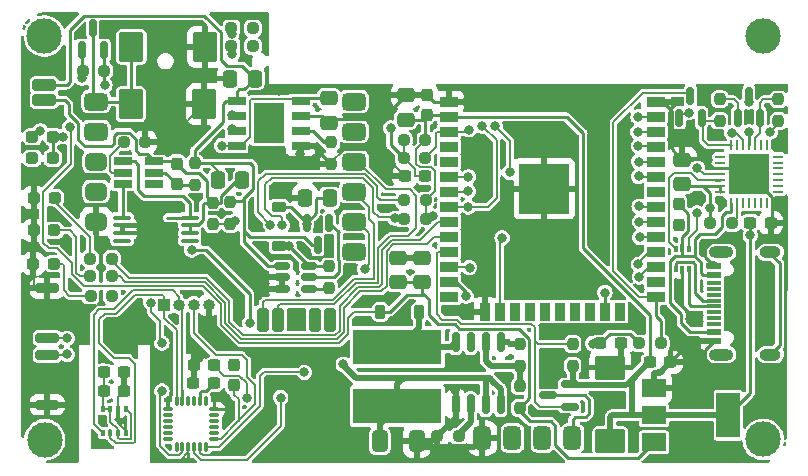
<source format=gbr>
%TF.GenerationSoftware,KiCad,Pcbnew,7.0.2*%
%TF.CreationDate,2024-04-03T12:52:23+03:00*%
%TF.ProjectId,gps_tracer,6770735f-7472-4616-9365-722e6b696361,rev?*%
%TF.SameCoordinates,Original*%
%TF.FileFunction,Copper,L1,Top*%
%TF.FilePolarity,Positive*%
%FSLAX46Y46*%
G04 Gerber Fmt 4.6, Leading zero omitted, Abs format (unit mm)*
G04 Created by KiCad (PCBNEW 7.0.2) date 2024-04-03 12:52:23*
%MOMM*%
%LPD*%
G01*
G04 APERTURE LIST*
G04 Aperture macros list*
%AMRoundRect*
0 Rectangle with rounded corners*
0 $1 Rounding radius*
0 $2 $3 $4 $5 $6 $7 $8 $9 X,Y pos of 4 corners*
0 Add a 4 corners polygon primitive as box body*
4,1,4,$2,$3,$4,$5,$6,$7,$8,$9,$2,$3,0*
0 Add four circle primitives for the rounded corners*
1,1,$1+$1,$2,$3*
1,1,$1+$1,$4,$5*
1,1,$1+$1,$6,$7*
1,1,$1+$1,$8,$9*
0 Add four rect primitives between the rounded corners*
20,1,$1+$1,$2,$3,$4,$5,0*
20,1,$1+$1,$4,$5,$6,$7,0*
20,1,$1+$1,$6,$7,$8,$9,0*
20,1,$1+$1,$8,$9,$2,$3,0*%
G04 Aperture macros list end*
%TA.AperFunction,SMDPad,CuDef*%
%ADD10R,1.525000X0.700000*%
%TD*%
%TA.AperFunction,SMDPad,CuDef*%
%ADD11R,2.513000X3.402000*%
%TD*%
%TA.AperFunction,ComponentPad*%
%ADD12RoundRect,0.375000X-0.375000X0.625000X-0.375000X-0.625000X0.375000X-0.625000X0.375000X0.625000X0*%
%TD*%
%TA.AperFunction,ComponentPad*%
%ADD13RoundRect,0.375000X-0.625000X-0.375000X0.625000X-0.375000X0.625000X0.375000X-0.625000X0.375000X0*%
%TD*%
%TA.AperFunction,ComponentPad*%
%ADD14RoundRect,0.375000X-0.525000X-0.375000X0.525000X-0.375000X0.525000X0.375000X-0.525000X0.375000X0*%
%TD*%
%TA.AperFunction,SMDPad,CuDef*%
%ADD15RoundRect,0.237500X-0.287500X-0.237500X0.287500X-0.237500X0.287500X0.237500X-0.287500X0.237500X0*%
%TD*%
%TA.AperFunction,SMDPad,CuDef*%
%ADD16R,7.500000X3.000000*%
%TD*%
%TA.AperFunction,SMDPad,CuDef*%
%ADD17RoundRect,0.237500X0.250000X0.237500X-0.250000X0.237500X-0.250000X-0.237500X0.250000X-0.237500X0*%
%TD*%
%TA.AperFunction,SMDPad,CuDef*%
%ADD18RoundRect,0.237500X-0.300000X-0.237500X0.300000X-0.237500X0.300000X0.237500X-0.300000X0.237500X0*%
%TD*%
%TA.AperFunction,SMDPad,CuDef*%
%ADD19RoundRect,0.150000X-0.512500X-0.150000X0.512500X-0.150000X0.512500X0.150000X-0.512500X0.150000X0*%
%TD*%
%TA.AperFunction,SMDPad,CuDef*%
%ADD20RoundRect,0.237500X0.237500X-0.250000X0.237500X0.250000X-0.237500X0.250000X-0.237500X-0.250000X0*%
%TD*%
%TA.AperFunction,SMDPad,CuDef*%
%ADD21RoundRect,0.150000X0.150000X-0.587500X0.150000X0.587500X-0.150000X0.587500X-0.150000X-0.587500X0*%
%TD*%
%TA.AperFunction,SMDPad,CuDef*%
%ADD22RoundRect,0.237500X-0.250000X-0.237500X0.250000X-0.237500X0.250000X0.237500X-0.250000X0.237500X0*%
%TD*%
%TA.AperFunction,SMDPad,CuDef*%
%ADD23RoundRect,0.237500X-0.237500X0.300000X-0.237500X-0.300000X0.237500X-0.300000X0.237500X0.300000X0*%
%TD*%
%TA.AperFunction,SMDPad,CuDef*%
%ADD24RoundRect,0.075000X0.075000X-0.350000X0.075000X0.350000X-0.075000X0.350000X-0.075000X-0.350000X0*%
%TD*%
%TA.AperFunction,SMDPad,CuDef*%
%ADD25RoundRect,0.075000X-0.350000X-0.075000X0.350000X-0.075000X0.350000X0.075000X-0.350000X0.075000X0*%
%TD*%
%TA.AperFunction,SMDPad,CuDef*%
%ADD26RoundRect,0.200000X0.800000X-0.200000X0.800000X0.200000X-0.800000X0.200000X-0.800000X-0.200000X0*%
%TD*%
%TA.AperFunction,SMDPad,CuDef*%
%ADD27R,0.375000X0.500000*%
%TD*%
%TA.AperFunction,SMDPad,CuDef*%
%ADD28R,0.300000X0.650000*%
%TD*%
%TA.AperFunction,SMDPad,CuDef*%
%ADD29RoundRect,0.250000X-0.412500X-0.650000X0.412500X-0.650000X0.412500X0.650000X-0.412500X0.650000X0*%
%TD*%
%TA.AperFunction,SMDPad,CuDef*%
%ADD30RoundRect,0.250000X-0.475000X0.337500X-0.475000X-0.337500X0.475000X-0.337500X0.475000X0.337500X0*%
%TD*%
%TA.AperFunction,SMDPad,CuDef*%
%ADD31R,0.350000X0.500000*%
%TD*%
%TA.AperFunction,SMDPad,CuDef*%
%ADD32RoundRect,0.225000X-0.225000X-0.375000X0.225000X-0.375000X0.225000X0.375000X-0.225000X0.375000X0*%
%TD*%
%TA.AperFunction,ComponentPad*%
%ADD33O,1.800000X1.000000*%
%TD*%
%TA.AperFunction,ComponentPad*%
%ADD34O,2.100000X1.000000*%
%TD*%
%TA.AperFunction,SMDPad,CuDef*%
%ADD35R,1.240000X0.600000*%
%TD*%
%TA.AperFunction,SMDPad,CuDef*%
%ADD36R,1.240000X0.300000*%
%TD*%
%TA.AperFunction,SMDPad,CuDef*%
%ADD37RoundRect,0.225000X-0.375000X0.225000X-0.375000X-0.225000X0.375000X-0.225000X0.375000X0.225000X0*%
%TD*%
%TA.AperFunction,SMDPad,CuDef*%
%ADD38RoundRect,0.062500X-0.337500X-0.062500X0.337500X-0.062500X0.337500X0.062500X-0.337500X0.062500X0*%
%TD*%
%TA.AperFunction,SMDPad,CuDef*%
%ADD39RoundRect,0.062500X-0.062500X-0.337500X0.062500X-0.337500X0.062500X0.337500X-0.062500X0.337500X0*%
%TD*%
%TA.AperFunction,SMDPad,CuDef*%
%ADD40R,3.350000X3.350000*%
%TD*%
%TA.AperFunction,ComponentPad*%
%ADD41O,1.000000X1.000000*%
%TD*%
%TA.AperFunction,ComponentPad*%
%ADD42R,1.000000X1.000000*%
%TD*%
%TA.AperFunction,SMDPad,CuDef*%
%ADD43RoundRect,0.250000X0.475000X-0.337500X0.475000X0.337500X-0.475000X0.337500X-0.475000X-0.337500X0*%
%TD*%
%TA.AperFunction,SMDPad,CuDef*%
%ADD44RoundRect,0.150000X-0.150000X0.587500X-0.150000X-0.587500X0.150000X-0.587500X0.150000X0.587500X0*%
%TD*%
%TA.AperFunction,SMDPad,CuDef*%
%ADD45RoundRect,0.237500X-0.237500X0.250000X-0.237500X-0.250000X0.237500X-0.250000X0.237500X0.250000X0*%
%TD*%
%TA.AperFunction,SMDPad,CuDef*%
%ADD46RoundRect,0.250000X1.025000X-0.787500X1.025000X0.787500X-1.025000X0.787500X-1.025000X-0.787500X0*%
%TD*%
%TA.AperFunction,SMDPad,CuDef*%
%ADD47RoundRect,0.250000X-0.787500X-1.025000X0.787500X-1.025000X0.787500X1.025000X-0.787500X1.025000X0*%
%TD*%
%TA.AperFunction,SMDPad,CuDef*%
%ADD48RoundRect,0.237500X0.300000X0.237500X-0.300000X0.237500X-0.300000X-0.237500X0.300000X-0.237500X0*%
%TD*%
%TA.AperFunction,SMDPad,CuDef*%
%ADD49RoundRect,0.250000X0.337500X0.475000X-0.337500X0.475000X-0.337500X-0.475000X0.337500X-0.475000X0*%
%TD*%
%TA.AperFunction,ComponentPad*%
%ADD50RoundRect,0.250000X0.250000X-0.750000X0.250000X0.750000X-0.250000X0.750000X-0.250000X-0.750000X0*%
%TD*%
%TA.AperFunction,SMDPad,CuDef*%
%ADD51R,1.560000X0.650000*%
%TD*%
%TA.AperFunction,SMDPad,CuDef*%
%ADD52RoundRect,0.237500X0.237500X-0.300000X0.237500X0.300000X-0.237500X0.300000X-0.237500X-0.300000X0*%
%TD*%
%TA.AperFunction,SMDPad,CuDef*%
%ADD53R,2.000000X1.500000*%
%TD*%
%TA.AperFunction,SMDPad,CuDef*%
%ADD54R,2.000000X3.800000*%
%TD*%
%TA.AperFunction,SMDPad,CuDef*%
%ADD55RoundRect,0.150000X0.587500X0.150000X-0.587500X0.150000X-0.587500X-0.150000X0.587500X-0.150000X0*%
%TD*%
%TA.AperFunction,SMDPad,CuDef*%
%ADD56RoundRect,0.250000X-0.337500X-0.475000X0.337500X-0.475000X0.337500X0.475000X-0.337500X0.475000X0*%
%TD*%
%TA.AperFunction,SMDPad,CuDef*%
%ADD57RoundRect,0.100000X0.637500X0.100000X-0.637500X0.100000X-0.637500X-0.100000X0.637500X-0.100000X0*%
%TD*%
%TA.AperFunction,ComponentPad*%
%ADD58RoundRect,0.250000X0.750000X0.250000X-0.750000X0.250000X-0.750000X-0.250000X0.750000X-0.250000X0*%
%TD*%
%TA.AperFunction,SMDPad,CuDef*%
%ADD59RoundRect,0.150000X0.150000X-0.675000X0.150000X0.675000X-0.150000X0.675000X-0.150000X-0.675000X0*%
%TD*%
%TA.AperFunction,SMDPad,CuDef*%
%ADD60R,1.500000X0.900000*%
%TD*%
%TA.AperFunction,SMDPad,CuDef*%
%ADD61R,0.900000X1.500000*%
%TD*%
%TA.AperFunction,SMDPad,CuDef*%
%ADD62R,1.050000X1.050000*%
%TD*%
%TA.AperFunction,HeatsinkPad*%
%ADD63C,0.600000*%
%TD*%
%TA.AperFunction,SMDPad,CuDef*%
%ADD64R,4.200000X4.200000*%
%TD*%
%TA.AperFunction,ViaPad*%
%ADD65C,3.000000*%
%TD*%
%TA.AperFunction,ViaPad*%
%ADD66C,0.800000*%
%TD*%
%TA.AperFunction,Conductor*%
%ADD67C,0.500000*%
%TD*%
%TA.AperFunction,Conductor*%
%ADD68C,0.150000*%
%TD*%
%TA.AperFunction,Conductor*%
%ADD69C,0.250000*%
%TD*%
G04 APERTURE END LIST*
D10*
%TO.P,IC1,1,TEMP*%
%TO.N,GND*%
X71932800Y-48310800D03*
%TO.P,IC1,2,PROG*%
%TO.N,Net-(IC1-PROG)*%
X71932800Y-47040800D03*
%TO.P,IC1,3,GND*%
%TO.N,GND*%
X71932800Y-45770800D03*
%TO.P,IC1,4,VCC*%
%TO.N,+5V*%
X71932800Y-44500800D03*
%TO.P,IC1,5,BAT*%
%TO.N,Net-(IC1-BAT)*%
X66508800Y-44500800D03*
%TO.P,IC1,6,STDBY*%
%TO.N,Net-(IC1-STDBY)*%
X66508800Y-45770800D03*
%TO.P,IC1,7,CHRG*%
%TO.N,Net-(IC1-CHRG)*%
X66508800Y-47040800D03*
%TO.P,IC1,8,CE*%
%TO.N,+5V*%
X66508800Y-48310800D03*
D11*
%TO.P,IC1,9*%
%TO.N,N/C*%
X69220800Y-46405800D03*
%TD*%
D12*
%TO.P,U6,4,GND*%
%TO.N,GND*%
X87325200Y-73075800D03*
%TO.P,U6,3,TX*%
%TO.N,GPS_TX*%
X89865200Y-73075800D03*
%TO.P,U6,2,RX*%
%TO.N,GPS_RX*%
X92405200Y-73075800D03*
%TO.P,U6,1,VCC*%
%TO.N,Net-(Q3-D)*%
X94945200Y-73075800D03*
%TD*%
D13*
%TO.P,U7,1,VCC*%
%TO.N,Net-(Q8-D)*%
X54620000Y-44580000D03*
%TO.P,U7,2,RST*%
%TO.N,RST_GSM*%
X54620000Y-47120000D03*
D14*
%TO.P,U7,3,RXD*%
%TO.N,RXD_GSM*%
X54620000Y-49660000D03*
%TO.P,U7,4,TXD*%
%TO.N,TXD_GSM*%
X54620000Y-52200000D03*
%TO.P,U7,5,GND*%
%TO.N,GND*%
X54620000Y-54740000D03*
D13*
%TO.P,U7,6,SPKM*%
%TO.N,Net-(J2-Pin_1)*%
X76464000Y-57280000D03*
%TO.P,U7,7,SPKN*%
%TO.N,Net-(J2-Pin_2)*%
X76464000Y-54740000D03*
%TO.P,U7,8,MICN*%
%TO.N,Net-(J1-Pin_1)*%
X76464000Y-52200000D03*
%TO.P,U7,9,MICP*%
%TO.N,Net-(J1-Pin_2)*%
X76464000Y-49660000D03*
%TO.P,U7,10,DTR*%
%TO.N,unconnected-(U7-DTR-Pad10)*%
X76464000Y-47120000D03*
%TO.P,U7,11,RING*%
%TO.N,unconnected-(U7-RING-Pad11)*%
X76464000Y-44580000D03*
%TD*%
D15*
%TO.P,D9,1,K*%
%TO.N,GND*%
X49310000Y-58310000D03*
%TO.P,D9,2,A*%
%TO.N,Net-(D9-A)*%
X51060000Y-58310000D03*
%TD*%
%TO.P,D8,1,K*%
%TO.N,GND*%
X49340000Y-55490000D03*
%TO.P,D8,2,A*%
%TO.N,Net-(D8-A)*%
X51090000Y-55490000D03*
%TD*%
%TO.P,D7,2,A*%
%TO.N,+5V*%
X50970000Y-49360000D03*
%TO.P,D7,1,K*%
%TO.N,Net-(D7-K)*%
X49220000Y-49360000D03*
%TD*%
%TO.P,D6,2,A*%
%TO.N,+5V*%
X50980000Y-47550000D03*
%TO.P,D6,1,K*%
%TO.N,Net-(D6-K)*%
X49230000Y-47550000D03*
%TD*%
%TO.P,D2,1,K*%
%TO.N,GND*%
X49350000Y-52720000D03*
%TO.P,D2,2,A*%
%TO.N,Net-(D2-A)*%
X51100000Y-52720000D03*
%TD*%
D16*
%TO.P,L1,1,1*%
%TO.N,Net-(D1-K)*%
X80137000Y-70354200D03*
%TO.P,L1,2,2*%
%TO.N,Net-(D5-A)*%
X80137000Y-65354200D03*
%TD*%
D17*
%TO.P,R19,1*%
%TO.N,GREEN_LED*%
X55970000Y-59380000D03*
%TO.P,R19,2*%
%TO.N,Net-(D8-A)*%
X54145000Y-59380000D03*
%TD*%
D18*
%TO.P,C20,1*%
%TO.N,GND*%
X62865000Y-68440000D03*
%TO.P,C20,2*%
%TO.N,Net-(U12-CPOUT)*%
X64590000Y-68440000D03*
%TD*%
D19*
%TO.P,U10,6,SENSE*%
%TO.N,+5V*%
X72673600Y-58508000D03*
%TO.P,U10,5,GATE*%
%TO.N,Net-(Q4-G)*%
X72673600Y-59458000D03*
%TO.P,U10,4,STAT*%
%TO.N,Net-(U10-STAT)*%
X72673600Y-60408000D03*
%TO.P,U10,3,CTL*%
%TO.N,GND*%
X70398600Y-60408000D03*
%TO.P,U10,2,GND*%
X70398600Y-59458000D03*
%TO.P,U10,1,VIN*%
%TO.N,Net-(IC1-BAT)*%
X70398600Y-58508000D03*
%TD*%
D20*
%TO.P,R27,1*%
%TO.N,BATTERY_VOLTAGE*%
X64480000Y-54945000D03*
%TO.P,R27,2*%
%TO.N,Net-(J4-Pin_1)*%
X64480000Y-53120000D03*
%TD*%
D21*
%TO.P,Q1,1,B*%
%TO.N,Net-(Q1-B)*%
X108945600Y-45974000D03*
%TO.P,Q1,2,E*%
%TO.N,DTS*%
X110845600Y-45974000D03*
%TO.P,Q1,3,C*%
%TO.N,EN*%
X109895600Y-44099000D03*
%TD*%
D18*
%TO.P,C4,1*%
%TO.N,+3.3V*%
X101526000Y-66649600D03*
%TO.P,C4,2*%
%TO.N,GND*%
X103251000Y-66649600D03*
%TD*%
D22*
%TO.P,R20,2*%
%TO.N,Net-(U11-OC)*%
X85340200Y-72898000D03*
%TO.P,R20,1*%
%TO.N,GND*%
X83515200Y-72898000D03*
%TD*%
D23*
%TO.P,C25,1*%
%TO.N,GND*%
X66290000Y-66860000D03*
%TO.P,C25,2*%
%TO.N,+3.3V*%
X66290000Y-68585000D03*
%TD*%
D24*
%TO.P,U12,24,SDA*%
%TO.N,SDA*%
X61430000Y-69940000D03*
%TO.P,U12,23,SCL*%
%TO.N,SCL*%
X61930000Y-69940000D03*
%TO.P,U12,22,RESV*%
%TO.N,unconnected-(U12-RESV-Pad22)*%
X62430000Y-69940000D03*
%TO.P,U12,21,RESV*%
%TO.N,unconnected-(U12-RESV-Pad21)*%
X62930000Y-69940000D03*
%TO.P,U12,20,CPOUT*%
%TO.N,Net-(U12-CPOUT)*%
X63430000Y-69940000D03*
%TO.P,U12,19,RESV*%
%TO.N,unconnected-(U12-RESV-Pad19)*%
X63930000Y-69940000D03*
D25*
%TO.P,U12,18,GND*%
%TO.N,GND*%
X64630000Y-70640000D03*
%TO.P,U12,17,NC*%
%TO.N,unconnected-(U12-NC-Pad17)*%
X64630000Y-71140000D03*
%TO.P,U12,16,NC*%
%TO.N,unconnected-(U12-NC-Pad16)*%
X64630000Y-71640000D03*
%TO.P,U12,15,NC*%
%TO.N,unconnected-(U12-NC-Pad15)*%
X64630000Y-72140000D03*
%TO.P,U12,14,NC*%
%TO.N,unconnected-(U12-NC-Pad14)*%
X64630000Y-72640000D03*
%TO.P,U12,13,VDD*%
%TO.N,+3.3V*%
X64630000Y-73140000D03*
D24*
%TO.P,U12,12,INT*%
%TO.N,MPU5060_INT*%
X63930000Y-73840000D03*
%TO.P,U12,11,FSYNC*%
%TO.N,GND*%
X63430000Y-73840000D03*
%TO.P,U12,10,REGOUT*%
%TO.N,Net-(U12-REGOUT)*%
X62930000Y-73840000D03*
%TO.P,U12,9,AD0*%
%TO.N,GND*%
X62430000Y-73840000D03*
%TO.P,U12,8,VLOGIC*%
%TO.N,+3.3V*%
X61930000Y-73840000D03*
%TO.P,U12,7,AUX_CL*%
%TO.N,unconnected-(U12-AUX_CL-Pad7)*%
X61430000Y-73840000D03*
D25*
%TO.P,U12,6,AUX_DA*%
%TO.N,unconnected-(U12-AUX_DA-Pad6)*%
X60730000Y-73140000D03*
%TO.P,U12,5,NC*%
%TO.N,unconnected-(U12-NC-Pad5)*%
X60730000Y-72640000D03*
%TO.P,U12,4,NC*%
%TO.N,unconnected-(U12-NC-Pad4)*%
X60730000Y-72140000D03*
%TO.P,U12,3,NC*%
%TO.N,unconnected-(U12-NC-Pad3)*%
X60730000Y-71640000D03*
%TO.P,U12,2,NC*%
%TO.N,unconnected-(U12-NC-Pad2)*%
X60730000Y-71140000D03*
%TO.P,U12,1,CLKIN*%
%TO.N,GND*%
X60730000Y-70640000D03*
%TD*%
D26*
%TO.P,SW1,1,1*%
%TO.N,GND*%
X50495200Y-70240000D03*
%TO.P,SW1,2,2*%
%TO.N,Net-(C8-Pad1)*%
X50495200Y-66040000D03*
%TD*%
D27*
%TO.P,U2,1,I/O1*%
%TO.N,Net-(P1-D-)*%
X103729500Y-58736600D03*
D28*
%TO.P,U2,2,GND*%
%TO.N,GND*%
X104267000Y-58811600D03*
D27*
%TO.P,U2,3,I/O2*%
%TO.N,Net-(P1-D+)*%
X104804500Y-58736600D03*
%TO.P,U2,4,I/O2*%
%TO.N,Net-(U3-D+)*%
X104804500Y-57036600D03*
D28*
%TO.P,U2,5,VBUS*%
%TO.N,+5V*%
X104267000Y-56961600D03*
D27*
%TO.P,U2,6,I/O1*%
%TO.N,Net-(U3-D-)*%
X103729500Y-57036600D03*
%TD*%
D22*
%TO.P,R8,1*%
%TO.N,Net-(C11-Pad1)*%
X100609400Y-65049400D03*
%TO.P,R8,2*%
%TO.N,IO0*%
X102434400Y-65049400D03*
%TD*%
D29*
%TO.P,C21,1*%
%TO.N,Net-(D1-K)*%
X78637600Y-73329800D03*
%TO.P,C21,2*%
%TO.N,GND*%
X81762600Y-73329800D03*
%TD*%
D30*
%TO.P,C19,1*%
%TO.N,+5V*%
X74325000Y-44297600D03*
%TO.P,C19,2*%
%TO.N,GND*%
X74325000Y-46372600D03*
%TD*%
D26*
%TO.P,SW2,1,1*%
%TO.N,Net-(C11-Pad1)*%
X50495200Y-64592200D03*
%TO.P,SW2,2,2*%
%TO.N,GND*%
X50495200Y-60392200D03*
%TD*%
D31*
%TO.P,U5,8,VDD*%
%TO.N,+3.3V*%
X57140000Y-70597500D03*
%TO.P,U5,7,GND*%
%TO.N,GND*%
X56490000Y-70597500D03*
%TO.P,U5,6,VDDIO*%
%TO.N,+3.3V*%
X55840000Y-70597500D03*
%TO.P,U5,5,SDO*%
X55190000Y-70597500D03*
%TO.P,U5,4,SCK*%
%TO.N,SCL*%
X55190000Y-72647500D03*
%TO.P,U5,3,SDI*%
%TO.N,SDA*%
X55840000Y-72647500D03*
%TO.P,U5,2,CSB*%
%TO.N,+3.3V*%
X56490000Y-72647500D03*
%TO.P,U5,1,GND*%
%TO.N,GND*%
X57140000Y-72647500D03*
%TD*%
D18*
%TO.P,C13,1*%
%TO.N,+3.3V*%
X55250600Y-67498700D03*
%TO.P,C13,2*%
%TO.N,GND*%
X56975600Y-67498700D03*
%TD*%
D22*
%TO.P,R26,1*%
%TO.N,POWER_OF_GSM*%
X53475000Y-41950000D03*
%TO.P,R26,2*%
%TO.N,GSM_POWER_SOURSE*%
X55300000Y-41950000D03*
%TD*%
D32*
%TO.P,D5,1,K*%
%TO.N,GSM_POWER_SOURSE*%
X78692500Y-62390000D03*
%TO.P,D5,2,A*%
%TO.N,Net-(D5-A)*%
X81992500Y-62390000D03*
%TD*%
D33*
%TO.P,P1,S1,SHIELD*%
%TO.N,unconnected-(P1-SHIELD-PadS1)*%
X111717400Y-57351200D03*
D34*
X107517400Y-57351200D03*
D33*
X111717400Y-65991200D03*
D34*
X107517400Y-65991200D03*
D35*
%TO.P,P1,B12,GND*%
%TO.N,GND*%
X106917400Y-64871200D03*
%TO.P,P1,B9,VBUS*%
%TO.N,+5V*%
X106917400Y-64071200D03*
D36*
%TO.P,P1,B8*%
%TO.N,N/C*%
X106917400Y-63421200D03*
%TO.P,P1,B7*%
X106917400Y-62421200D03*
%TO.P,P1,B6*%
X106917400Y-60921200D03*
%TO.P,P1,B5,VCONN*%
%TO.N,unconnected-(P1-VCONN-PadB5)*%
X106917400Y-59921200D03*
D35*
%TO.P,P1,B4,VBUS*%
%TO.N,+5V*%
X106917400Y-59271200D03*
%TO.P,P1,B1,GND*%
%TO.N,GND*%
X106917400Y-58471200D03*
%TO.P,P1,A12,GND*%
X106917400Y-58471200D03*
%TO.P,P1,A9,VBUS*%
%TO.N,+5V*%
X106917400Y-59271200D03*
D36*
%TO.P,P1,A8*%
%TO.N,N/C*%
X106917400Y-60421200D03*
%TO.P,P1,A7,D-*%
%TO.N,Net-(P1-D-)*%
X106917400Y-61421200D03*
%TO.P,P1,A6,D+*%
%TO.N,Net-(P1-D+)*%
X106917400Y-61921200D03*
%TO.P,P1,A5,CC*%
%TO.N,unconnected-(P1-CC-PadA5)*%
X106917400Y-62921200D03*
D35*
%TO.P,P1,A4,VBUS*%
%TO.N,+5V*%
X106917400Y-64071200D03*
%TO.P,P1,A1,GND*%
%TO.N,GND*%
X106917400Y-64871200D03*
%TD*%
D17*
%TO.P,R6,1*%
%TO.N,EN*%
X82499200Y-49377600D03*
%TO.P,R6,2*%
%TO.N,Net-(C8-Pad1)*%
X80674200Y-49377600D03*
%TD*%
D37*
%TO.P,D1,1,K*%
%TO.N,Net-(D1-K)*%
X70082800Y-53504200D03*
%TO.P,D1,2,A*%
%TO.N,+5V*%
X70082800Y-56804200D03*
%TD*%
D18*
%TO.P,C6,1*%
%TO.N,+3.3V*%
X110010000Y-54840000D03*
%TO.P,C6,2*%
%TO.N,GND*%
X111735000Y-54840000D03*
%TD*%
D38*
%TO.P,U3,1,~{DCD}*%
%TO.N,unconnected-(U3-~{DCD}-Pad1)*%
X107444200Y-49233200D03*
%TO.P,U3,2,~{RI}/CLK*%
%TO.N,unconnected-(U3-~{RI}{slash}CLK-Pad2)*%
X107444200Y-49733200D03*
%TO.P,U3,3,GND*%
%TO.N,GND*%
X107444200Y-50233200D03*
%TO.P,U3,4,D+*%
%TO.N,Net-(U3-D+)*%
X107444200Y-50733200D03*
%TO.P,U3,5,D-*%
%TO.N,Net-(U3-D-)*%
X107444200Y-51233200D03*
%TO.P,U3,6,VDD*%
%TO.N,+3.3V*%
X107444200Y-51733200D03*
%TO.P,U3,7,VREGIN*%
X107444200Y-52233200D03*
D39*
%TO.P,U3,8,VBUS*%
%TO.N,+5V*%
X108394200Y-53183200D03*
%TO.P,U3,9,~{RST}*%
%TO.N,Net-(U3-~{RST})*%
X108894200Y-53183200D03*
%TO.P,U3,10,NC*%
%TO.N,unconnected-(U3-NC-Pad10)*%
X109394200Y-53183200D03*
%TO.P,U3,11,~{SUSPEND}*%
%TO.N,unconnected-(U3-~{SUSPEND}-Pad11)*%
X109894200Y-53183200D03*
%TO.P,U3,12,SUSPEND*%
%TO.N,unconnected-(U3-SUSPEND-Pad12)*%
X110394200Y-53183200D03*
%TO.P,U3,13,CHREN*%
%TO.N,unconnected-(U3-CHREN-Pad13)*%
X110894200Y-53183200D03*
%TO.P,U3,14,CHR1*%
%TO.N,unconnected-(U3-CHR1-Pad14)*%
X111394200Y-53183200D03*
D38*
%TO.P,U3,15,CHR0*%
%TO.N,unconnected-(U3-CHR0-Pad15)*%
X112344200Y-52233200D03*
%TO.P,U3,16,~{WAKEUP}/GPIO.3*%
%TO.N,unconnected-(U3-~{WAKEUP}{slash}GPIO.3-Pad16)*%
X112344200Y-51733200D03*
%TO.P,U3,17,RS485/GPIO.2*%
%TO.N,unconnected-(U3-RS485{slash}GPIO.2-Pad17)*%
X112344200Y-51233200D03*
%TO.P,U3,18,~{RXT}/GPIO.1*%
%TO.N,unconnected-(U3-~{RXT}{slash}GPIO.1-Pad18)*%
X112344200Y-50733200D03*
%TO.P,U3,19,~{TXT}/GPIO.0*%
%TO.N,unconnected-(U3-~{TXT}{slash}GPIO.0-Pad19)*%
X112344200Y-50233200D03*
%TO.P,U3,20,GPIO.6*%
%TO.N,unconnected-(U3-GPIO.6-Pad20)*%
X112344200Y-49733200D03*
%TO.P,U3,21,GPIO.5*%
%TO.N,unconnected-(U3-GPIO.5-Pad21)*%
X112344200Y-49233200D03*
D39*
%TO.P,U3,22,GPIO.4*%
%TO.N,unconnected-(U3-GPIO.4-Pad22)*%
X111394200Y-48283200D03*
%TO.P,U3,23,~{CTS}*%
%TO.N,unconnected-(U3-~{CTS}-Pad23)*%
X110894200Y-48283200D03*
%TO.P,U3,24,~{RTS}*%
%TO.N,DTS*%
X110394200Y-48283200D03*
%TO.P,U3,25,RXD*%
%TO.N,TXD*%
X109894200Y-48283200D03*
%TO.P,U3,26,TXD*%
%TO.N,RXD*%
X109394200Y-48283200D03*
%TO.P,U3,27,~{DSR}*%
%TO.N,unconnected-(U3-~{DSR}-Pad27)*%
X108894200Y-48283200D03*
%TO.P,U3,28,~{DTR}*%
%TO.N,DTR*%
X108394200Y-48283200D03*
D40*
%TO.P,U3,29,GND*%
%TO.N,GND*%
X109894200Y-50733200D03*
%TD*%
D17*
%TO.P,R9,1*%
%TO.N,+3.3V*%
X82524600Y-54508400D03*
%TO.P,R9,2*%
%TO.N,SCL*%
X80699600Y-54508400D03*
%TD*%
D41*
%TO.P,J3,4,Pin_4*%
%TO.N,GND*%
X64170000Y-61810000D03*
%TO.P,J3,3,Pin_3*%
%TO.N,+3.3V*%
X62900000Y-61810000D03*
%TO.P,J3,2,Pin_2*%
%TO.N,SCL*%
X61630000Y-61810000D03*
D42*
%TO.P,J3,1,Pin_1*%
%TO.N,SDA*%
X60360000Y-61810000D03*
%TD*%
D17*
%TO.P,R23,1*%
%TO.N,RED_LED*%
X55975000Y-61020000D03*
%TO.P,R23,2*%
%TO.N,Net-(D9-A)*%
X54150000Y-61020000D03*
%TD*%
D43*
%TO.P,C22,1*%
%TO.N,GSM_POWER_SOURSE*%
X82230000Y-59887500D03*
%TO.P,C22,2*%
%TO.N,GND*%
X82230000Y-57812500D03*
%TD*%
%TO.P,C23,1*%
%TO.N,GSM_POWER_SOURSE*%
X80210000Y-59887500D03*
%TO.P,C23,2*%
%TO.N,GND*%
X80210000Y-57812500D03*
%TD*%
D44*
%TO.P,Q4,1,G*%
%TO.N,Net-(Q4-G)*%
X74350000Y-54825000D03*
%TO.P,Q4,2,S*%
%TO.N,Net-(D1-K)*%
X72450000Y-54825000D03*
%TO.P,Q4,3,D*%
%TO.N,Net-(IC1-BAT)*%
X73400000Y-56700000D03*
%TD*%
D45*
%TO.P,R11,1*%
%TO.N,POWER_OF_GPS*%
X94980000Y-65110000D03*
%TO.P,R11,2*%
%TO.N,+3.3V*%
X94980000Y-66935000D03*
%TD*%
D22*
%TO.P,R16,1*%
%TO.N,Net-(IC1-STDBY)*%
X66085000Y-39900000D03*
%TO.P,R16,2*%
%TO.N,Net-(D7-K)*%
X67910000Y-39900000D03*
%TD*%
D46*
%TO.P,C3,1*%
%TO.N,+3.3V*%
X98171000Y-73318100D03*
%TO.P,C3,2*%
%TO.N,GND*%
X98171000Y-67093100D03*
%TD*%
D18*
%TO.P,C12,1*%
%TO.N,+3.3V*%
X55250600Y-69098700D03*
%TO.P,C12,2*%
%TO.N,GND*%
X56975600Y-69098700D03*
%TD*%
D21*
%TO.P,Q8,1,G*%
%TO.N,POWER_OF_GSM*%
X53406000Y-40229000D03*
%TO.P,Q8,2,S*%
%TO.N,GSM_POWER_SOURSE*%
X55306000Y-40229000D03*
%TO.P,Q8,3,D*%
%TO.N,Net-(Q8-D)*%
X54356000Y-38354000D03*
%TD*%
D47*
%TO.P,C14,1*%
%TO.N,Net-(Q8-D)*%
X57568100Y-44805600D03*
%TO.P,C14,2*%
%TO.N,GND*%
X63793100Y-44805600D03*
%TD*%
D22*
%TO.P,R13,2*%
%TO.N,Net-(D6-K)*%
X67910000Y-38376000D03*
%TO.P,R13,1*%
%TO.N,Net-(IC1-CHRG)*%
X66085000Y-38376000D03*
%TD*%
D48*
%TO.P,C8,1*%
%TO.N,Net-(C8-Pad1)*%
X82473800Y-50901600D03*
%TO.P,C8,2*%
%TO.N,GND*%
X80748800Y-50901600D03*
%TD*%
D49*
%TO.P,C15,1*%
%TO.N,Net-(D1-K)*%
X74400000Y-52750000D03*
%TO.P,C15,2*%
%TO.N,GND*%
X72325000Y-52750000D03*
%TD*%
D50*
%TO.P,J2,2,Pin_2*%
%TO.N,Net-(J2-Pin_2)*%
X74440000Y-63030000D03*
%TO.P,J2,1,Pin_1*%
%TO.N,Net-(J2-Pin_1)*%
X73170000Y-63030000D03*
%TD*%
D20*
%TO.P,R5,1*%
%TO.N,Net-(Q2-B)*%
X112395000Y-46202600D03*
%TO.P,R5,2*%
%TO.N,DTS*%
X112395000Y-44377600D03*
%TD*%
D22*
%TO.P,R2,1*%
%TO.N,+3.3V*%
X106640000Y-54860000D03*
%TO.P,R2,2*%
%TO.N,Net-(U3-~{RST})*%
X108465000Y-54860000D03*
%TD*%
D51*
%TO.P,U9,1,OD*%
%TO.N,OD*%
X56863000Y-49646800D03*
%TO.P,U9,2,CS*%
%TO.N,Net-(U9-CS)*%
X56863000Y-50596800D03*
%TO.P,U9,3,OC*%
%TO.N,OC*%
X56863000Y-51546800D03*
%TO.P,U9,4,TD*%
%TO.N,unconnected-(U9-TD-Pad4)*%
X59563000Y-51546800D03*
%TO.P,U9,5,VCC*%
%TO.N,Net-(U9-VCC)*%
X59563000Y-50596800D03*
%TO.P,U9,6,GND*%
%TO.N,Net-(J4-Pin_1)*%
X59563000Y-49646800D03*
%TD*%
D52*
%TO.P,C10,1*%
%TO.N,+3.3V*%
X82600800Y-45717800D03*
%TO.P,C10,2*%
%TO.N,GND*%
X82600800Y-43992800D03*
%TD*%
D45*
%TO.P,R4,1*%
%TO.N,Net-(Q1-B)*%
X107416600Y-44373800D03*
%TO.P,R4,2*%
%TO.N,DTR*%
X107416600Y-46198800D03*
%TD*%
D49*
%TO.P,C17,2*%
%TO.N,GND*%
X65971600Y-42621200D03*
%TO.P,C17,1*%
%TO.N,Net-(IC1-BAT)*%
X68046600Y-42621200D03*
%TD*%
D45*
%TO.P,R14,1*%
%TO.N,Net-(IC1-BAT)*%
X62966600Y-49785900D03*
%TO.P,R14,2*%
%TO.N,Net-(U9-VCC)*%
X62966600Y-51610900D03*
%TD*%
D53*
%TO.P,U1,1,GND*%
%TO.N,GND*%
X101853600Y-68820000D03*
%TO.P,U1,2,VO*%
%TO.N,+3.3V*%
X101853600Y-71120000D03*
D54*
X108153600Y-71120000D03*
D53*
%TO.P,U1,3,VI*%
%TO.N,GSM_POWER_SOURSE*%
X101853600Y-73420000D03*
%TD*%
D55*
%TO.P,Q3,3,D*%
%TO.N,Net-(Q3-D)*%
X92841600Y-69453800D03*
%TO.P,Q3,2,S*%
%TO.N,+3.3V*%
X94716600Y-68503800D03*
%TO.P,Q3,1,G*%
%TO.N,POWER_OF_GPS*%
X94716600Y-70403800D03*
%TD*%
D45*
%TO.P,R15,1*%
%TO.N,+5V*%
X74375400Y-58533400D03*
%TO.P,R15,2*%
%TO.N,Net-(U10-STAT)*%
X74375400Y-60358400D03*
%TD*%
D43*
%TO.P,C9,2*%
%TO.N,GND*%
X80822800Y-44043600D03*
%TO.P,C9,1*%
%TO.N,+3.3V*%
X80822800Y-46118600D03*
%TD*%
D20*
%TO.P,R17,1*%
%TO.N,GND*%
X74550000Y-49856400D03*
%TO.P,R17,2*%
%TO.N,Net-(IC1-PROG)*%
X74550000Y-48031400D03*
%TD*%
D56*
%TO.P,C26,1*%
%TO.N,Net-(IC1-BAT)*%
X64935000Y-51250000D03*
%TO.P,C26,2*%
%TO.N,Net-(J4-Pin_1)*%
X67010000Y-51250000D03*
%TD*%
D17*
%TO.P,R7,2*%
%TO.N,SDA*%
X80699600Y-52933600D03*
%TO.P,R7,1*%
%TO.N,+3.3V*%
X82524600Y-52933600D03*
%TD*%
D18*
%TO.P,C11,1*%
%TO.N,Net-(C11-Pad1)*%
X97309600Y-65049400D03*
%TO.P,C11,2*%
%TO.N,GND*%
X99034600Y-65049400D03*
%TD*%
D45*
%TO.P,R21,1*%
%TO.N,Net-(U11-FB)*%
X90500200Y-68685400D03*
%TO.P,R21,2*%
%TO.N,GSM_POWER_SOURSE*%
X90500200Y-70510400D03*
%TD*%
D18*
%TO.P,C24,2*%
%TO.N,Net-(U12-REGOUT)*%
X64600000Y-66920000D03*
%TO.P,C24,1*%
%TO.N,GND*%
X62875000Y-66920000D03*
%TD*%
D47*
%TO.P,C2,1*%
%TO.N,Net-(Q8-D)*%
X57607200Y-39954200D03*
%TO.P,C2,2*%
%TO.N,GND*%
X63832200Y-39954200D03*
%TD*%
D17*
%TO.P,R18,1*%
%TO.N,GND*%
X58780000Y-48010000D03*
%TO.P,R18,2*%
%TO.N,Net-(U9-CS)*%
X56955000Y-48010000D03*
%TD*%
D57*
%TO.P,U8,1,D12*%
%TO.N,unconnected-(U8-D12-Pad1)*%
X62552500Y-56347000D03*
%TO.P,U8,2,S1*%
%TO.N,Net-(J4-Pin_1)*%
X62552500Y-55697000D03*
%TO.P,U8,3,S1*%
X62552500Y-55047000D03*
%TO.P,U8,4,G1*%
%TO.N,OD*%
X62552500Y-54397000D03*
%TO.P,U8,5,G2*%
%TO.N,OC*%
X56827500Y-54397000D03*
%TO.P,U8,6,S2*%
%TO.N,GND*%
X56827500Y-55047000D03*
%TO.P,U8,7,S2*%
X56827500Y-55697000D03*
%TO.P,U8,8,D12*%
%TO.N,unconnected-(U8-D12-Pad8)*%
X56827500Y-56347000D03*
%TD*%
D17*
%TO.P,R3,1*%
%TO.N,+3.3V*%
X82499200Y-47853600D03*
%TO.P,R3,2*%
%TO.N,Net-(C8-Pad1)*%
X80674200Y-47853600D03*
%TD*%
%TO.P,R1,1*%
%TO.N,BLUE_LED*%
X55950000Y-57870000D03*
%TO.P,R1,2*%
%TO.N,Net-(D2-A)*%
X54125000Y-57870000D03*
%TD*%
D45*
%TO.P,R22,1*%
%TO.N,GND*%
X90490000Y-65125000D03*
%TO.P,R22,2*%
%TO.N,Net-(U11-FB)*%
X90490000Y-66950000D03*
%TD*%
D21*
%TO.P,Q2,1,B*%
%TO.N,Net-(Q2-B)*%
X103992600Y-45948600D03*
%TO.P,Q2,2,E*%
%TO.N,DTR*%
X105892600Y-45948600D03*
%TO.P,Q2,3,C*%
%TO.N,IO0*%
X104942600Y-44073600D03*
%TD*%
D43*
%TO.P,C7,2*%
%TO.N,GND*%
X104241600Y-49479200D03*
%TO.P,C7,1*%
%TO.N,+3.3V*%
X104241600Y-51554200D03*
%TD*%
D58*
%TO.P,J4,2,Pin_2*%
%TO.N,Net-(IC1-BAT)*%
X50240000Y-43180000D03*
%TO.P,J4,1,Pin_1*%
%TO.N,Net-(J4-Pin_1)*%
X50240000Y-44450000D03*
%TD*%
D50*
%TO.P,J1,2,Pin_2*%
%TO.N,Net-(J1-Pin_2)*%
X70000000Y-63030000D03*
%TO.P,J1,1,Pin_1*%
%TO.N,Net-(J1-Pin_1)*%
X68730000Y-63030000D03*
%TD*%
D23*
%TO.P,C5,2*%
%TO.N,GND*%
X103962200Y-54988800D03*
%TO.P,C5,1*%
%TO.N,+5V*%
X103962200Y-53263800D03*
%TD*%
D59*
%TO.P,U11,1,PGND*%
%TO.N,GND*%
X85064600Y-70189000D03*
%TO.P,U11,2,OC*%
%TO.N,Net-(U11-OC)*%
X86334600Y-70189000D03*
%TO.P,U11,3,Vcc*%
%TO.N,Net-(D1-K)*%
X87604600Y-70189000D03*
%TO.P,U11,4,EN*%
X88874600Y-70189000D03*
%TO.P,U11,5,GND*%
%TO.N,GND*%
X88874600Y-64939000D03*
%TO.P,U11,6,FB*%
%TO.N,Net-(U11-FB)*%
X87604600Y-64939000D03*
%TO.P,U11,7,NC*%
%TO.N,unconnected-(U11-NC-Pad7)*%
X86334600Y-64939000D03*
%TO.P,U11,8,LX*%
%TO.N,Net-(D5-A)*%
X85064600Y-64939000D03*
%TD*%
D52*
%TO.P,C18,1*%
%TO.N,Net-(U9-VCC)*%
X61442600Y-51560900D03*
%TO.P,C18,2*%
%TO.N,Net-(J4-Pin_1)*%
X61442600Y-49835900D03*
%TD*%
D45*
%TO.P,R25,1*%
%TO.N,Net-(IC1-BAT)*%
X66000000Y-53100000D03*
%TO.P,R25,2*%
%TO.N,BATTERY_VOLTAGE*%
X66000000Y-54925000D03*
%TD*%
D60*
%TO.P,U4,1,GND*%
%TO.N,GND*%
X84506400Y-44602400D03*
%TO.P,U4,2,VDD*%
%TO.N,+3.3V*%
X84506400Y-45872400D03*
%TO.P,U4,3,EN*%
%TO.N,EN*%
X84506400Y-47142400D03*
%TO.P,U4,4,SENSOR_VP*%
%TO.N,SEN_VP*%
X84506400Y-48412400D03*
%TO.P,U4,5,SENSOR_VN*%
%TO.N,SEN_VN*%
X84506400Y-49682400D03*
%TO.P,U4,6,IO34*%
%TO.N,MPU5060_INT*%
X84506400Y-50952400D03*
%TO.P,U4,7,IO35*%
%TO.N,BATTERY_VOLTAGE*%
X84506400Y-52222400D03*
%TO.P,U4,8,IO32*%
%TO.N,RST_GSM*%
X84506400Y-53492400D03*
%TO.P,U4,9,IO33*%
%TO.N,BLUE_LED*%
X84506400Y-54762400D03*
%TO.P,U4,10,IO25*%
%TO.N,GREEN_LED*%
X84506400Y-56032400D03*
%TO.P,U4,11,IO26*%
%TO.N,POWER_OF_GPS*%
X84506400Y-57302400D03*
%TO.P,U4,12,IO27*%
%TO.N,POWER_OF_GSM*%
X84506400Y-58572400D03*
%TO.P,U4,13,IO14*%
%TO.N,MICROSD_CLK*%
X84506400Y-59842400D03*
%TO.P,U4,14,IO12*%
%TO.N,unconnected-(U4-IO12-Pad14)*%
X84506400Y-61112400D03*
D61*
%TO.P,U4,15,GND*%
%TO.N,GND*%
X87546400Y-62362400D03*
%TO.P,U4,16,IO13*%
%TO.N,MICROSD_CS*%
X88816400Y-62362400D03*
%TO.P,U4,17,SHD/SD2*%
%TO.N,unconnected-(U4-SHD{slash}SD2-Pad17)*%
X90086400Y-62362400D03*
%TO.P,U4,18,SWP/SD3*%
%TO.N,unconnected-(U4-SWP{slash}SD3-Pad18)*%
X91356400Y-62362400D03*
%TO.P,U4,19,SCS/CMD*%
%TO.N,unconnected-(U4-SCS{slash}CMD-Pad19)*%
X92626400Y-62362400D03*
%TO.P,U4,20,SCK/CLK*%
%TO.N,unconnected-(U4-SCK{slash}CLK-Pad20)*%
X93896400Y-62362400D03*
%TO.P,U4,21,SDO/SD0*%
%TO.N,unconnected-(U4-SDO{slash}SD0-Pad21)*%
X95166400Y-62362400D03*
%TO.P,U4,22,SDI/SD1*%
%TO.N,unconnected-(U4-SDI{slash}SD1-Pad22)*%
X96436400Y-62362400D03*
%TO.P,U4,23,IO15*%
%TO.N,RXD_GSM*%
X97706400Y-62362400D03*
%TO.P,U4,24,IO2*%
%TO.N,unconnected-(U4-IO2-Pad24)*%
X98976400Y-62362400D03*
D60*
%TO.P,U4,25,IO0*%
%TO.N,IO0*%
X102006400Y-61112400D03*
%TO.P,U4,26,IO4*%
%TO.N,unconnected-(U4-IO4-Pad26)*%
X102006400Y-59842400D03*
%TO.P,U4,27,IO16*%
%TO.N,GPS_TX*%
X102006400Y-58572400D03*
%TO.P,U4,28,IO17*%
%TO.N,GPS_RX*%
X102006400Y-57302400D03*
%TO.P,U4,29,IO5*%
%TO.N,TXD_GSM*%
X102006400Y-56032400D03*
%TO.P,U4,30,IO18*%
%TO.N,RED_LED*%
X102006400Y-54762400D03*
%TO.P,U4,31,IO19*%
%TO.N,MICROSD_MISO*%
X102006400Y-53492400D03*
%TO.P,U4,32,NC*%
%TO.N,unconnected-(U4-NC-Pad32)*%
X102006400Y-52222400D03*
%TO.P,U4,33,IO21*%
%TO.N,SDA*%
X102006400Y-50952400D03*
%TO.P,U4,34,RXD0/IO3*%
%TO.N,RXD*%
X102006400Y-49682400D03*
%TO.P,U4,35,TXD0/IO1*%
%TO.N,TXD*%
X102006400Y-48412400D03*
%TO.P,U4,36,IO22*%
%TO.N,SCL*%
X102006400Y-47142400D03*
%TO.P,U4,37,IO23*%
%TO.N,MICROSD_MOSI*%
X102006400Y-45872400D03*
%TO.P,U4,38,GND*%
%TO.N,GND*%
X102006400Y-44602400D03*
D62*
%TO.P,U4,39,GND*%
X91051400Y-50417400D03*
D63*
X91051400Y-51179900D03*
D62*
X91051400Y-51942400D03*
D63*
X91051400Y-52704900D03*
D62*
X91051400Y-53467400D03*
D63*
X91813900Y-50417400D03*
X91813900Y-51942400D03*
X91813900Y-53467400D03*
D62*
X92576400Y-50417400D03*
D63*
X92576400Y-51179900D03*
D62*
X92576400Y-51942400D03*
D64*
X92576400Y-51942400D03*
D63*
X92576400Y-52704900D03*
D62*
X92576400Y-53467400D03*
D63*
X93338900Y-50417400D03*
X93338900Y-51942400D03*
X93338900Y-53467400D03*
D62*
X94101400Y-50417400D03*
D63*
X94101400Y-51179900D03*
D62*
X94101400Y-51942400D03*
D63*
X94101400Y-52704900D03*
D62*
X94101400Y-53467400D03*
%TD*%
D65*
%TO.N,*%
X111100000Y-39050000D03*
X111100000Y-39050000D03*
D66*
%TO.N,GND*%
X55350000Y-38150000D03*
X85050000Y-69000000D03*
X81850000Y-73250000D03*
X80250000Y-57750000D03*
%TO.N,Net-(J2-Pin_2)*%
X77350000Y-58750000D03*
%TO.N,GND*%
X52950000Y-50850000D03*
X53200000Y-62400000D03*
X65300000Y-59700000D03*
%TO.N,+3.3V*%
X60198000Y-69088000D03*
%TO.N,GND*%
X80772000Y-62738000D03*
X74930000Y-70358000D03*
X57658000Y-62484000D03*
X66040000Y-42672000D03*
X53340000Y-38862000D03*
X78994000Y-49784000D03*
X68326000Y-48768000D03*
X71882000Y-49022000D03*
X75450000Y-65750000D03*
X90490000Y-65125000D03*
X95840000Y-60040000D03*
%TO.N,+3.3V*%
X55220000Y-67370000D03*
X60198000Y-65024500D03*
%TO.N,+5V*%
X74325000Y-44297600D03*
%TO.N,GND*%
X63300000Y-66260000D03*
X66310000Y-66790000D03*
%TO.N,MPU5060_INT*%
X72265000Y-67495000D03*
%TO.N,Net-(D1-K)*%
X75550000Y-66820000D03*
%TO.N,+5V*%
X51790000Y-47540000D03*
X65270800Y-48310800D03*
%TO.N,GND*%
X66710000Y-62000000D03*
X59436000Y-57912000D03*
%TO.N,Net-(D1-K)*%
X72450000Y-54954500D03*
%TO.N,+3.3V*%
X83150000Y-54250000D03*
X106620000Y-53590000D03*
X110010000Y-55910000D03*
%TO.N,GND*%
X103910000Y-55000000D03*
X104910000Y-62970000D03*
X103980000Y-61030000D03*
%TO.N,Net-(U12-REGOUT)*%
X70250000Y-69630000D03*
X67400000Y-69630000D03*
%TO.N,GND*%
X110820000Y-49840000D03*
X110790000Y-51520000D03*
X108990000Y-51540000D03*
X108990000Y-49810000D03*
X96740000Y-45570000D03*
X90950000Y-46660500D03*
X96580000Y-50560000D03*
X109150000Y-62550000D03*
X109150000Y-60200000D03*
X111560000Y-63210000D03*
X111560000Y-59500000D03*
X98090000Y-67080000D03*
X100160000Y-63380000D03*
X111820000Y-69820000D03*
X105220000Y-73340000D03*
X105240000Y-68980000D03*
X98490000Y-69780000D03*
X82280000Y-57810000D03*
X77510000Y-61360000D03*
X65730000Y-71400000D03*
X65090000Y-69590000D03*
X56388000Y-65278000D03*
X57000000Y-67540000D03*
X52100000Y-71580000D03*
X51650000Y-68000000D03*
X50780000Y-41170000D03*
X49110000Y-45560000D03*
X49100000Y-51330000D03*
X55030000Y-56690000D03*
X59400000Y-54450000D03*
X64810000Y-56570000D03*
X67780000Y-59690000D03*
X70030000Y-51770000D03*
X72390000Y-52578000D03*
X78200000Y-44510000D03*
X85960000Y-44580000D03*
X70130000Y-43660000D03*
X60590000Y-46350000D03*
X61640000Y-38950000D03*
%TO.N,SCL*%
X70378818Y-55046993D03*
%TO.N,SDA*%
X69380000Y-55010000D03*
%TO.N,MICROSD_CLK*%
X67630500Y-63310000D03*
X62710000Y-57146500D03*
%TO.N,RED_LED*%
X56050000Y-61095500D03*
%TO.N,+5V*%
X70969800Y-56804200D03*
X103962200Y-53263800D03*
%TO.N,BATTERY_VOLTAGE*%
X66416498Y-54664355D03*
%TO.N,Net-(D7-K)*%
X49200000Y-49440000D03*
X67880000Y-39920000D03*
%TO.N,Net-(D6-K)*%
X49896255Y-47054500D03*
X67980000Y-38330000D03*
%TO.N,Net-(IC1-CHRG)*%
X66100000Y-38825500D03*
%TO.N,Net-(IC1-STDBY)*%
X66110000Y-45750000D03*
X66150000Y-40550000D03*
%TO.N,Net-(IC1-CHRG)*%
X66150000Y-46935500D03*
%TO.N,+3.3V*%
X59260498Y-61594500D03*
%TO.N,GSM_POWER_SOURSE*%
X55372000Y-43180000D03*
X52390879Y-46733964D03*
%TO.N,Net-(C11-Pad1)*%
X96670000Y-65060000D03*
X52170000Y-64610000D03*
%TO.N,Net-(C8-Pad1)*%
X52180000Y-65970000D03*
X79579860Y-46819308D03*
%TO.N,MPU5060_INT*%
X86150000Y-50940000D03*
%TO.N,BATTERY_VOLTAGE*%
X86120000Y-52170000D03*
%TO.N,RST_GSM*%
X87330000Y-46660500D03*
X86140000Y-53500000D03*
%TO.N,POWER_OF_GSM*%
X53447944Y-42597944D03*
X88411694Y-46660500D03*
X89670000Y-50570000D03*
X86244647Y-58634647D03*
%TO.N,MICROSD_CLK*%
X85960000Y-61050000D03*
%TO.N,MICROSD_CS*%
X88995500Y-56104500D03*
%TO.N,RXD_GSM*%
X97700000Y-60740000D03*
%TO.N,GPS_TX*%
X100620000Y-59420000D03*
%TO.N,GPS_RX*%
X100527632Y-58344500D03*
%TO.N,TXD_GSM*%
X100640000Y-56070000D03*
%TO.N,RED_LED*%
X100620000Y-54750000D03*
%TO.N,MICROSD_MISO*%
X100590000Y-53450000D03*
%TO.N,SDA*%
X80594500Y-52842280D03*
X100570000Y-50910000D03*
%TO.N,SCL*%
X100500000Y-47130000D03*
X79920000Y-54450500D03*
%TO.N,MICROSD_MOSI*%
X100510000Y-45880000D03*
%TO.N,EN*%
X109860000Y-44610000D03*
X86200000Y-46960000D03*
%TO.N,Net-(Q2-B)*%
X104780000Y-45525500D03*
X111710000Y-47150000D03*
%TO.N,RXD*%
X100560000Y-49650000D03*
X108430000Y-47220000D03*
%TO.N,TXD*%
X100540000Y-48340000D03*
X109907701Y-47157701D03*
%TO.N,Net-(U3-D+)*%
X105540000Y-50194500D03*
X105484555Y-54008078D03*
D65*
%TO.N,*%
X50270000Y-73200000D03*
X111100000Y-73180000D03*
X50240000Y-39030000D03*
%TD*%
D67*
%TO.N,GND*%
X102326000Y-67574600D02*
X103251000Y-66649600D01*
X101850000Y-67574600D02*
X102326000Y-67574600D01*
X101850000Y-68816400D02*
X101850000Y-67574600D01*
X101853600Y-68820000D02*
X101850000Y-68816400D01*
D68*
%TO.N,Net-(U12-REGOUT)*%
X70250000Y-72080000D02*
X70250000Y-69630000D01*
X63495025Y-74890000D02*
X67440000Y-74890000D01*
X62930000Y-74324974D02*
X63495025Y-74890000D01*
X67440000Y-74890000D02*
X70250000Y-72080000D01*
X62930000Y-73840000D02*
X62930000Y-74324974D01*
D69*
%TO.N,Net-(Q8-D)*%
X54356000Y-38354000D02*
X54356000Y-44316000D01*
X54356000Y-44316000D02*
X54620000Y-44580000D01*
D67*
%TO.N,GND*%
X81929800Y-73329800D02*
X83083400Y-73329800D01*
X81850000Y-73250000D02*
X81929800Y-73329800D01*
X81770200Y-73329800D02*
X81850000Y-73250000D01*
D68*
%TO.N,POWER_OF_GSM*%
X53447944Y-41922944D02*
X53406000Y-41881000D01*
X53447944Y-42597944D02*
X53447944Y-41922944D01*
D69*
%TO.N,GND*%
X66634365Y-65500000D02*
X75200000Y-65500000D01*
X64170000Y-63035635D02*
X66634365Y-65500000D01*
X64170000Y-61810000D02*
X64170000Y-63035635D01*
X75200000Y-65500000D02*
X75450000Y-65750000D01*
X104267000Y-60743000D02*
X103980000Y-61030000D01*
X104267000Y-58811600D02*
X104267000Y-60743000D01*
D68*
%TO.N,Net-(J2-Pin_2)*%
X76740000Y-54740000D02*
X76464000Y-54740000D01*
X77350000Y-58750000D02*
X77739000Y-58361000D01*
X77739000Y-55739000D02*
X76740000Y-54740000D01*
X77739000Y-58361000D02*
X77739000Y-55739000D01*
%TO.N,GND*%
X61000000Y-67300000D02*
X59700000Y-66000000D01*
X61000000Y-69500000D02*
X61000000Y-67300000D01*
X60650000Y-70560000D02*
X60650000Y-69850000D01*
X60730000Y-70640000D02*
X60650000Y-70560000D01*
X60650000Y-69850000D02*
X61000000Y-69500000D01*
X59700000Y-66000000D02*
X59436000Y-66000000D01*
D69*
%TO.N,Net-(U12-CPOUT)*%
X63911003Y-69118997D02*
X64590000Y-68440000D01*
X63430000Y-69207995D02*
X63518998Y-69118997D01*
X63430000Y-69940000D02*
X63430000Y-69207995D01*
X63518998Y-69118997D02*
X63911003Y-69118997D01*
%TO.N,unconnected-(P1-SHIELD-PadS1)*%
X112500000Y-65208600D02*
X111717400Y-65991200D01*
X112500000Y-58250000D02*
X112500000Y-65208600D01*
X111717400Y-57467400D02*
X112500000Y-58250000D01*
X111717400Y-57351200D02*
X111717400Y-57467400D01*
D68*
X107526639Y-57351200D02*
X107517400Y-57351200D01*
X107517400Y-65991200D02*
X107526639Y-65991200D01*
D69*
%TO.N,Net-(J4-Pin_1)*%
X58911251Y-48995051D02*
X59563000Y-49646800D01*
X58260000Y-48995051D02*
X58911251Y-48995051D01*
X57967500Y-47739505D02*
X57967500Y-48702551D01*
X56375000Y-47210000D02*
X57437995Y-47210000D01*
X56124657Y-47460343D02*
X56375000Y-47210000D01*
X56124657Y-48125343D02*
X56124657Y-47460343D01*
X53115879Y-46410879D02*
X53115879Y-47815879D01*
X53115879Y-47815879D02*
X53650000Y-48350000D01*
X57437995Y-47210000D02*
X57967500Y-47739505D01*
X57967500Y-48702551D02*
X58260000Y-48995051D01*
X52290000Y-45585000D02*
X53115879Y-46410879D01*
X52290000Y-44770000D02*
X52290000Y-45585000D01*
X51970000Y-44450000D02*
X52290000Y-44770000D01*
X53650000Y-48350000D02*
X55900000Y-48350000D01*
X55900000Y-48350000D02*
X56124657Y-48125343D01*
X50240000Y-44450000D02*
X51970000Y-44450000D01*
D68*
%TO.N,Net-(J1-Pin_1)*%
X77739000Y-53475000D02*
X76464000Y-52200000D01*
X77739000Y-54500000D02*
X77739000Y-53475000D01*
X78160000Y-54921000D02*
X77739000Y-54500000D01*
X78160000Y-59600000D02*
X78160000Y-54921000D01*
X76465000Y-59600000D02*
X78160000Y-59600000D01*
X74660000Y-61405000D02*
X76465000Y-59600000D01*
X68905000Y-61405000D02*
X74660000Y-61405000D01*
X68730000Y-61580000D02*
X68905000Y-61405000D01*
X68730000Y-63030000D02*
X68730000Y-61580000D01*
%TO.N,Net-(J1-Pin_2)*%
X70005000Y-61900000D02*
X70000000Y-61900000D01*
X70150000Y-61755000D02*
X70005000Y-61900000D01*
X74804974Y-61755000D02*
X70150000Y-61755000D01*
X78450000Y-59950000D02*
X76609974Y-59950000D01*
X78510000Y-59890000D02*
X78450000Y-59950000D01*
X78510000Y-56967590D02*
X78510000Y-59890000D01*
X79507590Y-55970000D02*
X78510000Y-56967590D01*
X70000000Y-61900000D02*
X70000000Y-63030000D01*
X81050000Y-55970000D02*
X79507590Y-55970000D01*
X81050000Y-55950000D02*
X81050000Y-55970000D01*
X76609974Y-59950000D02*
X74804974Y-61755000D01*
X81744958Y-55255042D02*
X81050000Y-55950000D01*
X81744958Y-52560000D02*
X81744958Y-55255042D01*
X81194958Y-52010000D02*
X81744958Y-52560000D01*
X79183187Y-52010000D02*
X81194958Y-52010000D01*
X76833187Y-49660000D02*
X79183187Y-52010000D01*
X76464000Y-49660000D02*
X76833187Y-49660000D01*
%TO.N,BLUE_LED*%
X78605026Y-60300000D02*
X76849000Y-60300000D01*
X78860000Y-60045026D02*
X78605026Y-60300000D01*
X78860000Y-58100000D02*
X78860000Y-60045026D01*
X76849000Y-60300000D02*
X76749500Y-60399500D01*
X78860000Y-58100000D02*
X78860000Y-57112564D01*
X78860000Y-58289000D02*
X78860000Y-58100000D01*
X75255026Y-61893974D02*
X76749500Y-60399500D01*
%TO.N,GREEN_LED*%
X56610000Y-59380000D02*
X55970000Y-59380000D01*
X57100000Y-59870000D02*
X56610000Y-59380000D01*
X63820990Y-59870000D02*
X57100000Y-59870000D01*
X65540000Y-61589010D02*
X63820990Y-59870000D01*
X65540000Y-63344974D02*
X65540000Y-61589010D01*
X75025000Y-64700000D02*
X66895026Y-64700000D01*
X75610000Y-64115000D02*
X75025000Y-64700000D01*
X75610000Y-62033974D02*
X75610000Y-64115000D01*
X66895026Y-64700000D02*
X65540000Y-63344974D01*
X79210000Y-60190000D02*
X78750000Y-60650000D01*
X79210000Y-57257538D02*
X79210000Y-60190000D01*
X79797538Y-56670000D02*
X79210000Y-57257538D01*
X78750000Y-60650000D02*
X76993974Y-60650000D01*
X81380000Y-56670000D02*
X79797538Y-56670000D01*
X76993974Y-60650000D02*
X75610000Y-62033974D01*
%TO.N,Net-(IC1-CHRG)*%
X66100000Y-38825500D02*
X66100000Y-38391000D01*
X66100000Y-38391000D02*
X66085000Y-38376000D01*
%TO.N,Net-(IC1-STDBY)*%
X66085000Y-40485000D02*
X66085000Y-39900000D01*
X66150000Y-40550000D02*
X66085000Y-40485000D01*
%TO.N,BLUE_LED*%
X82048800Y-56320000D02*
X82148800Y-56220000D01*
X79511282Y-56461282D02*
X79652564Y-56320000D01*
X78860000Y-57112564D02*
X79511282Y-56461282D01*
X79652564Y-56320000D02*
X82048800Y-56320000D01*
D69*
%TO.N,+5V*%
X105296396Y-57690000D02*
X105238600Y-57690000D01*
X105876200Y-58269804D02*
X105296396Y-57690000D01*
X105876200Y-59100000D02*
X105876200Y-58269804D01*
X106917400Y-59271200D02*
X106047400Y-59271200D01*
X106047400Y-59271200D02*
X105876200Y-59100000D01*
D68*
%TO.N,GND*%
X59436000Y-66000000D02*
X59436000Y-65217094D01*
X59436000Y-73666000D02*
X59436000Y-66000000D01*
D69*
X109394200Y-50233200D02*
X109894200Y-50733200D01*
X107444200Y-50233200D02*
X109394200Y-50233200D01*
D68*
X59436000Y-65217094D02*
X57658000Y-63439095D01*
X57658000Y-63439095D02*
X57658000Y-62484000D01*
X60660000Y-74890000D02*
X59436000Y-73666000D01*
X61799975Y-74890000D02*
X60660000Y-74890000D01*
X62430000Y-74259975D02*
X61799975Y-74890000D01*
X62430000Y-73840000D02*
X62430000Y-74259975D01*
%TO.N,+3.3V*%
X60010000Y-69276000D02*
X60010000Y-73740000D01*
X60198000Y-69088000D02*
X60010000Y-69276000D01*
%TO.N,SDA*%
X55840000Y-73047500D02*
X55840000Y-72647500D01*
X56315000Y-73522500D02*
X55840000Y-73047500D01*
X57782500Y-73522500D02*
X56315000Y-73522500D01*
X57940000Y-73365000D02*
X57782500Y-73522500D01*
X57940000Y-66802000D02*
X57940000Y-73365000D01*
X57432000Y-66294000D02*
X57940000Y-66802000D01*
X56134000Y-66294000D02*
X57432000Y-66294000D01*
X57878974Y-60920000D02*
X56278974Y-62520000D01*
X56278974Y-62520000D02*
X55336000Y-62520000D01*
X60220000Y-60920000D02*
X57878974Y-60920000D01*
X54864000Y-62992000D02*
X54864000Y-65024000D01*
X60360000Y-61060000D02*
X60220000Y-60920000D01*
X54864000Y-65024000D02*
X56134000Y-66294000D01*
X60360000Y-61810000D02*
X60360000Y-61060000D01*
X55336000Y-62520000D02*
X54864000Y-62992000D01*
%TO.N,SCL*%
X61630000Y-61100000D02*
X61630000Y-61810000D01*
X54880000Y-62170000D02*
X56134000Y-62170000D01*
X56134000Y-62170000D02*
X57734000Y-60570000D01*
X57734000Y-60570000D02*
X61100000Y-60570000D01*
X54438100Y-71895600D02*
X54438100Y-62611900D01*
X54438100Y-62611900D02*
X54880000Y-62170000D01*
X55190000Y-72647500D02*
X54438100Y-71895600D01*
X61100000Y-60570000D02*
X61630000Y-61100000D01*
D69*
%TO.N,OD*%
X61976000Y-52578000D02*
X58688000Y-52578000D01*
X62552500Y-53154500D02*
X61976000Y-52578000D01*
X58180000Y-49933800D02*
X58180000Y-52070000D01*
X62552500Y-54397000D02*
X62552500Y-53154500D01*
X58688000Y-52578000D02*
X58180000Y-52070000D01*
D68*
%TO.N,Net-(D6-K)*%
X49725500Y-47054500D02*
X49230000Y-47550000D01*
X49896255Y-47054500D02*
X49725500Y-47054500D01*
%TO.N,GSM_POWER_SOURSE*%
X53615026Y-60220000D02*
X58720000Y-60220000D01*
X52590000Y-59194974D02*
X53615026Y-60220000D01*
X51340000Y-57010000D02*
X52590000Y-58260000D01*
X50150000Y-56540000D02*
X50620000Y-57010000D01*
X50150000Y-52212000D02*
X50150000Y-56540000D01*
X52465000Y-49897000D02*
X50150000Y-52212000D01*
X50620000Y-57010000D02*
X51340000Y-57010000D01*
X52465000Y-46808085D02*
X52465000Y-49897000D01*
X52590000Y-58260000D02*
X52590000Y-59194974D01*
X52390879Y-46733964D02*
X52465000Y-46808085D01*
D69*
%TO.N,Net-(IC1-BAT)*%
X66996600Y-41571200D02*
X68046600Y-42621200D01*
X65701200Y-41571200D02*
X66996600Y-41571200D01*
X63795173Y-37291500D02*
X65194700Y-38691027D01*
X65194700Y-38691027D02*
X65194700Y-41064700D01*
X53613195Y-37291500D02*
X63795173Y-37291500D01*
X52410000Y-38494695D02*
X53613195Y-37291500D01*
X52410000Y-42890000D02*
X52410000Y-38494695D01*
X52120000Y-43180000D02*
X52410000Y-42890000D01*
X50240000Y-43180000D02*
X52120000Y-43180000D01*
X65194700Y-41064700D02*
X65701200Y-41571200D01*
X67144900Y-43522900D02*
X68046600Y-42621200D01*
X66508800Y-43727200D02*
X66713100Y-43522900D01*
X66508800Y-44500800D02*
X66508800Y-43727200D01*
X66713100Y-43522900D02*
X67144900Y-43522900D01*
%TO.N,GND*%
X62865000Y-66695000D02*
X62865000Y-68440000D01*
X63300000Y-66260000D02*
X62865000Y-66695000D01*
X62875000Y-66685000D02*
X62875000Y-66920000D01*
X63300000Y-66260000D02*
X62875000Y-66685000D01*
D68*
%TO.N,+3.3V*%
X60074500Y-65024500D02*
X60010000Y-64960000D01*
X60198000Y-65024500D02*
X60074500Y-65024500D01*
%TO.N,GND*%
X74550000Y-49654761D02*
X74550000Y-49856400D01*
X75569761Y-48635000D02*
X74550000Y-49654761D01*
X78482200Y-48635000D02*
X75569761Y-48635000D01*
X80748800Y-50901600D02*
X78482200Y-48635000D01*
D69*
%TO.N,GSM_POWER_SOURSE*%
X55300000Y-43108000D02*
X55372000Y-43180000D01*
X55300000Y-41950000D02*
X55300000Y-43108000D01*
%TO.N,Net-(C8-Pad1)*%
X79579860Y-46819308D02*
X79579860Y-48283260D01*
X79579860Y-48283260D02*
X80674200Y-49377600D01*
D68*
%TO.N,+5V*%
X71767000Y-44335000D02*
X71932800Y-44500800D01*
X67804300Y-44335000D02*
X71767000Y-44335000D01*
X67689300Y-44450000D02*
X67804300Y-44335000D01*
X66921300Y-48310800D02*
X67689300Y-47542800D01*
X66508800Y-48310800D02*
X66921300Y-48310800D01*
X67689300Y-47542800D02*
X67689300Y-44450000D01*
D69*
%TO.N,GND*%
X71882000Y-49022000D02*
X71882000Y-48361600D01*
X71882000Y-48361600D02*
X71932800Y-48310800D01*
X74652600Y-46045000D02*
X78821400Y-46045000D01*
X74325000Y-46372600D02*
X74652600Y-46045000D01*
X78821400Y-46045000D02*
X80822800Y-44043600D01*
D68*
X49460000Y-60392200D02*
X50495200Y-60392200D01*
X49352200Y-58352200D02*
X49352200Y-60284400D01*
X49352200Y-60284400D02*
X49460000Y-60392200D01*
X49310000Y-58310000D02*
X49352200Y-58352200D01*
%TO.N,GSM_POWER_SOURSE*%
X57987284Y-60220000D02*
X58720000Y-60220000D01*
X58720000Y-60220000D02*
X63676016Y-60220000D01*
%TO.N,Net-(D9-A)*%
X51890000Y-58450000D02*
X51890000Y-59260000D01*
X51750000Y-58310000D02*
X51890000Y-58450000D01*
X51060000Y-58310000D02*
X51750000Y-58310000D01*
X51890000Y-60570000D02*
X52340000Y-61020000D01*
X52340000Y-61020000D02*
X53380000Y-61020000D01*
X51890000Y-59260000D02*
X51890000Y-60570000D01*
X53380000Y-61020000D02*
X54150000Y-61020000D01*
X52980000Y-61020000D02*
X53380000Y-61020000D01*
X51890000Y-59260000D02*
X51890000Y-59620274D01*
%TO.N,GSM_POWER_SOURSE*%
X75960000Y-64259974D02*
X75960000Y-63720000D01*
X75169974Y-65050000D02*
X75960000Y-64259974D01*
X66750051Y-65050000D02*
X75169974Y-65050000D01*
X65190000Y-63489948D02*
X66750051Y-65050000D01*
X65190000Y-61733984D02*
X65190000Y-63489948D01*
X63676016Y-60220000D02*
X65190000Y-61733984D01*
D69*
%TO.N,GPS_RX*%
X100527632Y-58344500D02*
X100550570Y-58321562D01*
X100550570Y-58321562D02*
X100550570Y-58178230D01*
D68*
%TO.N,+3.3V*%
X68075000Y-70220026D02*
X66562513Y-71732513D01*
X68075000Y-68612742D02*
X68075000Y-70220026D01*
X67390000Y-67927742D02*
X68075000Y-68612742D01*
X64760000Y-66047500D02*
X67000000Y-66047500D01*
X62900000Y-64187500D02*
X64760000Y-66047500D01*
X67000000Y-66047500D02*
X67390000Y-66437500D01*
X62900000Y-61810000D02*
X62900000Y-64187500D01*
X67390000Y-66437500D02*
X67390000Y-67927742D01*
X60010000Y-63120000D02*
X60010000Y-64960000D01*
D69*
%TO.N,EN*%
X109860000Y-44610000D02*
X109860000Y-44134600D01*
X109860000Y-44134600D02*
X109895600Y-44099000D01*
%TO.N,Net-(D1-K)*%
X73237500Y-54037500D02*
X72450000Y-54825000D01*
X73237500Y-52852500D02*
X73237500Y-54037500D01*
X74400000Y-52750000D02*
X73340000Y-52750000D01*
X73340000Y-52750000D02*
X73237500Y-52852500D01*
%TO.N,Net-(Q4-G)*%
X75139000Y-57948252D02*
X75175400Y-57984651D01*
X75160000Y-55640000D02*
X75139000Y-55661000D01*
X74350000Y-54830000D02*
X75160000Y-55640000D01*
X75139000Y-55661000D02*
X75139000Y-57948252D01*
X74350000Y-54825000D02*
X74350000Y-54830000D01*
D68*
%TO.N,+3.3V*%
X55250600Y-67498700D02*
X55368508Y-67380792D01*
%TO.N,MPU5060_INT*%
X72210000Y-67440000D02*
X72265000Y-67495000D01*
X68860000Y-67440000D02*
X72210000Y-67440000D01*
X68475000Y-67825000D02*
X68860000Y-67440000D01*
X68475000Y-70385712D02*
X68475000Y-67825000D01*
X65020712Y-73840000D02*
X68475000Y-70385712D01*
X63930000Y-73840000D02*
X65020712Y-73840000D01*
D67*
%TO.N,Net-(D1-K)*%
X81280000Y-67960000D02*
X76592800Y-67960000D01*
X76592800Y-67960000D02*
X75510000Y-66877200D01*
X81280000Y-67960000D02*
X86590000Y-67960000D01*
X80680000Y-67960000D02*
X81280000Y-67960000D01*
D68*
%TO.N,POWER_OF_GSM*%
X86182400Y-58572400D02*
X84506400Y-58572400D01*
X86244647Y-58634647D02*
X86182400Y-58572400D01*
%TO.N,POWER_OF_GPS*%
X91779100Y-63688100D02*
X91779100Y-64820000D01*
X85157686Y-63048000D02*
X85498686Y-63389000D01*
X83938000Y-63048000D02*
X85157686Y-63048000D01*
X83480000Y-62590000D02*
X83938000Y-63048000D01*
X85498686Y-63389000D02*
X91480000Y-63389000D01*
X83480000Y-57428800D02*
X83480000Y-62590000D01*
X83606400Y-57302400D02*
X83480000Y-57428800D01*
X84506400Y-57302400D02*
X83606400Y-57302400D01*
X91480000Y-63389000D02*
X91779100Y-63688100D01*
D69*
%TO.N,GSM_POWER_SOURSE*%
X83598000Y-63448000D02*
X84992000Y-63448000D01*
X82767500Y-61322500D02*
X82767500Y-62617500D01*
X82767500Y-62617500D02*
X83598000Y-63448000D01*
X82400000Y-60955000D02*
X82767500Y-61322500D01*
X85333000Y-63789000D02*
X84992000Y-63448000D01*
%TO.N,MICROSD_CLK*%
X85960000Y-61050000D02*
X85960000Y-60716000D01*
X85086400Y-59842400D02*
X84506400Y-59842400D01*
X85960000Y-60716000D02*
X85086400Y-59842400D01*
%TO.N,+5V*%
X51780000Y-47550000D02*
X51790000Y-47540000D01*
X50980000Y-47550000D02*
X51780000Y-47550000D01*
D68*
X66508800Y-48310800D02*
X65270800Y-48310800D01*
%TO.N,SDA*%
X78713600Y-52933600D02*
X80699600Y-52933600D01*
X78439000Y-52659000D02*
X78713600Y-52933600D01*
X78439000Y-52659000D02*
X78680000Y-52900000D01*
X78439000Y-51760787D02*
X78439000Y-52659000D01*
X77364213Y-50686000D02*
X78439000Y-51760787D01*
X77210000Y-50686000D02*
X77364213Y-50686000D01*
X77210000Y-50686000D02*
X68984000Y-50686000D01*
%TO.N,SCL*%
X79829500Y-54360000D02*
X79920000Y-54450500D01*
X78089000Y-53890000D02*
X78559000Y-54360000D01*
X78559000Y-54360000D02*
X79829500Y-54360000D01*
X78089000Y-51905761D02*
X78089000Y-53890000D01*
X77219239Y-51036000D02*
X78089000Y-51905761D01*
X69474000Y-51036000D02*
X77219239Y-51036000D01*
X68950000Y-51560000D02*
X69474000Y-51036000D01*
X68950000Y-53680000D02*
X68950000Y-51560000D01*
X69530000Y-54260000D02*
X68950000Y-53680000D01*
X69560000Y-54230000D02*
X69530000Y-54260000D01*
X70190000Y-54230000D02*
X69560000Y-54230000D01*
X70380000Y-54420000D02*
X70190000Y-54230000D01*
X70380000Y-55045811D02*
X70380000Y-54420000D01*
X70378818Y-55046993D02*
X70380000Y-55045811D01*
D69*
%TO.N,Net-(D1-K)*%
X72450000Y-54825000D02*
X72450000Y-54954500D01*
%TO.N,MICROSD_CLK*%
X63932896Y-57146500D02*
X67630500Y-60844104D01*
X67630500Y-60844104D02*
X67630500Y-63310000D01*
X62710000Y-57146500D02*
X63932896Y-57146500D01*
D68*
%TO.N,+3.3V*%
X59260498Y-61594500D02*
X59260498Y-62110498D01*
%TO.N,GSM_POWER_SOURSE*%
X75960000Y-64100000D02*
X75960000Y-63720000D01*
X75960000Y-63720000D02*
X75960000Y-62860000D01*
%TO.N,BLUE_LED*%
X75255026Y-63957436D02*
X75255026Y-61893974D01*
X74862462Y-64350000D02*
X75255026Y-63957436D01*
X67040000Y-64350000D02*
X74862462Y-64350000D01*
X65890000Y-61444036D02*
X65890000Y-63200000D01*
X63965964Y-59520000D02*
X65890000Y-61444036D01*
X57420000Y-59520000D02*
X63965964Y-59520000D01*
X55950000Y-58050000D02*
X57420000Y-59520000D01*
X55950000Y-57870000D02*
X55950000Y-58050000D01*
X65890000Y-63200000D02*
X67040000Y-64350000D01*
D69*
%TO.N,+3.3V*%
X110010000Y-54840000D02*
X110010000Y-55910000D01*
X110010000Y-55910000D02*
X110010000Y-69263600D01*
D68*
%TO.N,Net-(U3-~{RST})*%
X108894200Y-54430800D02*
X108465000Y-54860000D01*
X108894200Y-53183200D02*
X108894200Y-54430800D01*
D69*
%TO.N,IO0*%
X102434400Y-63128000D02*
X102006400Y-62700000D01*
X102434400Y-65049400D02*
X102434400Y-63128000D01*
X102006400Y-62700000D02*
X102006400Y-61112400D01*
%TO.N,+3.3V*%
X101526000Y-62656000D02*
X101526000Y-66649600D01*
X95850000Y-56980000D02*
X101526000Y-62656000D01*
X95850000Y-47250000D02*
X95850000Y-56980000D01*
X94472400Y-45872400D02*
X95850000Y-47250000D01*
X84506400Y-45872400D02*
X94472400Y-45872400D01*
%TO.N,+5V*%
X104150000Y-63321200D02*
X104900000Y-64071200D01*
X104900000Y-64071200D02*
X106917400Y-64071200D01*
X104150000Y-62520000D02*
X104150000Y-63321200D01*
X104980000Y-57690000D02*
X103627204Y-57690000D01*
X103627204Y-57690000D02*
X103217000Y-58100204D01*
X103217000Y-58100204D02*
X103217000Y-61587000D01*
X103217000Y-61587000D02*
X104150000Y-62520000D01*
D68*
%TO.N,POWER_OF_GSM*%
X89670000Y-47918806D02*
X89670000Y-50570000D01*
X88411694Y-46660500D02*
X89670000Y-47918806D01*
%TO.N,RST_GSM*%
X87330000Y-46660500D02*
X88530000Y-47860500D01*
X88530000Y-47860500D02*
X88530000Y-50900000D01*
D69*
%TO.N,Net-(C11-Pad1)*%
X100000000Y-64440000D02*
X99809400Y-64249400D01*
X100609400Y-65049400D02*
X100000000Y-64440000D01*
D68*
%TO.N,POWER_OF_GPS*%
X92069100Y-65110000D02*
X91779100Y-64820000D01*
X94980000Y-65110000D02*
X92069100Y-65110000D01*
X91779100Y-64820000D02*
X91779100Y-70008700D01*
X92174200Y-70403800D02*
X94716600Y-70403800D01*
X91779100Y-70008700D02*
X92174200Y-70403800D01*
%TO.N,MICROSD_CS*%
X88995500Y-56104500D02*
X88816400Y-56283600D01*
X88816400Y-56283600D02*
X88816400Y-62362400D01*
D69*
X88995500Y-56327300D02*
X88995500Y-56104500D01*
X88885500Y-56104500D02*
X88995500Y-56104500D01*
%TO.N,Net-(Q3-D)*%
X94960000Y-73061000D02*
X94945200Y-73075800D01*
X96060000Y-71300000D02*
X95160000Y-71300000D01*
X96390000Y-70970000D02*
X96060000Y-71300000D01*
X96390000Y-69870000D02*
X96390000Y-70970000D01*
X92841600Y-69453800D02*
X95973800Y-69453800D01*
X95973800Y-69453800D02*
X96390000Y-69870000D01*
X95160000Y-71300000D02*
X94960000Y-71500000D01*
X94960000Y-71500000D02*
X94960000Y-73061000D01*
%TO.N,GSM_POWER_SOURSE*%
X100533600Y-74740000D02*
X101853600Y-73420000D01*
X93480200Y-72010000D02*
X93480200Y-73610200D01*
X93100200Y-71630000D02*
X93480200Y-72010000D01*
X94610000Y-74740000D02*
X100533600Y-74740000D01*
X90500200Y-70790200D02*
X91340000Y-71630000D01*
X91340000Y-71630000D02*
X93100200Y-71630000D01*
X90500200Y-70510400D02*
X90500200Y-70790200D01*
X93480200Y-73610200D02*
X94610000Y-74740000D01*
D68*
X75960000Y-64242410D02*
X75960000Y-64100000D01*
%TO.N,GND*%
X65980000Y-74540000D02*
X67600000Y-72920000D01*
X63640000Y-74540000D02*
X65980000Y-74540000D01*
X63430000Y-74330000D02*
X63640000Y-74540000D01*
X63430000Y-73840000D02*
X63430000Y-74330000D01*
%TO.N,RST_GSM*%
X88530000Y-52750000D02*
X88530000Y-50900000D01*
X87780000Y-53500000D02*
X88530000Y-52750000D01*
X88530000Y-51050000D02*
X88530000Y-50900000D01*
X86140000Y-53500000D02*
X87780000Y-53500000D01*
X86132400Y-53492400D02*
X86140000Y-53500000D01*
%TO.N,+3.3V*%
X66562513Y-71732513D02*
X66690000Y-71605026D01*
X65155026Y-73140000D02*
X66562513Y-71732513D01*
%TO.N,Net-(U12-REGOUT)*%
X67410000Y-69620000D02*
X67400000Y-69630000D01*
X67410000Y-69090000D02*
X67410000Y-69620000D01*
X67410000Y-68442716D02*
X67410000Y-69090000D01*
X66739784Y-67772500D02*
X67410000Y-68442716D01*
D69*
%TO.N,GND*%
X110790000Y-51629000D02*
X111850000Y-52689000D01*
X111850000Y-52689000D02*
X111850000Y-54621600D01*
X110681000Y-51520000D02*
X109894200Y-50733200D01*
X110790000Y-51520000D02*
X110790000Y-51629000D01*
X110790000Y-51520000D02*
X110681000Y-51520000D01*
X111850000Y-54621600D02*
X111785400Y-54686200D01*
X108990000Y-49810000D02*
X109394200Y-50233200D01*
D67*
X98090000Y-67174100D02*
X98171000Y-67093100D01*
X98090000Y-67080000D02*
X98090000Y-67174100D01*
X98184100Y-67080000D02*
X98090000Y-67080000D01*
D68*
X82232500Y-57812500D02*
X80210000Y-57812500D01*
X82280000Y-57810000D02*
X82232500Y-57812500D01*
X82227500Y-57812500D02*
X82280000Y-57810000D01*
X56975600Y-67564400D02*
X56975600Y-69098700D01*
X57000000Y-67540000D02*
X56975600Y-67564400D01*
X56975600Y-67515600D02*
X57000000Y-67540000D01*
%TO.N,Net-(D8-A)*%
X52430000Y-55490000D02*
X51090000Y-55490000D01*
X52940000Y-59050000D02*
X52940000Y-56000000D01*
X52940000Y-56000000D02*
X52430000Y-55490000D01*
X53270000Y-59380000D02*
X52940000Y-59050000D01*
X54145000Y-59380000D02*
X53270000Y-59380000D01*
%TO.N,GSM_POWER_SOURSE*%
X76430000Y-62390000D02*
X78692500Y-62390000D01*
X75960000Y-62860000D02*
X76430000Y-62390000D01*
D67*
%TO.N,Net-(U11-OC)*%
X85340200Y-72717297D02*
X85340200Y-72898000D01*
X86334600Y-71722896D02*
X85340200Y-72717297D01*
X86334600Y-70189000D02*
X86334600Y-71722896D01*
D68*
%TO.N,EN*%
X83506400Y-47142400D02*
X84506400Y-47142400D01*
X83431400Y-48445400D02*
X83431400Y-47217400D01*
X83431400Y-47217400D02*
X83506400Y-47142400D01*
X82499200Y-49377600D02*
X83431400Y-48445400D01*
D67*
%TO.N,Net-(D5-A)*%
X80385800Y-65354200D02*
X81992500Y-63747500D01*
X80137000Y-65354200D02*
X80385800Y-65354200D01*
X81992500Y-63747500D02*
X81992500Y-62390000D01*
D69*
%TO.N,GSM_POWER_SOURSE*%
X79505000Y-62390000D02*
X78692500Y-62390000D01*
X82400000Y-60955000D02*
X80940000Y-60955000D01*
X80940000Y-60955000D02*
X79505000Y-62390000D01*
X91300200Y-64652205D02*
X90436995Y-63789000D01*
X91300200Y-69710400D02*
X91300200Y-64652205D01*
X90500200Y-70510400D02*
X91300200Y-69710400D01*
X90436995Y-63789000D02*
X85333000Y-63789000D01*
D68*
%TO.N,GND*%
X60588700Y-48010000D02*
X63793100Y-44805600D01*
X58780000Y-48010000D02*
X60588700Y-48010000D01*
%TO.N,SDA*%
X68330000Y-51340000D02*
X68330000Y-53960000D01*
X68330000Y-53960000D02*
X69380000Y-55010000D01*
X68984000Y-50686000D02*
X68330000Y-51340000D01*
X80699600Y-52933600D02*
X79533600Y-52933600D01*
D69*
%TO.N,Net-(IC1-BAT)*%
X67660698Y-56029200D02*
X67141498Y-55510000D01*
X72244949Y-56029200D02*
X67660698Y-56029200D01*
X72915749Y-56700000D02*
X72244949Y-56029200D01*
X73400000Y-56700000D02*
X72915749Y-56700000D01*
X67141498Y-55510000D02*
X67141498Y-56461498D01*
X67141498Y-52781498D02*
X67141498Y-55510000D01*
X67922500Y-51997500D02*
X67140000Y-52780000D01*
X67690000Y-49785900D02*
X67922500Y-50018400D01*
X67922500Y-50018400D02*
X67922500Y-51997500D01*
X64305900Y-49785900D02*
X67690000Y-49785900D01*
X67141498Y-56461498D02*
X69050000Y-58370000D01*
X67140000Y-52780000D02*
X67141498Y-52781498D01*
X66960000Y-52960000D02*
X67140000Y-52780000D01*
D68*
%TO.N,BATTERY_VOLTAGE*%
X66025000Y-54900000D02*
X66000000Y-54925000D01*
X66180853Y-54900000D02*
X66025000Y-54900000D01*
X66416498Y-54664355D02*
X66180853Y-54900000D01*
%TO.N,GREEN_LED*%
X55970000Y-59380000D02*
X56020000Y-59330000D01*
%TO.N,BATTERY_VOLTAGE*%
X65980000Y-54945000D02*
X66000000Y-54925000D01*
X64480000Y-54945000D02*
X65980000Y-54945000D01*
D69*
%TO.N,+5V*%
X72330000Y-58164400D02*
X72673600Y-58508000D01*
D68*
%TO.N,Net-(U12-REGOUT)*%
X67040000Y-68072716D02*
X66739784Y-67772500D01*
X66739784Y-67772500D02*
X65452500Y-67772500D01*
X65452500Y-67772500D02*
X64600000Y-66920000D01*
%TO.N,Net-(C8-Pad1)*%
X52110000Y-66040000D02*
X52180000Y-65970000D01*
X50495200Y-66040000D02*
X52110000Y-66040000D01*
%TO.N,+3.3V*%
X59260498Y-62370498D02*
X60010000Y-63120000D01*
X59260498Y-61594500D02*
X59260498Y-62370498D01*
X61930000Y-74259975D02*
X61930000Y-73840000D01*
X60810000Y-74540000D02*
X61649975Y-74540000D01*
X60010000Y-73740000D02*
X60810000Y-74540000D01*
X61649975Y-74540000D02*
X61930000Y-74259975D01*
D69*
%TO.N,SCL*%
X79920000Y-54450500D02*
X80641700Y-54450500D01*
X80641700Y-54450500D02*
X80699600Y-54508400D01*
D68*
%TO.N,Net-(D7-K)*%
X67900000Y-39900000D02*
X67880000Y-39920000D01*
X67910000Y-39900000D02*
X67900000Y-39900000D01*
%TO.N,Net-(D6-K)*%
X67934000Y-38376000D02*
X67980000Y-38330000D01*
X67910000Y-38376000D02*
X67934000Y-38376000D01*
D69*
%TO.N,Net-(IC1-BAT)*%
X66140000Y-52960000D02*
X66960000Y-52960000D01*
X66000000Y-53100000D02*
X66140000Y-52960000D01*
%TO.N,Net-(U9-VCC)*%
X62966600Y-51610900D02*
X61492600Y-51610900D01*
X61492600Y-51610900D02*
X61442600Y-51560900D01*
%TO.N,Net-(J4-Pin_1)*%
X62205100Y-50598400D02*
X61442600Y-49835900D01*
X64022500Y-51300900D02*
X63320000Y-50598400D01*
X64480000Y-53120000D02*
X64022500Y-52662500D01*
X64022500Y-52662500D02*
X64022500Y-51300900D01*
X63320000Y-50598400D02*
X62205100Y-50598400D01*
D68*
%TO.N,Net-(IC1-BAT)*%
X64935000Y-50415000D02*
X64305900Y-49785900D01*
X64935000Y-51250000D02*
X64935000Y-50415000D01*
D69*
%TO.N,Net-(J4-Pin_1)*%
X66560673Y-51250000D02*
X67010000Y-51250000D01*
X65200000Y-52610673D02*
X66560673Y-51250000D01*
X65200000Y-53120000D02*
X65200000Y-52610673D01*
D68*
%TO.N,+3.3V*%
X66290000Y-69390000D02*
X66290000Y-68585000D01*
X66690000Y-69790000D02*
X66290000Y-69390000D01*
X66690000Y-71605026D02*
X66690000Y-69790000D01*
X64630000Y-73140000D02*
X65155026Y-73140000D01*
%TO.N,SDA*%
X60360000Y-62880000D02*
X60360000Y-61810000D01*
X61430000Y-63950000D02*
X60360000Y-62880000D01*
X61430000Y-69940000D02*
X61430000Y-63950000D01*
%TO.N,SCL*%
X61930000Y-62110000D02*
X61630000Y-61810000D01*
X61930000Y-69940000D02*
X61930000Y-62110000D01*
D69*
%TO.N,Net-(U12-CPOUT)*%
X63440000Y-69590000D02*
X63440000Y-70120000D01*
D68*
%TO.N,SCL*%
X61940000Y-69020000D02*
X61940000Y-70120000D01*
X61630000Y-61810000D02*
X61630000Y-62140000D01*
D69*
%TO.N,Net-(IC1-BAT)*%
X62966600Y-48713400D02*
X62966600Y-49785900D01*
X65350000Y-46330000D02*
X62966600Y-48713400D01*
X65350000Y-44770000D02*
X65350000Y-46330000D01*
X65619200Y-44500800D02*
X65350000Y-44770000D01*
X66508800Y-44500800D02*
X65619200Y-44500800D01*
D68*
%TO.N,GND*%
X82230000Y-57812500D02*
X82227500Y-57812500D01*
D69*
%TO.N,GSM_POWER_SOURSE*%
X82230000Y-60785000D02*
X82400000Y-60955000D01*
X82230000Y-59887500D02*
X82230000Y-60785000D01*
X80210000Y-59887500D02*
X82230000Y-59887500D01*
D68*
%TO.N,GREEN_LED*%
X81380000Y-56670000D02*
X81075038Y-56670000D01*
X82632400Y-56670000D02*
X81380000Y-56670000D01*
X83270000Y-56032400D02*
X82632400Y-56670000D01*
X84506400Y-56032400D02*
X83270000Y-56032400D01*
D69*
%TO.N,Net-(C11-Pad1)*%
X99809400Y-64249400D02*
X98109600Y-64249400D01*
X98109600Y-64249400D02*
X97309600Y-65049400D01*
D68*
X50513000Y-64610000D02*
X52170000Y-64610000D01*
X50495200Y-64592200D02*
X50513000Y-64610000D01*
%TO.N,GND*%
X49340000Y-58280000D02*
X49310000Y-58310000D01*
X49340000Y-55490000D02*
X49340000Y-58280000D01*
X49350000Y-55480000D02*
X49340000Y-55490000D01*
X49350000Y-52720000D02*
X49350000Y-55480000D01*
%TO.N,Net-(D2-A)*%
X54125000Y-56064239D02*
X54125000Y-57870000D01*
X51100000Y-53039239D02*
X54125000Y-56064239D01*
X51100000Y-52720000D02*
X51100000Y-53039239D01*
%TO.N,+3.3V*%
X56615000Y-73172500D02*
X56490000Y-73047500D01*
X57590000Y-73172500D02*
X56615000Y-73172500D01*
X56490000Y-73047500D02*
X56490000Y-72647500D01*
X57590000Y-71047500D02*
X57590000Y-73172500D01*
X57140000Y-70597500D02*
X57590000Y-71047500D01*
X82524600Y-54508400D02*
X82524600Y-52933600D01*
X81730000Y-49820684D02*
X81730000Y-48622800D01*
X81730000Y-48622800D02*
X82499200Y-47853600D01*
X82058330Y-50149014D02*
X81730000Y-49820684D01*
X83286300Y-50451816D02*
X82983498Y-50149014D01*
X83286300Y-52171900D02*
X83286300Y-50451816D01*
X82524600Y-52933600D02*
X83286300Y-52171900D01*
X82983498Y-50149014D02*
X82058330Y-50149014D01*
%TO.N,Net-(C8-Pad1)*%
X81611300Y-50314700D02*
X80674200Y-49377600D01*
X81611300Y-50900000D02*
X81611300Y-50314700D01*
X82473800Y-50901600D02*
X81612900Y-50901600D01*
D69*
%TO.N,GND*%
X80873600Y-43992800D02*
X80822800Y-44043600D01*
X82600800Y-43992800D02*
X80873600Y-43992800D01*
X83210400Y-44602400D02*
X82600800Y-43992800D01*
X84506400Y-44602400D02*
X83210400Y-44602400D01*
%TO.N,MPU5060_INT*%
X86137600Y-50952400D02*
X86150000Y-50940000D01*
D68*
X84506400Y-50952400D02*
X86137600Y-50952400D01*
D69*
%TO.N,Net-(IC1-BAT)*%
X69050000Y-58370000D02*
X69188000Y-58508000D01*
X69188000Y-58508000D02*
X70398600Y-58508000D01*
%TO.N,BATTERY_VOLTAGE*%
X86067600Y-52222400D02*
X86120000Y-52170000D01*
D68*
X84506400Y-52222400D02*
X86067600Y-52222400D01*
%TO.N,RST_GSM*%
X84506400Y-53492400D02*
X86132400Y-53492400D01*
D69*
%TO.N,GPS_RX*%
X101426400Y-57302400D02*
X102006400Y-57302400D01*
D68*
X100550570Y-58178230D02*
X101426400Y-57302400D01*
%TO.N,BLUE_LED*%
X84506400Y-54762400D02*
X83606400Y-54762400D01*
X83606400Y-54762400D02*
X82148800Y-56220000D01*
%TO.N,MICROSD_CS*%
X88816400Y-59750000D02*
X88816400Y-62362400D01*
X88816400Y-59750000D02*
X88816400Y-56506400D01*
D69*
%TO.N,RXD_GSM*%
X97706400Y-60746400D02*
X97700000Y-60740000D01*
X97706400Y-62362400D02*
X97706400Y-60746400D01*
%TO.N,GPS_TX*%
X101467600Y-58572400D02*
X102006400Y-58572400D01*
D68*
X100620000Y-59420000D02*
X101467600Y-58572400D01*
D69*
%TO.N,TXD_GSM*%
X100677600Y-56032400D02*
X100640000Y-56070000D01*
D68*
X102006400Y-56032400D02*
X100677600Y-56032400D01*
D69*
%TO.N,RED_LED*%
X100632400Y-54762400D02*
X100620000Y-54750000D01*
D68*
X102006400Y-54762400D02*
X100632400Y-54762400D01*
D69*
%TO.N,MICROSD_MISO*%
X100632400Y-53492400D02*
X100590000Y-53450000D01*
D68*
X102006400Y-53492400D02*
X100632400Y-53492400D01*
D69*
%TO.N,SDA*%
X100612400Y-50952400D02*
X100570000Y-50910000D01*
D68*
X102006400Y-50952400D02*
X100612400Y-50952400D01*
D69*
%TO.N,SCL*%
X100512400Y-47142400D02*
X100500000Y-47130000D01*
D68*
X102006400Y-47142400D02*
X100512400Y-47142400D01*
D69*
%TO.N,MICROSD_MOSI*%
X100517600Y-45872400D02*
X100510000Y-45880000D01*
D68*
X102006400Y-45872400D02*
X100517600Y-45872400D01*
D69*
%TO.N,GND*%
X106142400Y-65646200D02*
X106917400Y-64871200D01*
X106142400Y-66332926D02*
X106142400Y-65646200D01*
X106625674Y-66816200D02*
X106142400Y-66332926D01*
X109320000Y-65905326D02*
X108409126Y-66816200D01*
X106833393Y-56300000D02*
X108730000Y-56300000D01*
X108730000Y-56300000D02*
X109320000Y-56890000D01*
X106142400Y-56990993D02*
X106833393Y-56300000D01*
X106142400Y-57696200D02*
X106142400Y-56990993D01*
X109320000Y-56890000D02*
X109320000Y-65905326D01*
X106917400Y-58471200D02*
X106142400Y-57696200D01*
X108409126Y-66816200D02*
X106625674Y-66816200D01*
%TO.N,+5V*%
X104380000Y-57690000D02*
X104980000Y-57690000D01*
X104980000Y-57690000D02*
X105238600Y-57690000D01*
X108400000Y-53189000D02*
X108394200Y-53183200D01*
X108400000Y-53900000D02*
X108400000Y-53189000D01*
X107982500Y-53900000D02*
X108400000Y-53900000D01*
X107652500Y-54230000D02*
X107982500Y-53900000D01*
X107652500Y-55217500D02*
X107652500Y-54230000D01*
X107046607Y-55823393D02*
X107652500Y-55217500D01*
X105733394Y-55823393D02*
X107046607Y-55823393D01*
X105317000Y-56239787D02*
X105733394Y-55823393D01*
X105317000Y-57611600D02*
X105317000Y-56239787D01*
X105238600Y-57690000D02*
X105317000Y-57611600D01*
X104267000Y-57577000D02*
X104380000Y-57690000D01*
X104267000Y-56961600D02*
X104267000Y-57577000D01*
D68*
%TO.N,Net-(U3-D+)*%
X105484555Y-55435836D02*
X105484555Y-54008078D01*
X104804500Y-56115891D02*
X105484555Y-55435836D01*
X104804500Y-57036600D02*
X104804500Y-56115891D01*
D69*
%TO.N,GND*%
X106917400Y-64871200D02*
X105029400Y-64871200D01*
X105029400Y-64871200D02*
X103251000Y-66649600D01*
X90304000Y-64939000D02*
X90490000Y-65125000D01*
X88874600Y-64939000D02*
X90304000Y-64939000D01*
D67*
%TO.N,+3.3V*%
X99485949Y-68580600D02*
X99960000Y-68106549D01*
X94793400Y-68580600D02*
X99485949Y-68580600D01*
X94716600Y-68503800D02*
X94793400Y-68580600D01*
%TO.N,Net-(U11-FB)*%
X87604600Y-66514600D02*
X88040000Y-66950000D01*
X87604600Y-64939000D02*
X87604600Y-66514600D01*
X88040000Y-66950000D02*
X90490000Y-66950000D01*
D68*
%TO.N,SDA*%
X55840000Y-72647500D02*
X55840000Y-72315662D01*
%TO.N,GND*%
X57140000Y-72477526D02*
X57140000Y-72647500D01*
X56490000Y-70597500D02*
X56490000Y-71827526D01*
X56490000Y-71827526D02*
X57140000Y-72477526D01*
X56490000Y-69584300D02*
X56490000Y-70597500D01*
X56975600Y-69098700D02*
X56490000Y-69584300D01*
X56975600Y-67498700D02*
X56975600Y-67515600D01*
%TO.N,+3.3V*%
X55250600Y-69098700D02*
X55250600Y-67498700D01*
X55190000Y-69159300D02*
X55250600Y-69098700D01*
X55190000Y-70597500D02*
X55190000Y-69159300D01*
X55840000Y-70597500D02*
X55190000Y-70597500D01*
X56490000Y-72322500D02*
X56490000Y-72647500D01*
X55840000Y-71672500D02*
X56490000Y-72322500D01*
X55840000Y-70597500D02*
X55840000Y-71672500D01*
D69*
%TO.N,+5V*%
X50970000Y-49360000D02*
X50970000Y-47560000D01*
X50970000Y-47560000D02*
X50980000Y-47550000D01*
%TO.N,Net-(U9-VCC)*%
X60478500Y-50596800D02*
X61442600Y-51560900D01*
X59563000Y-50596800D02*
X60478500Y-50596800D01*
D68*
%TO.N,Net-(U9-CS)*%
X55808000Y-50471800D02*
X55933000Y-50596800D01*
X55933000Y-50596800D02*
X56863000Y-50596800D01*
X55808000Y-49157000D02*
X55808000Y-50471800D01*
X56955000Y-48010000D02*
X55808000Y-49157000D01*
D69*
%TO.N,Net-(J4-Pin_1)*%
X50240000Y-44740000D02*
X50240000Y-44450000D01*
%TO.N,OD*%
X57893000Y-49646800D02*
X58180000Y-49933800D01*
X56863000Y-49646800D02*
X57893000Y-49646800D01*
%TO.N,OC*%
X56863000Y-51546800D02*
X56863000Y-54361500D01*
X56863000Y-54361500D02*
X56827500Y-54397000D01*
%TO.N,OD*%
X60658200Y-54397000D02*
X62552500Y-54397000D01*
X57893000Y-49646800D02*
X58070000Y-49823800D01*
%TO.N,+3.3V*%
X110010000Y-69263600D02*
X108153600Y-71120000D01*
X106640000Y-52353200D02*
X106020000Y-51733200D01*
X106640000Y-54860000D02*
X106640000Y-52353200D01*
X106020000Y-51733200D02*
X107444200Y-51733200D01*
X104420600Y-51733200D02*
X106020000Y-51733200D01*
%TO.N,EN*%
X86017600Y-47142400D02*
X86200000Y-46960000D01*
D68*
X84506400Y-47142400D02*
X86017600Y-47142400D01*
%TO.N,IO0*%
X100612400Y-61112400D02*
X102006400Y-61112400D01*
X98420000Y-58920000D02*
X100612400Y-61112400D01*
X98420000Y-46338800D02*
X98420000Y-58920000D01*
X100931400Y-43827400D02*
X98420000Y-46338800D01*
X104696400Y-43827400D02*
X100931400Y-43827400D01*
D69*
X104942600Y-44073600D02*
X104696400Y-43827400D01*
%TO.N,GND*%
X102586400Y-44602400D02*
X103350000Y-45366000D01*
X103350000Y-45366000D02*
X103350000Y-48587600D01*
X102006400Y-44602400D02*
X102586400Y-44602400D01*
X103350000Y-48587600D02*
X104241600Y-49479200D01*
%TO.N,Net-(Q2-B)*%
X104780000Y-45525500D02*
X104415700Y-45525500D01*
D68*
X112395000Y-46465000D02*
X111710000Y-47150000D01*
D69*
X112395000Y-46202600D02*
X112395000Y-46465000D01*
D68*
X104415700Y-45525500D02*
X103992600Y-45948600D01*
D69*
%TO.N,RXD*%
X101974000Y-49650000D02*
X102006400Y-49682400D01*
D68*
X100560000Y-49650000D02*
X101974000Y-49650000D01*
X109394200Y-48283200D02*
X109394200Y-47835192D01*
X109394200Y-47835192D02*
X108779008Y-47220000D01*
D69*
X108779008Y-47220000D02*
X108430000Y-47220000D01*
D68*
%TO.N,TXD*%
X100540000Y-48340000D02*
X101934000Y-48340000D01*
D69*
X109894200Y-47171202D02*
X109907701Y-47157701D01*
X101934000Y-48340000D02*
X102006400Y-48412400D01*
X109894200Y-48283200D02*
X109894200Y-47171202D01*
D68*
%TO.N,DTS*%
X110860000Y-45988400D02*
X110860000Y-47230000D01*
X110394200Y-47695800D02*
X110394200Y-48283200D01*
D69*
X110845600Y-45974000D02*
X110860000Y-45988400D01*
D68*
X110860000Y-47230000D02*
X110394200Y-47695800D01*
X111122400Y-44377600D02*
X110845600Y-44654400D01*
X110845600Y-44654400D02*
X110845600Y-45974000D01*
X112395000Y-44377600D02*
X111122400Y-44377600D01*
%TO.N,Net-(Q1-B)*%
X108593800Y-44373800D02*
X107416600Y-44373800D01*
X108945600Y-44725600D02*
X108593800Y-44373800D01*
X108945600Y-45974000D02*
X108945600Y-44725600D01*
D69*
%TO.N,DTR*%
X106142800Y-46198800D02*
X105892600Y-45948600D01*
D68*
X107416600Y-46198800D02*
X106142800Y-46198800D01*
X105980000Y-47810000D02*
X106450000Y-48280000D01*
X106450000Y-48280000D02*
X108391000Y-48280000D01*
X105980000Y-46036000D02*
X105980000Y-47810000D01*
D69*
X108391000Y-48280000D02*
X108394200Y-48283200D01*
X105892600Y-45948600D02*
X105980000Y-46036000D01*
D68*
%TO.N,Net-(U3-D+)*%
X106078700Y-50733200D02*
X105540000Y-50194500D01*
X107444200Y-50733200D02*
X106078700Y-50733200D01*
D69*
%TO.N,GND*%
X106823200Y-50233200D02*
X107444200Y-50233200D01*
X106060000Y-49470000D02*
X106823200Y-50233200D01*
X104250800Y-49470000D02*
X106060000Y-49470000D01*
X104241600Y-49479200D02*
X104250800Y-49470000D01*
D68*
%TO.N,Net-(U3-D-)*%
X104953073Y-50640000D02*
X105546273Y-51233200D01*
X105546273Y-51233200D02*
X107444200Y-51233200D01*
X104400000Y-50640000D02*
X104953073Y-50640000D01*
X103530127Y-50640000D02*
X104400000Y-50640000D01*
D69*
X106996192Y-51233200D02*
X107444200Y-51233200D01*
D68*
X103162200Y-56469300D02*
X103162200Y-51007927D01*
X103729500Y-57036600D02*
X103162200Y-56469300D01*
X103162200Y-51007927D02*
X103530127Y-50640000D01*
D69*
%TO.N,+5V*%
X104762200Y-55521795D02*
X104762200Y-54063800D01*
X104267000Y-56016995D02*
X104762200Y-55521795D01*
X104267000Y-56961600D02*
X104267000Y-56016995D01*
X104762200Y-54063800D02*
X103962200Y-53263800D01*
%TO.N,+3.3V*%
X104241600Y-51554200D02*
X104420600Y-51733200D01*
X107444200Y-51733200D02*
X107444200Y-52233200D01*
%TO.N,Net-(P1-D-)*%
X105997400Y-61421200D02*
X106917400Y-61421200D01*
X105360000Y-58390000D02*
X105360000Y-60783800D01*
X105131600Y-58161600D02*
X105360000Y-58390000D01*
X103792000Y-58161600D02*
X105131600Y-58161600D01*
X103729500Y-58224100D02*
X103792000Y-58161600D01*
X103729500Y-58736600D02*
X103729500Y-58224100D01*
X105360000Y-60783800D02*
X105997400Y-61421200D01*
%TO.N,Net-(P1-D+)*%
X104804500Y-61724500D02*
X104804500Y-58736600D01*
X105001200Y-61921200D02*
X104804500Y-61724500D01*
X106917400Y-61921200D02*
X105001200Y-61921200D01*
D67*
%TO.N,GND*%
X99034600Y-66229500D02*
X98184100Y-67080000D01*
X99034600Y-65049400D02*
X99034600Y-66229500D01*
%TO.N,+3.3V*%
X101853600Y-71120000D02*
X108153600Y-71120000D01*
X99960000Y-68106549D02*
X99960000Y-71120000D01*
X101416949Y-66649600D02*
X99960000Y-68106549D01*
X101526000Y-66649600D02*
X101416949Y-66649600D01*
X99960000Y-71120000D02*
X101853600Y-71120000D01*
X98320000Y-71120000D02*
X99960000Y-71120000D01*
X98171000Y-71269000D02*
X98320000Y-71120000D01*
X98171000Y-73318100D02*
X98171000Y-71269000D01*
X94980000Y-68240400D02*
X94716600Y-68503800D01*
X94980000Y-66935000D02*
X94980000Y-68240400D01*
%TO.N,Net-(D5-A)*%
X84649400Y-65354200D02*
X80137000Y-65354200D01*
X85064600Y-64939000D02*
X84649400Y-65354200D01*
X85064600Y-64939000D02*
X85053800Y-64939000D01*
%TO.N,Net-(U11-FB)*%
X90490000Y-68675200D02*
X90500200Y-68685400D01*
X90490000Y-66950000D02*
X90490000Y-68675200D01*
%TO.N,GND*%
X82255800Y-73823000D02*
X81762600Y-73329800D01*
X86578000Y-73823000D02*
X82255800Y-73823000D01*
X87325200Y-73075800D02*
X86578000Y-73823000D01*
X83083400Y-73329800D02*
X83515200Y-72898000D01*
X81762600Y-73329800D02*
X81770200Y-73329800D01*
X85064600Y-70189000D02*
X85064600Y-71348600D01*
X85064600Y-71348600D02*
X83515200Y-72898000D01*
%TO.N,Net-(D1-K)*%
X87930000Y-67960000D02*
X88265000Y-68295000D01*
X86590000Y-67960000D02*
X87930000Y-67960000D01*
X86590000Y-67960000D02*
X87630000Y-67960000D01*
X88265000Y-68295000D02*
X88874600Y-68904600D01*
X87604600Y-70189000D02*
X87604600Y-67985400D01*
X88874600Y-68904600D02*
X88874600Y-70189000D01*
X80137000Y-68503000D02*
X80680000Y-67960000D01*
X80137000Y-70354200D02*
X80137000Y-68503000D01*
X78637600Y-71853600D02*
X80137000Y-70354200D01*
X78637600Y-73329800D02*
X78637600Y-71853600D01*
D69*
%TO.N,+3.3V*%
X80774200Y-46070000D02*
X80822800Y-46118600D01*
D68*
%TO.N,Net-(C8-Pad1)*%
X80674200Y-49377600D02*
X80674200Y-47853600D01*
D69*
%TO.N,+3.3V*%
X82499200Y-45819400D02*
X82600800Y-45717800D01*
X82499200Y-47853600D02*
X82499200Y-45819400D01*
X82200000Y-46118600D02*
X82600800Y-45717800D01*
X80822800Y-46118600D02*
X82200000Y-46118600D01*
X84351800Y-45717800D02*
X84506400Y-45872400D01*
X82600800Y-45717800D02*
X84351800Y-45717800D01*
%TO.N,Net-(U10-STAT)*%
X74325800Y-60408000D02*
X74375400Y-60358400D01*
X72673600Y-60408000D02*
X74325800Y-60408000D01*
%TO.N,GND*%
X70398600Y-59458000D02*
X70398600Y-60408000D01*
%TO.N,+5V*%
X70969800Y-56804200D02*
X72673600Y-58508000D01*
X70082800Y-56804200D02*
X70969800Y-56804200D01*
X74350000Y-58508000D02*
X74375400Y-58533400D01*
X72673600Y-58508000D02*
X74350000Y-58508000D01*
%TO.N,Net-(Q4-G)*%
X75175400Y-59016395D02*
X74733795Y-59458000D01*
X74733795Y-59458000D02*
X72673600Y-59458000D01*
X75175400Y-57984651D02*
X75175400Y-59016395D01*
%TO.N,Net-(D1-K)*%
X71129200Y-53504200D02*
X72450000Y-54825000D01*
X70082800Y-53504200D02*
X71129200Y-53504200D01*
%TO.N,+5V*%
X72136000Y-44297600D02*
X71932800Y-44500800D01*
X74325000Y-44297600D02*
X72136000Y-44297600D01*
%TO.N,Net-(IC1-PROG)*%
X72945300Y-47040800D02*
X71932800Y-47040800D01*
X73935900Y-48031400D02*
X72945300Y-47040800D01*
X74550000Y-48031400D02*
X73935900Y-48031400D01*
%TO.N,GND*%
X74550000Y-49856400D02*
X73004400Y-48310800D01*
X73004400Y-48310800D02*
X71932800Y-48310800D01*
X73723200Y-45770800D02*
X71932800Y-45770800D01*
X74325000Y-46372600D02*
X73723200Y-45770800D01*
%TO.N,POWER_OF_GSM*%
X53406000Y-41881000D02*
X53475000Y-41950000D01*
X53406000Y-40229000D02*
X53406000Y-41881000D01*
%TO.N,GSM_POWER_SOURSE*%
X55306000Y-41944000D02*
X55300000Y-41950000D01*
X55306000Y-40229000D02*
X55306000Y-41944000D01*
%TO.N,GND*%
X64091900Y-42621200D02*
X63793100Y-42920000D01*
X63793100Y-42920000D02*
X63793100Y-39993300D01*
X65971600Y-42621200D02*
X64091900Y-42621200D01*
X63793100Y-44805600D02*
X63793100Y-42920000D01*
X63793100Y-39993300D02*
X63832200Y-39954200D01*
%TO.N,Net-(Q8-D)*%
X57342500Y-44580000D02*
X57568100Y-44805600D01*
X54620000Y-44580000D02*
X57342500Y-44580000D01*
X57607200Y-44766500D02*
X57568100Y-44805600D01*
X57607200Y-39954200D02*
X57607200Y-44766500D01*
%TO.N,Net-(J4-Pin_1)*%
X64480000Y-53120000D02*
X65200000Y-53120000D01*
X63241041Y-55047000D02*
X62552500Y-55047000D01*
X63680000Y-54608041D02*
X63241041Y-55047000D01*
X63830000Y-53120000D02*
X63680000Y-53270000D01*
X63680000Y-53270000D02*
X63680000Y-54608041D01*
X64480000Y-53120000D02*
X63830000Y-53120000D01*
%TO.N,BATTERY_VOLTAGE*%
X64354600Y-55047000D02*
X64414400Y-54987200D01*
%TO.N,GND*%
X56827500Y-55047000D02*
X56827500Y-55697000D01*
%TO.N,Net-(J4-Pin_1)*%
X62552500Y-55047000D02*
X62552500Y-55697000D01*
X61253500Y-49646800D02*
X61442600Y-49835900D01*
X59563000Y-49646800D02*
X61253500Y-49646800D01*
%TO.N,Net-(IC1-BAT)*%
X62966600Y-49785900D02*
X64305900Y-49785900D01*
%TD*%
%TA.AperFunction,Conductor*%
%TO.N,GND*%
G36*
X52055628Y-48164771D02*
G01*
X52112690Y-48205091D01*
X52138895Y-48269861D01*
X52139500Y-48282099D01*
X52139500Y-49710810D01*
X52119815Y-49777849D01*
X52103181Y-49798491D01*
X51791572Y-50110100D01*
X51782951Y-50114806D01*
X51781686Y-50118201D01*
X51770100Y-50131572D01*
X50107730Y-51793941D01*
X50046407Y-51827426D01*
X49976715Y-51822442D01*
X49954950Y-51811798D01*
X49951299Y-51809546D01*
X49787651Y-51755318D01*
X49689777Y-51745319D01*
X49683500Y-51745000D01*
X49600000Y-51745000D01*
X49600000Y-53694999D01*
X49683497Y-53694999D01*
X49692938Y-53694518D01*
X49688020Y-53694893D01*
X49756591Y-53707641D01*
X49807475Y-53755521D01*
X49824500Y-53818229D01*
X49824500Y-54392791D01*
X49804815Y-54459830D01*
X49752011Y-54505585D01*
X49687901Y-54516149D01*
X49679786Y-54515320D01*
X49673500Y-54515000D01*
X49590000Y-54515000D01*
X49590000Y-56464999D01*
X49673497Y-56464999D01*
X49679778Y-56464678D01*
X49684768Y-56464169D01*
X49753462Y-56476934D01*
X49804349Y-56524812D01*
X49817152Y-56555434D01*
X49830512Y-56605296D01*
X49832853Y-56615852D01*
X49839599Y-56654107D01*
X49849829Y-56678803D01*
X49850446Y-56679684D01*
X49872112Y-56710627D01*
X49877915Y-56719736D01*
X49896806Y-56752455D01*
X49925742Y-56776735D01*
X49933718Y-56784044D01*
X50375955Y-57226282D01*
X50383263Y-57234256D01*
X50407545Y-57263194D01*
X50440266Y-57282085D01*
X50449360Y-57287878D01*
X50480316Y-57309554D01*
X50480317Y-57309554D01*
X50481201Y-57310173D01*
X50505891Y-57320400D01*
X50506954Y-57320587D01*
X50506955Y-57320588D01*
X50544146Y-57327145D01*
X50554704Y-57329486D01*
X50591191Y-57339263D01*
X50591192Y-57339262D01*
X50591193Y-57339263D01*
X50628811Y-57335971D01*
X50639618Y-57335500D01*
X51153812Y-57335500D01*
X51220851Y-57355185D01*
X51241493Y-57371819D01*
X51242493Y-57372819D01*
X51275978Y-57434142D01*
X51270994Y-57503834D01*
X51229122Y-57559767D01*
X51163658Y-57584184D01*
X51154812Y-57584500D01*
X50725826Y-57584500D01*
X50722546Y-57584852D01*
X50722539Y-57584853D01*
X50667700Y-57590749D01*
X50536219Y-57639789D01*
X50412847Y-57732145D01*
X50347383Y-57756562D01*
X50279110Y-57741710D01*
X50232998Y-57697975D01*
X50179943Y-57611959D01*
X50058040Y-57490056D01*
X49911301Y-57399546D01*
X49747651Y-57345318D01*
X49649777Y-57335319D01*
X49643500Y-57335000D01*
X49560000Y-57335000D01*
X49560000Y-59284999D01*
X49579741Y-59304740D01*
X49613226Y-59366063D01*
X49608242Y-59435755D01*
X49566370Y-59491688D01*
X49528951Y-59510806D01*
X49405802Y-59549181D01*
X49260324Y-59637125D01*
X49140125Y-59757324D01*
X49052180Y-59902803D01*
X49001609Y-60065093D01*
X48995455Y-60132815D01*
X48995200Y-60138444D01*
X48995200Y-60142200D01*
X50245199Y-60142200D01*
X50245199Y-59492200D01*
X49859645Y-59492200D01*
X49792606Y-59472515D01*
X49746851Y-59419711D01*
X49736907Y-59350553D01*
X49765932Y-59286997D01*
X49820642Y-59250494D01*
X49911300Y-59220453D01*
X50058040Y-59129943D01*
X50179944Y-59008039D01*
X50232998Y-58922025D01*
X50284946Y-58875300D01*
X50353908Y-58864077D01*
X50412848Y-58887854D01*
X50423883Y-58896114D01*
X50423884Y-58896116D01*
X50536222Y-58980212D01*
X50667701Y-59029251D01*
X50725826Y-59035500D01*
X50729136Y-59035500D01*
X51390864Y-59035500D01*
X51394174Y-59035500D01*
X51411722Y-59033613D01*
X51427243Y-59031945D01*
X51496003Y-59044349D01*
X51547141Y-59091959D01*
X51564500Y-59155234D01*
X51564500Y-59375751D01*
X51544815Y-59442790D01*
X51492011Y-59488545D01*
X51429279Y-59499242D01*
X51354586Y-59492455D01*
X51348956Y-59492200D01*
X50745200Y-59492200D01*
X50745200Y-61292199D01*
X51348953Y-61292199D01*
X51354589Y-61291943D01*
X51422304Y-61285791D01*
X51584597Y-61235218D01*
X51730072Y-61147276D01*
X51780828Y-61096519D01*
X51842151Y-61063033D01*
X51911843Y-61068017D01*
X51956192Y-61096518D01*
X52095950Y-61236276D01*
X52103258Y-61244250D01*
X52127545Y-61273194D01*
X52149362Y-61285790D01*
X52160256Y-61292080D01*
X52169379Y-61297892D01*
X52200316Y-61319554D01*
X52200317Y-61319554D01*
X52201198Y-61320171D01*
X52225891Y-61330400D01*
X52226954Y-61330587D01*
X52226955Y-61330588D01*
X52264146Y-61337145D01*
X52274704Y-61339486D01*
X52311191Y-61349263D01*
X52311192Y-61349262D01*
X52311193Y-61349263D01*
X52348811Y-61345971D01*
X52359618Y-61345500D01*
X52951525Y-61345500D01*
X53325889Y-61345500D01*
X53392928Y-61365185D01*
X53438683Y-61417989D01*
X53442065Y-61426154D01*
X53467288Y-61493778D01*
X53551384Y-61606116D01*
X53663722Y-61690212D01*
X53795201Y-61739251D01*
X53853326Y-61745500D01*
X53856636Y-61745500D01*
X54443364Y-61745500D01*
X54446674Y-61745500D01*
X54504799Y-61739251D01*
X54517955Y-61734343D01*
X54587645Y-61729358D01*
X54648969Y-61762842D01*
X54682456Y-61824164D01*
X54677473Y-61893856D01*
X54656278Y-61930233D01*
X54643263Y-61945743D01*
X54635956Y-61953716D01*
X54221814Y-62367858D01*
X54213841Y-62375164D01*
X54184906Y-62399444D01*
X54166014Y-62432164D01*
X54160206Y-62441280D01*
X54137931Y-62473093D01*
X54127697Y-62497799D01*
X54120952Y-62536048D01*
X54118612Y-62546604D01*
X54108835Y-62583091D01*
X54112128Y-62620717D01*
X54112600Y-62631526D01*
X54112600Y-65065500D01*
X54092915Y-65132539D01*
X54040111Y-65178294D01*
X53988600Y-65189500D01*
X53174760Y-65189500D01*
X53174554Y-65189459D01*
X53149999Y-65189459D01*
X53149900Y-65189500D01*
X53149618Y-65189615D01*
X53149615Y-65189618D01*
X53149459Y-65189999D01*
X53149476Y-65214616D01*
X53149471Y-65214616D01*
X53149500Y-65214759D01*
X53149500Y-75065500D01*
X53129815Y-75132539D01*
X53077011Y-75178294D01*
X53025500Y-75189500D01*
X50470185Y-75189500D01*
X50403146Y-75169815D01*
X50357391Y-75117011D01*
X50347447Y-75047853D01*
X50376472Y-74984297D01*
X50435250Y-74946523D01*
X50451703Y-74942885D01*
X50660615Y-74911396D01*
X50911323Y-74834063D01*
X51147704Y-74720228D01*
X51364479Y-74572433D01*
X51364482Y-74572429D01*
X51364485Y-74572428D01*
X51484848Y-74460747D01*
X51556805Y-74393981D01*
X51720386Y-74188857D01*
X51851568Y-73961643D01*
X51947420Y-73717416D01*
X52005802Y-73461630D01*
X52025408Y-73200000D01*
X52005802Y-72938370D01*
X51947420Y-72682584D01*
X51940826Y-72665784D01*
X51886398Y-72527103D01*
X51851568Y-72438357D01*
X51720386Y-72211143D01*
X51556805Y-72006019D01*
X51546297Y-71996269D01*
X51364485Y-71827571D01*
X51299353Y-71783165D01*
X51147704Y-71679772D01*
X50911323Y-71565937D01*
X50660615Y-71488604D01*
X50401182Y-71449500D01*
X50138818Y-71449500D01*
X49879385Y-71488604D01*
X49628677Y-71565937D01*
X49425417Y-71663822D01*
X49392296Y-71679772D01*
X49348824Y-71709411D01*
X49175514Y-71827571D01*
X48983198Y-72006015D01*
X48819613Y-72211143D01*
X48688431Y-72438358D01*
X48592580Y-72682581D01*
X48534938Y-72935125D01*
X48500829Y-72996103D01*
X48439167Y-73028961D01*
X48369530Y-73023265D01*
X48314027Y-72980826D01*
X48290279Y-72915115D01*
X48290047Y-72907729D01*
X48286513Y-70490000D01*
X48995201Y-70490000D01*
X48995201Y-70493753D01*
X48995456Y-70499389D01*
X49001608Y-70567104D01*
X49052181Y-70729397D01*
X49140125Y-70874875D01*
X49260324Y-70995074D01*
X49405803Y-71083019D01*
X49568093Y-71133590D01*
X49635815Y-71139744D01*
X49641443Y-71139999D01*
X50245199Y-71139999D01*
X50245200Y-71139998D01*
X50245200Y-70490000D01*
X50745200Y-70490000D01*
X50745200Y-71139999D01*
X51348953Y-71139999D01*
X51354589Y-71139743D01*
X51422304Y-71133591D01*
X51584597Y-71083018D01*
X51730075Y-70995074D01*
X51850274Y-70874875D01*
X51938219Y-70729396D01*
X51988790Y-70567106D01*
X51994944Y-70499384D01*
X51995200Y-70493755D01*
X51995200Y-70490000D01*
X50745200Y-70490000D01*
X50245200Y-70490000D01*
X48995201Y-70490000D01*
X48286513Y-70490000D01*
X48285782Y-69990000D01*
X48995200Y-69990000D01*
X50245199Y-69990000D01*
X50245199Y-69340000D01*
X50745200Y-69340000D01*
X50745200Y-69990000D01*
X51995199Y-69990000D01*
X51995199Y-69986246D01*
X51994943Y-69980610D01*
X51988791Y-69912895D01*
X51938218Y-69750602D01*
X51850274Y-69605124D01*
X51730075Y-69484925D01*
X51584596Y-69396980D01*
X51422306Y-69346409D01*
X51354584Y-69340255D01*
X51348956Y-69340000D01*
X50745200Y-69340000D01*
X50245199Y-69340000D01*
X49641446Y-69340000D01*
X49635810Y-69340256D01*
X49568095Y-69346408D01*
X49405802Y-69396981D01*
X49260324Y-69484925D01*
X49140125Y-69605124D01*
X49052180Y-69750603D01*
X49001609Y-69912893D01*
X48995455Y-69980615D01*
X48995200Y-69986244D01*
X48995200Y-69990000D01*
X48285782Y-69990000D01*
X48280380Y-66294266D01*
X49244700Y-66294266D01*
X49244969Y-66297139D01*
X49244970Y-66297151D01*
X49247553Y-66324696D01*
X49292407Y-66452884D01*
X49373049Y-66562150D01*
X49482315Y-66642792D01*
X49482318Y-66642793D01*
X49610501Y-66687646D01*
X49640934Y-66690500D01*
X49643827Y-66690500D01*
X51346573Y-66690500D01*
X51349466Y-66690500D01*
X51379899Y-66687646D01*
X51508082Y-66642793D01*
X51508082Y-66642792D01*
X51508084Y-66642792D01*
X51617348Y-66562152D01*
X51617348Y-66562150D01*
X51617350Y-66562150D01*
X51635708Y-66537275D01*
X51691352Y-66495025D01*
X51761008Y-66489565D01*
X51792728Y-66505527D01*
X51794430Y-66502286D01*
X51807758Y-66509281D01*
X51807760Y-66509283D01*
X51947635Y-66582696D01*
X52101015Y-66620500D01*
X52258985Y-66620500D01*
X52412365Y-66582696D01*
X52552240Y-66509283D01*
X52670483Y-66404530D01*
X52760220Y-66274523D01*
X52816237Y-66126818D01*
X52835278Y-65970000D01*
X52816237Y-65813182D01*
X52760220Y-65665477D01*
X52707829Y-65589575D01*
X52670484Y-65535471D01*
X52670483Y-65535470D01*
X52552240Y-65430717D01*
X52488323Y-65397170D01*
X52438113Y-65348585D01*
X52422139Y-65280566D01*
X52445475Y-65214708D01*
X52488324Y-65177580D01*
X52542240Y-65149283D01*
X52660483Y-65044530D01*
X52750220Y-64914523D01*
X52806237Y-64766818D01*
X52825278Y-64610000D01*
X52806237Y-64453182D01*
X52750220Y-64305477D01*
X52660483Y-64175470D01*
X52542240Y-64070717D01*
X52518965Y-64058501D01*
X52402364Y-63997303D01*
X52248985Y-63959500D01*
X52091015Y-63959500D01*
X51937633Y-63997303D01*
X51797759Y-64070716D01*
X51790454Y-64077188D01*
X51727220Y-64106907D01*
X51657956Y-64097721D01*
X51634217Y-64078670D01*
X51632389Y-64081148D01*
X51508084Y-63989407D01*
X51386118Y-63946730D01*
X51379899Y-63944554D01*
X51379898Y-63944553D01*
X51379896Y-63944553D01*
X51352351Y-63941970D01*
X51352339Y-63941969D01*
X51349466Y-63941700D01*
X49640934Y-63941700D01*
X49638061Y-63941969D01*
X49638048Y-63941970D01*
X49610503Y-63944553D01*
X49482315Y-63989407D01*
X49373049Y-64070049D01*
X49292407Y-64179315D01*
X49247553Y-64307503D01*
X49244970Y-64335048D01*
X49244969Y-64335061D01*
X49244700Y-64337934D01*
X49244700Y-64846466D01*
X49244969Y-64849339D01*
X49244970Y-64849351D01*
X49247553Y-64876896D01*
X49292407Y-65005084D01*
X49373049Y-65114350D01*
X49482317Y-65194993D01*
X49493935Y-65199059D01*
X49550711Y-65239781D01*
X49576458Y-65304733D01*
X49563001Y-65373295D01*
X49514614Y-65423698D01*
X49493935Y-65433141D01*
X49482317Y-65437206D01*
X49373049Y-65517849D01*
X49292407Y-65627115D01*
X49247553Y-65755303D01*
X49244970Y-65782848D01*
X49244969Y-65782861D01*
X49244700Y-65785734D01*
X49244700Y-66294266D01*
X48280380Y-66294266D01*
X48272118Y-60642200D01*
X48995201Y-60642200D01*
X48995201Y-60645953D01*
X48995456Y-60651589D01*
X49001608Y-60719304D01*
X49052181Y-60881597D01*
X49140125Y-61027075D01*
X49260324Y-61147274D01*
X49405803Y-61235219D01*
X49568093Y-61285790D01*
X49635815Y-61291944D01*
X49641443Y-61292199D01*
X50245199Y-61292199D01*
X50245200Y-61292198D01*
X50245200Y-60642200D01*
X48995201Y-60642200D01*
X48272118Y-60642200D01*
X48269919Y-59137443D01*
X48289506Y-59070378D01*
X48342243Y-59024546D01*
X48411387Y-59014501D01*
X48474985Y-59043433D01*
X48481600Y-59049584D01*
X48561959Y-59129943D01*
X48708698Y-59220453D01*
X48872348Y-59274681D01*
X48970222Y-59284680D01*
X48976500Y-59284999D01*
X49059999Y-59284998D01*
X49060000Y-58560000D01*
X49059999Y-57335000D01*
X49059998Y-57334999D01*
X48976504Y-57335000D01*
X48970219Y-57335321D01*
X48872349Y-57345318D01*
X48708698Y-57399546D01*
X48561961Y-57490055D01*
X48479185Y-57572831D01*
X48417861Y-57606315D01*
X48348170Y-57601331D01*
X48292236Y-57559459D01*
X48267820Y-57493994D01*
X48267505Y-57485357D01*
X48265747Y-56283270D01*
X48285334Y-56216206D01*
X48338071Y-56170374D01*
X48407215Y-56160329D01*
X48470813Y-56189261D01*
X48477428Y-56195412D01*
X48591959Y-56309943D01*
X48738698Y-56400453D01*
X48902348Y-56454681D01*
X49000222Y-56464680D01*
X49006500Y-56464999D01*
X49090000Y-56464998D01*
X49090000Y-54515000D01*
X49089999Y-54514999D01*
X49006504Y-54515000D01*
X49000219Y-54515321D01*
X48902349Y-54525318D01*
X48738698Y-54579546D01*
X48591961Y-54670055D01*
X48475113Y-54786903D01*
X48413790Y-54820387D01*
X48344098Y-54815403D01*
X48288165Y-54773531D01*
X48263748Y-54708067D01*
X48263432Y-54699425D01*
X48261678Y-53499203D01*
X48281265Y-53432137D01*
X48334002Y-53386305D01*
X48403146Y-53376260D01*
X48466744Y-53405192D01*
X48473359Y-53411343D01*
X48601959Y-53539943D01*
X48748698Y-53630453D01*
X48912348Y-53684681D01*
X49010222Y-53694680D01*
X49016500Y-53694999D01*
X49100000Y-53694998D01*
X49100000Y-51745000D01*
X49099999Y-51744999D01*
X49016504Y-51745000D01*
X49010219Y-51745321D01*
X48912349Y-51755318D01*
X48748698Y-51809546D01*
X48601961Y-51900055D01*
X48471084Y-52030932D01*
X48409761Y-52064416D01*
X48340069Y-52059432D01*
X48284136Y-52017560D01*
X48259719Y-51952096D01*
X48259404Y-51943473D01*
X48256371Y-49868615D01*
X48275958Y-49801550D01*
X48328695Y-49755718D01*
X48397839Y-49745673D01*
X48461437Y-49774605D01*
X48496551Y-49825101D01*
X48499788Y-49833778D01*
X48583884Y-49946116D01*
X48696222Y-50030212D01*
X48827701Y-50079251D01*
X48885826Y-50085500D01*
X49085672Y-50085500D01*
X49115345Y-50089103D01*
X49121013Y-50090500D01*
X49121015Y-50090500D01*
X49278987Y-50090500D01*
X49284655Y-50089103D01*
X49314328Y-50085500D01*
X49550864Y-50085500D01*
X49554174Y-50085500D01*
X49612299Y-50079251D01*
X49743778Y-50030212D01*
X49856116Y-49946116D01*
X49940212Y-49833778D01*
X49978818Y-49730268D01*
X50020690Y-49674337D01*
X50086154Y-49649920D01*
X50154427Y-49664772D01*
X50203832Y-49714177D01*
X50211179Y-49730265D01*
X50249788Y-49833778D01*
X50333884Y-49946116D01*
X50446222Y-50030212D01*
X50577701Y-50079251D01*
X50635826Y-50085500D01*
X50639136Y-50085500D01*
X51300864Y-50085500D01*
X51304174Y-50085500D01*
X51362299Y-50079251D01*
X51493778Y-50030212D01*
X51606116Y-49946116D01*
X51690212Y-49833778D01*
X51739251Y-49702299D01*
X51745500Y-49644174D01*
X51745500Y-49075826D01*
X51739251Y-49017701D01*
X51690212Y-48886222D01*
X51606116Y-48773884D01*
X51493778Y-48689788D01*
X51493777Y-48689787D01*
X51493775Y-48689786D01*
X51426166Y-48664569D01*
X51370232Y-48622698D01*
X51345816Y-48557233D01*
X51345500Y-48548388D01*
X51345500Y-48365341D01*
X51365185Y-48298302D01*
X51417989Y-48252547D01*
X51426159Y-48249162D01*
X51503778Y-48220212D01*
X51537976Y-48194610D01*
X51603436Y-48170192D01*
X51641956Y-48173478D01*
X51711015Y-48190500D01*
X51711018Y-48190500D01*
X51868984Y-48190500D01*
X51868985Y-48190500D01*
X51985825Y-48161702D01*
X52055628Y-48164771D01*
G37*
%TD.AperFunction*%
%TA.AperFunction,Conductor*%
G36*
X58584540Y-61265185D02*
G01*
X58630295Y-61317989D01*
X58640239Y-61387147D01*
X58633443Y-61413471D01*
X58624261Y-61437681D01*
X58605219Y-61594500D01*
X58624261Y-61751318D01*
X58680278Y-61899023D01*
X58770015Y-62029031D01*
X58893224Y-62138184D01*
X58930351Y-62197373D01*
X58934997Y-62230998D01*
X58934998Y-62350869D01*
X58934526Y-62361678D01*
X58931233Y-62399305D01*
X58941010Y-62435794D01*
X58943351Y-62446350D01*
X58950097Y-62484605D01*
X58960327Y-62509301D01*
X58960944Y-62510182D01*
X58982610Y-62541125D01*
X58988413Y-62550234D01*
X59007304Y-62582953D01*
X59022701Y-62595873D01*
X59036240Y-62607233D01*
X59044216Y-62614542D01*
X59648180Y-63218506D01*
X59681665Y-63279829D01*
X59684499Y-63306187D01*
X59684499Y-64584676D01*
X59664814Y-64651715D01*
X59662550Y-64655114D01*
X59617780Y-64719975D01*
X59561763Y-64867681D01*
X59542721Y-65024500D01*
X59561763Y-65181318D01*
X59617780Y-65329023D01*
X59707515Y-65459028D01*
X59707516Y-65459029D01*
X59707517Y-65459030D01*
X59825760Y-65563783D01*
X59965635Y-65637196D01*
X60119015Y-65675000D01*
X60276985Y-65675000D01*
X60430365Y-65637196D01*
X60570240Y-65563783D01*
X60688483Y-65459030D01*
X60778220Y-65329023D01*
X60834237Y-65181318D01*
X60853278Y-65024500D01*
X60834237Y-64867682D01*
X60778220Y-64719977D01*
X60718745Y-64633812D01*
X60688484Y-64589971D01*
X60656008Y-64561200D01*
X60570240Y-64485217D01*
X60528451Y-64463284D01*
X60430363Y-64411802D01*
X60429820Y-64411669D01*
X60427188Y-64410136D01*
X60417032Y-64404806D01*
X60417266Y-64404359D01*
X60369441Y-64376510D01*
X60337655Y-64314289D01*
X60335500Y-64291273D01*
X60335500Y-63956005D01*
X60335500Y-63615184D01*
X60355183Y-63548149D01*
X60407987Y-63502394D01*
X60477146Y-63492450D01*
X60540702Y-63521475D01*
X60547180Y-63527507D01*
X61068181Y-64048507D01*
X61101666Y-64109830D01*
X61104500Y-64136188D01*
X61104499Y-69329510D01*
X61092882Y-69381914D01*
X61035740Y-69504456D01*
X61030029Y-69547840D01*
X61029500Y-69551861D01*
X61029500Y-69866002D01*
X61009817Y-69933039D01*
X60957013Y-69978794D01*
X60905501Y-69990000D01*
X60880000Y-69990000D01*
X60880000Y-70615500D01*
X60860315Y-70682539D01*
X60807511Y-70728294D01*
X60756000Y-70739500D01*
X60704000Y-70739500D01*
X60636961Y-70719815D01*
X60591206Y-70667011D01*
X60580000Y-70615500D01*
X60580000Y-69990000D01*
X60459499Y-69990000D01*
X60392460Y-69970315D01*
X60346705Y-69917511D01*
X60335499Y-69866000D01*
X60335499Y-69821226D01*
X60355184Y-69754187D01*
X60407988Y-69708432D01*
X60429824Y-69700829D01*
X60430365Y-69700696D01*
X60570240Y-69627283D01*
X60688483Y-69522530D01*
X60778220Y-69392523D01*
X60834237Y-69244818D01*
X60853278Y-69088000D01*
X60834237Y-68931182D01*
X60778220Y-68783477D01*
X60694558Y-68662271D01*
X60688484Y-68653471D01*
X60682009Y-68647735D01*
X60570240Y-68548717D01*
X60540273Y-68532989D01*
X60430364Y-68475303D01*
X60276985Y-68437500D01*
X60119015Y-68437500D01*
X59965635Y-68475303D01*
X59825761Y-68548716D01*
X59707515Y-68653471D01*
X59617780Y-68783476D01*
X59561763Y-68931181D01*
X59542721Y-69088000D01*
X59561763Y-69244818D01*
X59617779Y-69392522D01*
X59662550Y-69457383D01*
X59684433Y-69523737D01*
X59684500Y-69527823D01*
X59684499Y-73720372D01*
X59684027Y-73731178D01*
X59680735Y-73768806D01*
X59690512Y-73805296D01*
X59692853Y-73815852D01*
X59699599Y-73854107D01*
X59709829Y-73878803D01*
X59710446Y-73879684D01*
X59732112Y-73910627D01*
X59737915Y-73919736D01*
X59754812Y-73949002D01*
X59756806Y-73952455D01*
X59767753Y-73961641D01*
X59785742Y-73976735D01*
X59793718Y-73984044D01*
X60565950Y-74756276D01*
X60573258Y-74764250D01*
X60597545Y-74793194D01*
X60621594Y-74807079D01*
X60630256Y-74812080D01*
X60639379Y-74817892D01*
X60670316Y-74839554D01*
X60670317Y-74839554D01*
X60671198Y-74840171D01*
X60695891Y-74850400D01*
X60696954Y-74850587D01*
X60696955Y-74850588D01*
X60734143Y-74857145D01*
X60744701Y-74859485D01*
X60781193Y-74869264D01*
X60818823Y-74865971D01*
X60829630Y-74865500D01*
X61630348Y-74865500D01*
X61641155Y-74865971D01*
X61678782Y-74869264D01*
X61715299Y-74859478D01*
X61725805Y-74857149D01*
X61763020Y-74850588D01*
X61763022Y-74850586D01*
X61764087Y-74850399D01*
X61788774Y-74840173D01*
X61789657Y-74839554D01*
X61789659Y-74839554D01*
X61820600Y-74817887D01*
X61829697Y-74812091D01*
X61862430Y-74793194D01*
X61886717Y-74764248D01*
X61894017Y-74756283D01*
X61930785Y-74719515D01*
X61992108Y-74686030D01*
X62061800Y-74691014D01*
X62065919Y-74692635D01*
X62204895Y-74750200D01*
X62279998Y-74760087D01*
X62279999Y-74760086D01*
X62279999Y-74397948D01*
X62291615Y-74345548D01*
X62317619Y-74289782D01*
X62363789Y-74237347D01*
X62430983Y-74218195D01*
X62497864Y-74238411D01*
X62542380Y-74289785D01*
X62568381Y-74345542D01*
X62580000Y-74397948D01*
X62580000Y-74760086D01*
X62580001Y-74760087D01*
X62655104Y-74750200D01*
X62748116Y-74711673D01*
X62817585Y-74704203D01*
X62880065Y-74735477D01*
X62883251Y-74738552D01*
X63105468Y-74960769D01*
X63138953Y-75022092D01*
X63133969Y-75091784D01*
X63092097Y-75147717D01*
X63026633Y-75172134D01*
X63017708Y-75172450D01*
X59293796Y-75170078D01*
X59226769Y-75150351D01*
X59181048Y-75097518D01*
X59169875Y-75046205D01*
X59160000Y-65200000D01*
X59159999Y-65200000D01*
X59159441Y-65199442D01*
X59127145Y-65199500D01*
X58174760Y-65199500D01*
X58174554Y-65199459D01*
X58149999Y-65199459D01*
X58149900Y-65199500D01*
X58149618Y-65199615D01*
X58149615Y-65199618D01*
X58149459Y-65199999D01*
X58149476Y-65224616D01*
X58149471Y-65224616D01*
X58149500Y-65224759D01*
X58149500Y-66251811D01*
X58129815Y-66318850D01*
X58077011Y-66364605D01*
X58007853Y-66374549D01*
X57944297Y-66345524D01*
X57937819Y-66339492D01*
X57676043Y-66077717D01*
X57668734Y-66069741D01*
X57659195Y-66058373D01*
X57644455Y-66040806D01*
X57644454Y-66040805D01*
X57611736Y-66021915D01*
X57602627Y-66016112D01*
X57571684Y-65994446D01*
X57570803Y-65993829D01*
X57546107Y-65983599D01*
X57507852Y-65976853D01*
X57497296Y-65974512D01*
X57460807Y-65964735D01*
X57423180Y-65968028D01*
X57412372Y-65968500D01*
X56320189Y-65968500D01*
X56253150Y-65948815D01*
X56232508Y-65932181D01*
X55225818Y-64925491D01*
X55192333Y-64864168D01*
X55189499Y-64837810D01*
X55189499Y-64008159D01*
X55189499Y-63178184D01*
X55209184Y-63111149D01*
X55225813Y-63090512D01*
X55434507Y-62881819D01*
X55495830Y-62848334D01*
X55522188Y-62845500D01*
X56259347Y-62845500D01*
X56270154Y-62845971D01*
X56307781Y-62849264D01*
X56344298Y-62839478D01*
X56354804Y-62837149D01*
X56392019Y-62830588D01*
X56392021Y-62830586D01*
X56393086Y-62830399D01*
X56417773Y-62820173D01*
X56418656Y-62819554D01*
X56418658Y-62819554D01*
X56449599Y-62797887D01*
X56458696Y-62792091D01*
X56491429Y-62773194D01*
X56515722Y-62744241D01*
X56523010Y-62736288D01*
X57977480Y-61281819D01*
X58038804Y-61248334D01*
X58065162Y-61245500D01*
X58517501Y-61245500D01*
X58584540Y-61265185D01*
G37*
%TD.AperFunction*%
%TA.AperFunction,Conductor*%
G36*
X64420000Y-62779160D02*
G01*
X64554533Y-62738350D01*
X64682045Y-62670194D01*
X64750448Y-62655952D01*
X64815692Y-62680952D01*
X64857063Y-62737257D01*
X64864499Y-62779552D01*
X64864499Y-63470320D01*
X64864027Y-63481126D01*
X64860735Y-63518754D01*
X64870512Y-63555244D01*
X64872853Y-63565800D01*
X64879599Y-63604055D01*
X64889829Y-63628751D01*
X64890446Y-63629632D01*
X64912112Y-63660575D01*
X64917915Y-63669684D01*
X64936806Y-63702403D01*
X64965742Y-63726683D01*
X64973718Y-63733992D01*
X66506001Y-65266276D01*
X66513309Y-65274250D01*
X66537596Y-65303194D01*
X66561645Y-65317079D01*
X66570307Y-65322080D01*
X66579430Y-65327892D01*
X66582818Y-65330264D01*
X66610367Y-65349554D01*
X66610368Y-65349554D01*
X66611249Y-65350171D01*
X66635942Y-65360400D01*
X66637005Y-65360587D01*
X66637006Y-65360588D01*
X66674194Y-65367145D01*
X66684757Y-65369487D01*
X66721243Y-65379264D01*
X66721243Y-65379263D01*
X66721244Y-65379264D01*
X66758870Y-65375971D01*
X66769678Y-65375500D01*
X75150347Y-65375500D01*
X75161154Y-65375971D01*
X75198781Y-65379264D01*
X75235298Y-65369478D01*
X75245804Y-65367149D01*
X75283019Y-65360588D01*
X75283021Y-65360586D01*
X75284086Y-65360399D01*
X75308773Y-65350173D01*
X75309656Y-65349554D01*
X75309658Y-65349554D01*
X75340599Y-65327887D01*
X75349696Y-65322091D01*
X75382429Y-65303194D01*
X75406722Y-65274241D01*
X75414009Y-65266289D01*
X75924820Y-64755479D01*
X75986142Y-64721995D01*
X76055834Y-64726979D01*
X76111767Y-64768851D01*
X76136184Y-64834315D01*
X76136500Y-64843161D01*
X76136500Y-66195018D01*
X76116815Y-66262057D01*
X76064011Y-66307812D01*
X75994853Y-66317756D01*
X75931297Y-66288731D01*
X75930342Y-66287895D01*
X75922240Y-66280717D01*
X75828344Y-66231436D01*
X75782364Y-66207303D01*
X75628985Y-66169500D01*
X75471015Y-66169500D01*
X75317635Y-66207303D01*
X75177761Y-66280716D01*
X75059515Y-66385471D01*
X74969780Y-66515476D01*
X74913763Y-66663181D01*
X74894721Y-66819999D01*
X74913763Y-66976818D01*
X74969780Y-67124523D01*
X75059515Y-67254528D01*
X75059516Y-67254529D01*
X75059517Y-67254530D01*
X75177760Y-67359283D01*
X75243484Y-67393778D01*
X75317632Y-67432695D01*
X75317634Y-67432695D01*
X75317635Y-67432696D01*
X75337217Y-67437522D01*
X75395224Y-67470238D01*
X76191413Y-68266427D01*
X76208046Y-68287067D01*
X76210654Y-68291125D01*
X76210656Y-68291127D01*
X76210657Y-68291128D01*
X76248201Y-68323659D01*
X76254665Y-68329679D01*
X76264203Y-68339218D01*
X76275007Y-68347305D01*
X76281903Y-68352862D01*
X76332902Y-68397053D01*
X76332245Y-68397810D01*
X76368994Y-68429653D01*
X76388680Y-68496692D01*
X76368996Y-68563732D01*
X76316193Y-68609488D01*
X76289400Y-68618141D01*
X76289261Y-68618233D01*
X76289260Y-68618234D01*
X76236525Y-68653470D01*
X76206399Y-68673599D01*
X76151033Y-68756461D01*
X76136500Y-68829525D01*
X76136500Y-71878874D01*
X76151033Y-71951938D01*
X76151033Y-71951939D01*
X76151034Y-71951940D01*
X76206399Y-72034801D01*
X76289260Y-72090166D01*
X76324964Y-72097268D01*
X76362325Y-72104700D01*
X76362326Y-72104700D01*
X77785611Y-72104700D01*
X77852650Y-72124385D01*
X77898405Y-72177189D01*
X77908349Y-72246347D01*
X77879324Y-72309903D01*
X77870993Y-72317659D01*
X77781304Y-72437468D01*
X77731010Y-72572315D01*
X77731009Y-72572317D01*
X77724600Y-72631927D01*
X77724600Y-72635248D01*
X77724600Y-72635249D01*
X77724600Y-74024360D01*
X77724600Y-74024378D01*
X77724601Y-74027672D01*
X77724953Y-74030952D01*
X77724954Y-74030959D01*
X77731009Y-74087284D01*
X77733337Y-74093525D01*
X77781304Y-74222131D01*
X77867554Y-74337346D01*
X77982769Y-74423596D01*
X78117617Y-74473891D01*
X78177227Y-74480300D01*
X79097972Y-74480299D01*
X79157583Y-74473891D01*
X79292431Y-74423596D01*
X79407646Y-74337346D01*
X79493896Y-74222131D01*
X79544191Y-74087283D01*
X79550600Y-74027673D01*
X79550600Y-73579800D01*
X80600101Y-73579800D01*
X80600101Y-74026629D01*
X80600421Y-74032911D01*
X80610593Y-74132495D01*
X80665742Y-74298922D01*
X80757783Y-74448145D01*
X80881754Y-74572116D01*
X81030977Y-74664157D01*
X81197403Y-74719306D01*
X81296990Y-74729480D01*
X81303268Y-74729799D01*
X81512599Y-74729799D01*
X81512600Y-74729798D01*
X81512600Y-73579800D01*
X80600101Y-73579800D01*
X79550600Y-73579800D01*
X79550599Y-72631928D01*
X79544191Y-72572317D01*
X79493896Y-72437469D01*
X79407646Y-72322254D01*
X79407645Y-72322253D01*
X79396962Y-72307982D01*
X79399112Y-72306372D01*
X79373406Y-72272030D01*
X79368424Y-72202338D01*
X79401911Y-72141016D01*
X79463235Y-72107533D01*
X79489589Y-72104700D01*
X80601456Y-72104700D01*
X80668495Y-72124385D01*
X80714250Y-72177189D01*
X80724194Y-72246347D01*
X80706995Y-72293796D01*
X80665742Y-72360677D01*
X80610593Y-72527103D01*
X80600419Y-72626690D01*
X80600100Y-72632968D01*
X80600100Y-73079800D01*
X81888600Y-73079800D01*
X81955639Y-73099485D01*
X82001394Y-73152289D01*
X82012600Y-73203800D01*
X82012600Y-74729799D01*
X82221929Y-74729799D01*
X82228211Y-74729478D01*
X82327795Y-74719306D01*
X82494222Y-74664157D01*
X82643445Y-74572116D01*
X82767416Y-74448145D01*
X82859457Y-74298922D01*
X82914606Y-74132496D01*
X82924780Y-74032909D01*
X82925099Y-74026631D01*
X82925099Y-73971460D01*
X82944782Y-73904420D01*
X82997586Y-73858665D01*
X83066744Y-73848720D01*
X83088104Y-73853752D01*
X83115050Y-73862681D01*
X83212903Y-73872678D01*
X83219220Y-73872999D01*
X83265199Y-73872999D01*
X83265200Y-73872998D01*
X83265200Y-72772000D01*
X83284885Y-72704961D01*
X83337689Y-72659206D01*
X83389200Y-72648000D01*
X83641200Y-72648000D01*
X83708239Y-72667685D01*
X83753994Y-72720489D01*
X83765200Y-72772000D01*
X83765200Y-73872999D01*
X83811197Y-73872999D01*
X83817479Y-73872678D01*
X83915350Y-73862681D01*
X84079001Y-73808453D01*
X84225740Y-73717943D01*
X84347643Y-73596040D01*
X84438152Y-73449302D01*
X84448573Y-73417853D01*
X84488344Y-73360407D01*
X84552860Y-73333582D01*
X84621636Y-73345896D01*
X84665547Y-73382543D01*
X84717397Y-73451807D01*
X84741584Y-73484116D01*
X84853922Y-73568212D01*
X84985401Y-73617251D01*
X85043526Y-73623500D01*
X85046836Y-73623500D01*
X85633564Y-73623500D01*
X85636874Y-73623500D01*
X85694999Y-73617251D01*
X85826478Y-73568212D01*
X85876890Y-73530473D01*
X85942354Y-73506057D01*
X86010627Y-73520909D01*
X86060032Y-73570314D01*
X86075200Y-73629741D01*
X86075200Y-73774800D01*
X86075341Y-73778991D01*
X86078096Y-73819619D01*
X86124031Y-74004321D01*
X86208593Y-74174827D01*
X86327833Y-74323166D01*
X86476172Y-74442406D01*
X86646678Y-74526968D01*
X86831380Y-74572903D01*
X86872008Y-74575658D01*
X86876200Y-74575800D01*
X87075200Y-74575800D01*
X87075200Y-73449989D01*
X87127747Y-73485816D01*
X87257373Y-73525800D01*
X87358924Y-73525800D01*
X87459338Y-73510665D01*
X87575200Y-73454868D01*
X87575200Y-74575800D01*
X87774200Y-74575800D01*
X87778391Y-74575658D01*
X87819019Y-74572903D01*
X88003721Y-74526968D01*
X88174227Y-74442406D01*
X88322566Y-74323166D01*
X88441806Y-74174827D01*
X88526368Y-74004321D01*
X88572303Y-73819619D01*
X88575058Y-73778991D01*
X88575200Y-73774800D01*
X88575200Y-73761563D01*
X88864700Y-73761563D01*
X88864701Y-73763962D01*
X88864890Y-73766371D01*
X88864891Y-73766383D01*
X88867490Y-73799428D01*
X88911581Y-73951189D01*
X88992030Y-74087221D01*
X89103778Y-74198969D01*
X89142941Y-74222130D01*
X89239810Y-74279418D01*
X89391573Y-74323509D01*
X89427037Y-74326300D01*
X90303362Y-74326299D01*
X90334640Y-74323838D01*
X90338828Y-74323509D01*
X90447244Y-74292011D01*
X90490590Y-74279418D01*
X90626620Y-74198970D01*
X90738370Y-74087220D01*
X90818818Y-73951190D01*
X90862909Y-73799427D01*
X90865700Y-73763963D01*
X90865699Y-72387638D01*
X90862909Y-72352173D01*
X90862909Y-72352171D01*
X90818818Y-72200410D01*
X90738369Y-72064378D01*
X90626621Y-71952630D01*
X90490589Y-71872181D01*
X90338829Y-71828091D01*
X90305797Y-71825491D01*
X90305782Y-71825490D01*
X90303363Y-71825300D01*
X90300917Y-71825300D01*
X89429461Y-71825300D01*
X89429435Y-71825300D01*
X89427038Y-71825301D01*
X89424629Y-71825490D01*
X89424616Y-71825491D01*
X89391571Y-71828090D01*
X89239810Y-71872181D01*
X89103778Y-71952630D01*
X88992030Y-72064378D01*
X88911581Y-72200410D01*
X88867491Y-72352170D01*
X88864891Y-72385202D01*
X88864890Y-72385218D01*
X88864700Y-72387637D01*
X88864700Y-72390081D01*
X88864700Y-72390082D01*
X88864700Y-73761538D01*
X88864700Y-73761563D01*
X88575200Y-73761563D01*
X88575200Y-73325800D01*
X87700478Y-73325800D01*
X87748825Y-73242060D01*
X87779010Y-73109808D01*
X87768873Y-72974535D01*
X87719313Y-72848259D01*
X87701403Y-72825800D01*
X88575200Y-72825800D01*
X88575200Y-72376799D01*
X88575058Y-72372608D01*
X88572303Y-72331980D01*
X88526368Y-72147278D01*
X88441806Y-71976772D01*
X88322566Y-71828433D01*
X88174227Y-71709193D01*
X88003721Y-71624631D01*
X87819019Y-71578696D01*
X87778391Y-71575941D01*
X87774200Y-71575800D01*
X87575200Y-71575800D01*
X87575200Y-72701610D01*
X87522653Y-72665784D01*
X87393027Y-72625800D01*
X87291476Y-72625800D01*
X87191062Y-72640935D01*
X87075200Y-72696731D01*
X87075200Y-71575800D01*
X86959100Y-71575800D01*
X86892061Y-71556115D01*
X86846306Y-71503311D01*
X86835100Y-71451800D01*
X86835100Y-71088051D01*
X86848615Y-71031757D01*
X86859115Y-71011149D01*
X86907088Y-70960353D01*
X86974909Y-70943557D01*
X87041044Y-70966094D01*
X87080084Y-71011147D01*
X87086022Y-71022802D01*
X87126549Y-71102342D01*
X87216256Y-71192049D01*
X87216258Y-71192050D01*
X87329296Y-71249646D01*
X87423081Y-71264500D01*
X87786118Y-71264499D01*
X87879904Y-71249646D01*
X87992942Y-71192050D01*
X88082650Y-71102342D01*
X88129115Y-71011148D01*
X88177089Y-70960353D01*
X88244910Y-70943558D01*
X88311045Y-70966095D01*
X88350084Y-71011147D01*
X88356022Y-71022802D01*
X88396550Y-71102343D01*
X88486256Y-71192049D01*
X88486258Y-71192050D01*
X88599296Y-71249646D01*
X88693081Y-71264500D01*
X89056118Y-71264499D01*
X89149904Y-71249646D01*
X89262942Y-71192050D01*
X89352650Y-71102342D01*
X89410246Y-70989304D01*
X89425100Y-70895519D01*
X89425099Y-69482482D01*
X89410246Y-69388696D01*
X89388700Y-69346409D01*
X89388615Y-69346242D01*
X89375100Y-69289948D01*
X89375100Y-68971743D01*
X89377934Y-68945384D01*
X89378959Y-68940673D01*
X89375416Y-68891138D01*
X89375100Y-68882291D01*
X89375100Y-68868802D01*
X89375100Y-68868801D01*
X89373178Y-68855437D01*
X89372233Y-68846646D01*
X89371810Y-68840731D01*
X89368691Y-68797117D01*
X89367005Y-68792598D01*
X89360451Y-68766916D01*
X89359765Y-68762143D01*
X89339136Y-68716972D01*
X89335748Y-68708792D01*
X89318397Y-68662271D01*
X89315506Y-68658409D01*
X89301977Y-68635607D01*
X89299977Y-68631227D01*
X89267460Y-68593700D01*
X89261906Y-68586807D01*
X89253821Y-68576006D01*
X89244279Y-68566465D01*
X89238259Y-68560001D01*
X89205728Y-68522457D01*
X89205727Y-68522456D01*
X89205725Y-68522454D01*
X89201667Y-68519846D01*
X89181027Y-68503213D01*
X88339995Y-67662181D01*
X88306510Y-67600858D01*
X88311494Y-67531166D01*
X88353366Y-67475233D01*
X88418830Y-67450816D01*
X88427676Y-67450500D01*
X89768365Y-67450500D01*
X89835404Y-67470185D01*
X89867631Y-67500188D01*
X89903884Y-67548616D01*
X89939811Y-67575510D01*
X89981681Y-67631443D01*
X89989500Y-67674777D01*
X89989500Y-67968257D01*
X89969815Y-68035296D01*
X89939812Y-68067523D01*
X89914085Y-68086782D01*
X89829988Y-68199122D01*
X89780949Y-68330600D01*
X89776390Y-68373010D01*
X89774700Y-68388726D01*
X89774700Y-68982074D01*
X89775052Y-68985354D01*
X89775053Y-68985360D01*
X89778728Y-69019537D01*
X89780949Y-69040199D01*
X89829988Y-69171678D01*
X89914084Y-69284016D01*
X90026422Y-69368112D01*
X90157901Y-69417151D01*
X90216026Y-69423400D01*
X90219336Y-69423400D01*
X90756800Y-69423400D01*
X90823839Y-69443085D01*
X90869594Y-69495889D01*
X90879538Y-69565047D01*
X90850513Y-69628603D01*
X90844490Y-69635071D01*
X90743480Y-69736082D01*
X90682160Y-69769566D01*
X90655801Y-69772400D01*
X90216026Y-69772400D01*
X90212746Y-69772752D01*
X90212739Y-69772753D01*
X90157900Y-69778649D01*
X90026422Y-69827688D01*
X89914084Y-69911784D01*
X89829988Y-70024122D01*
X89780949Y-70155600D01*
X89775618Y-70205189D01*
X89774700Y-70213726D01*
X89774700Y-70807074D01*
X89775052Y-70810354D01*
X89775053Y-70810360D01*
X89779399Y-70850779D01*
X89780949Y-70865199D01*
X89829988Y-70996678D01*
X89914084Y-71109016D01*
X90026422Y-71193112D01*
X90157901Y-71242151D01*
X90216026Y-71248400D01*
X90376001Y-71248400D01*
X90443040Y-71268085D01*
X90463682Y-71284719D01*
X91037850Y-71858887D01*
X91053977Y-71878746D01*
X91059915Y-71887836D01*
X91084893Y-71907277D01*
X91096410Y-71917448D01*
X91096481Y-71917519D01*
X91113397Y-71929597D01*
X91117505Y-71932660D01*
X91165041Y-71969659D01*
X91165232Y-71969756D01*
X91172799Y-71972009D01*
X91172801Y-71972010D01*
X91222974Y-71986947D01*
X91227804Y-71988494D01*
X91277340Y-72005500D01*
X91277342Y-72005500D01*
X91284799Y-72008060D01*
X91285033Y-72008094D01*
X91292909Y-72007768D01*
X91292912Y-72007769D01*
X91344310Y-72005643D01*
X91412105Y-72022540D01*
X91460003Y-72073408D01*
X91472796Y-72142097D01*
X91456167Y-72192657D01*
X91451581Y-72200411D01*
X91407491Y-72352170D01*
X91404891Y-72385202D01*
X91404890Y-72385218D01*
X91404700Y-72387637D01*
X91404700Y-72390081D01*
X91404700Y-72390082D01*
X91404700Y-73761538D01*
X91404700Y-73761563D01*
X91404701Y-73763962D01*
X91404890Y-73766371D01*
X91404891Y-73766383D01*
X91407490Y-73799428D01*
X91451581Y-73951189D01*
X91532030Y-74087221D01*
X91643778Y-74198969D01*
X91682941Y-74222130D01*
X91779810Y-74279418D01*
X91931573Y-74323509D01*
X91967037Y-74326300D01*
X92843362Y-74326299D01*
X92874640Y-74323838D01*
X92878828Y-74323509D01*
X92987244Y-74292011D01*
X93030590Y-74279418D01*
X93166620Y-74198970D01*
X93264596Y-74100993D01*
X93325917Y-74067509D01*
X93395608Y-74072493D01*
X93439957Y-74100994D01*
X94307850Y-74968887D01*
X94323890Y-74988613D01*
X94324099Y-74988932D01*
X94344373Y-75055795D01*
X94325280Y-75123005D01*
X94272881Y-75169223D01*
X94220237Y-75180887D01*
X75880000Y-75160000D01*
X75878691Y-75160019D01*
X75147750Y-75174500D01*
X74874900Y-75174500D01*
X71417351Y-75177800D01*
X67914039Y-75175568D01*
X67847012Y-75155841D01*
X67801291Y-75103008D01*
X67791391Y-75033843D01*
X67820457Y-74970306D01*
X67826423Y-74963901D01*
X70466290Y-72324034D01*
X70474258Y-72316734D01*
X70480039Y-72311884D01*
X70486608Y-72306372D01*
X70503192Y-72292457D01*
X70503192Y-72292456D01*
X70503194Y-72292455D01*
X70522091Y-72259722D01*
X70527887Y-72250625D01*
X70549554Y-72219684D01*
X70549554Y-72219682D01*
X70550173Y-72218799D01*
X70560398Y-72194112D01*
X70560585Y-72193049D01*
X70560588Y-72193045D01*
X70567150Y-72155822D01*
X70569479Y-72145316D01*
X70579263Y-72108807D01*
X70579014Y-72105966D01*
X70575972Y-72071187D01*
X70575500Y-72060380D01*
X70575500Y-70266499D01*
X70595185Y-70199460D01*
X70617273Y-70173683D01*
X70624931Y-70166899D01*
X70740483Y-70064530D01*
X70830220Y-69934523D01*
X70886237Y-69786818D01*
X70905278Y-69630000D01*
X70886237Y-69473182D01*
X70830220Y-69325477D01*
X70766813Y-69233616D01*
X70740484Y-69195471D01*
X70725546Y-69182237D01*
X70622240Y-69090717D01*
X70592744Y-69075236D01*
X70482364Y-69017303D01*
X70328985Y-68979500D01*
X70171015Y-68979500D01*
X70017635Y-69017303D01*
X69877761Y-69090716D01*
X69759515Y-69195471D01*
X69669780Y-69325476D01*
X69613763Y-69473181D01*
X69594721Y-69630000D01*
X69610919Y-69763398D01*
X69613763Y-69786818D01*
X69669780Y-69934523D01*
X69759517Y-70064530D01*
X69875069Y-70166899D01*
X69882727Y-70173683D01*
X69919854Y-70232873D01*
X69924500Y-70266499D01*
X69924500Y-71893812D01*
X69904815Y-71960851D01*
X69888181Y-71981493D01*
X67341493Y-74528181D01*
X67280170Y-74561666D01*
X67253812Y-74564500D01*
X64384158Y-74564500D01*
X64317119Y-74544815D01*
X64271364Y-74492011D01*
X64261420Y-74422853D01*
X64271776Y-74388095D01*
X64291958Y-74344815D01*
X64324259Y-74275545D01*
X64324552Y-74273313D01*
X64352820Y-74209417D01*
X64411145Y-74170947D01*
X64447492Y-74165500D01*
X65001085Y-74165500D01*
X65011892Y-74165971D01*
X65049519Y-74169264D01*
X65086036Y-74159478D01*
X65096542Y-74157149D01*
X65133757Y-74150588D01*
X65133759Y-74150586D01*
X65134824Y-74150399D01*
X65159511Y-74140173D01*
X65160394Y-74139554D01*
X65160396Y-74139554D01*
X65191337Y-74117887D01*
X65200434Y-74112091D01*
X65233167Y-74093194D01*
X65257460Y-74064241D01*
X65264748Y-74056288D01*
X68691290Y-70629746D01*
X68699258Y-70622446D01*
X68707537Y-70615500D01*
X68716125Y-70608294D01*
X68728192Y-70598169D01*
X68728192Y-70598168D01*
X68728194Y-70598167D01*
X68747091Y-70565434D01*
X68752887Y-70556337D01*
X68774554Y-70525396D01*
X68774554Y-70525394D01*
X68775173Y-70524511D01*
X68785399Y-70499824D01*
X68785586Y-70498759D01*
X68785588Y-70498757D01*
X68792149Y-70461542D01*
X68794478Y-70451036D01*
X68804264Y-70414519D01*
X68800972Y-70376892D01*
X68800500Y-70366084D01*
X68800500Y-68011188D01*
X68820185Y-67944149D01*
X68836814Y-67923512D01*
X68958509Y-67801817D01*
X69019831Y-67768334D01*
X69046189Y-67765500D01*
X71596215Y-67765500D01*
X71663254Y-67785185D01*
X71698265Y-67819060D01*
X71774515Y-67929528D01*
X71774516Y-67929529D01*
X71774517Y-67929530D01*
X71892760Y-68034283D01*
X72032635Y-68107696D01*
X72186015Y-68145500D01*
X72343985Y-68145500D01*
X72497365Y-68107696D01*
X72637240Y-68034283D01*
X72755483Y-67929530D01*
X72845220Y-67799523D01*
X72901237Y-67651818D01*
X72920278Y-67495000D01*
X72901237Y-67338182D01*
X72845220Y-67190477D01*
X72755483Y-67060470D01*
X72637240Y-66955717D01*
X72594146Y-66933099D01*
X72497364Y-66882303D01*
X72343985Y-66844500D01*
X72186015Y-66844500D01*
X72032635Y-66882303D01*
X71892761Y-66955716D01*
X71774515Y-67060471D01*
X71774194Y-67060938D01*
X71771795Y-67062882D01*
X71763247Y-67070455D01*
X71762914Y-67070079D01*
X71719912Y-67104930D01*
X71672143Y-67114500D01*
X68879619Y-67114500D01*
X68868812Y-67114028D01*
X68866298Y-67113808D01*
X68831191Y-67110736D01*
X68794710Y-67120511D01*
X68784155Y-67122852D01*
X68774680Y-67124523D01*
X68746955Y-67129412D01*
X68746953Y-67129412D01*
X68745897Y-67129599D01*
X68721192Y-67139832D01*
X68689378Y-67162107D01*
X68680261Y-67167915D01*
X68647545Y-67186804D01*
X68623262Y-67215743D01*
X68615956Y-67223715D01*
X68258714Y-67580958D01*
X68250741Y-67588264D01*
X68221806Y-67612544D01*
X68202914Y-67645264D01*
X68197106Y-67654380D01*
X68174831Y-67686193D01*
X68164597Y-67710899D01*
X68157852Y-67749148D01*
X68155512Y-67759704D01*
X68145735Y-67796191D01*
X68149028Y-67833817D01*
X68149500Y-67844626D01*
X68149500Y-67927553D01*
X68129815Y-67994592D01*
X68077011Y-68040347D01*
X68007853Y-68050291D01*
X67944297Y-68021266D01*
X67937819Y-68015234D01*
X67751819Y-67829234D01*
X67718334Y-67767911D01*
X67715500Y-67741553D01*
X67715500Y-66457118D01*
X67715972Y-66446310D01*
X67716312Y-66442419D01*
X67719263Y-66408693D01*
X67719262Y-66408692D01*
X67719263Y-66408691D01*
X67709486Y-66372204D01*
X67707144Y-66361640D01*
X67705336Y-66351383D01*
X67700588Y-66324455D01*
X67700587Y-66324454D01*
X67700400Y-66323391D01*
X67690173Y-66298701D01*
X67689554Y-66297817D01*
X67689554Y-66297816D01*
X67667878Y-66266860D01*
X67662085Y-66257766D01*
X67643194Y-66225045D01*
X67635713Y-66218768D01*
X67614261Y-66200767D01*
X67606286Y-66193459D01*
X67244043Y-65831217D01*
X67236734Y-65823241D01*
X67224181Y-65808281D01*
X67212455Y-65794306D01*
X67212454Y-65794305D01*
X67179736Y-65775415D01*
X67170627Y-65769612D01*
X67139684Y-65747946D01*
X67138803Y-65747329D01*
X67114107Y-65737099D01*
X67075852Y-65730353D01*
X67065296Y-65728012D01*
X67028807Y-65718235D01*
X66991180Y-65721528D01*
X66980372Y-65722000D01*
X64946189Y-65722000D01*
X64879150Y-65702315D01*
X64858508Y-65685681D01*
X63261819Y-64088992D01*
X63228334Y-64027669D01*
X63225500Y-64001311D01*
X63225500Y-62581988D01*
X63245185Y-62514949D01*
X63297989Y-62469194D01*
X63367147Y-62459250D01*
X63430703Y-62488275D01*
X63445353Y-62503323D01*
X63459472Y-62520527D01*
X63611742Y-62645493D01*
X63785463Y-62738349D01*
X63920000Y-62779160D01*
X63920000Y-62017672D01*
X63957871Y-62062805D01*
X64057129Y-62120112D01*
X64141564Y-62135000D01*
X64198436Y-62135000D01*
X64282871Y-62120112D01*
X64382129Y-62062805D01*
X64420000Y-62017672D01*
X64420000Y-62779160D01*
G37*
%TD.AperFunction*%
%TA.AperFunction,Conductor*%
G36*
X99402539Y-69100785D02*
G01*
X99448294Y-69153589D01*
X99459500Y-69205100D01*
X99459500Y-70495500D01*
X99439815Y-70562539D01*
X99387011Y-70608294D01*
X99335500Y-70619500D01*
X98387144Y-70619500D01*
X98360786Y-70616666D01*
X98356073Y-70615640D01*
X98306539Y-70619184D01*
X98297692Y-70619500D01*
X98284201Y-70619500D01*
X98270837Y-70621420D01*
X98262053Y-70622365D01*
X98212513Y-70625909D01*
X98207990Y-70627596D01*
X98182323Y-70634147D01*
X98177545Y-70634834D01*
X98132365Y-70655466D01*
X98124191Y-70658851D01*
X98077668Y-70676203D01*
X98073802Y-70679098D01*
X98051017Y-70692618D01*
X98046624Y-70694624D01*
X98009107Y-70727132D01*
X98002227Y-70732677D01*
X97991408Y-70740777D01*
X97981854Y-70750330D01*
X97975386Y-70756351D01*
X97937855Y-70788872D01*
X97935244Y-70792936D01*
X97918615Y-70813569D01*
X97864569Y-70867615D01*
X97843936Y-70884244D01*
X97839872Y-70886855D01*
X97807351Y-70924386D01*
X97801330Y-70930854D01*
X97791777Y-70940408D01*
X97783677Y-70951227D01*
X97778132Y-70958107D01*
X97745624Y-70995624D01*
X97743618Y-71000017D01*
X97730098Y-71022802D01*
X97727203Y-71026668D01*
X97709851Y-71073191D01*
X97706466Y-71081365D01*
X97685834Y-71126545D01*
X97685147Y-71131323D01*
X97678596Y-71156990D01*
X97676909Y-71161513D01*
X97673365Y-71211053D01*
X97672420Y-71219837D01*
X97670500Y-71233201D01*
X97670500Y-71233203D01*
X97670500Y-71246691D01*
X97670184Y-71255538D01*
X97666641Y-71305072D01*
X97667666Y-71309784D01*
X97670500Y-71336143D01*
X97670500Y-71906100D01*
X97650815Y-71973139D01*
X97598011Y-72018894D01*
X97546500Y-72030100D01*
X97101439Y-72030100D01*
X97101420Y-72030100D01*
X97098128Y-72030101D01*
X97094848Y-72030453D01*
X97094840Y-72030454D01*
X97038515Y-72036509D01*
X96903669Y-72086804D01*
X96788454Y-72173054D01*
X96702204Y-72288268D01*
X96651910Y-72423115D01*
X96651909Y-72423117D01*
X96645500Y-72482727D01*
X96645500Y-72486048D01*
X96645500Y-72486049D01*
X96645500Y-74150160D01*
X96645500Y-74150178D01*
X96645501Y-74153472D01*
X96645853Y-74156752D01*
X96645854Y-74156759D01*
X96653432Y-74227246D01*
X96641025Y-74296005D01*
X96593415Y-74347142D01*
X96530142Y-74364500D01*
X95840453Y-74364500D01*
X95773414Y-74344815D01*
X95727659Y-74292011D01*
X95717715Y-74222853D01*
X95746740Y-74159297D01*
X95752772Y-74152819D01*
X95818369Y-74087221D01*
X95818370Y-74087220D01*
X95898818Y-73951190D01*
X95942909Y-73799427D01*
X95945700Y-73763963D01*
X95945699Y-72387638D01*
X95942909Y-72352173D01*
X95942909Y-72352171D01*
X95898818Y-72200410D01*
X95818369Y-72064378D01*
X95706621Y-71952630D01*
X95628166Y-71906232D01*
X95580482Y-71855163D01*
X95567979Y-71786421D01*
X95594624Y-71721832D01*
X95651960Y-71681902D01*
X95691287Y-71675500D01*
X96008195Y-71675500D01*
X96033641Y-71678139D01*
X96037440Y-71678935D01*
X96044268Y-71680367D01*
X96074138Y-71676643D01*
X96075677Y-71676452D01*
X96091014Y-71675500D01*
X96091111Y-71675500D01*
X96091114Y-71675500D01*
X96111643Y-71672073D01*
X96116659Y-71671342D01*
X96168626Y-71664866D01*
X96168628Y-71664864D01*
X96176457Y-71663889D01*
X96176666Y-71663822D01*
X96183607Y-71660065D01*
X96183610Y-71660065D01*
X96229666Y-71635140D01*
X96234144Y-71632835D01*
X96281211Y-71609826D01*
X96281212Y-71609824D01*
X96288308Y-71606356D01*
X96288476Y-71606230D01*
X96293824Y-71600419D01*
X96293826Y-71600419D01*
X96329294Y-71561889D01*
X96332795Y-71558240D01*
X96618889Y-71272146D01*
X96638741Y-71256025D01*
X96647836Y-71250084D01*
X96667273Y-71225110D01*
X96677453Y-71213583D01*
X96677519Y-71213518D01*
X96689624Y-71196561D01*
X96692627Y-71192534D01*
X96724809Y-71151189D01*
X96724810Y-71151185D01*
X96729666Y-71144947D01*
X96729753Y-71144779D01*
X96733759Y-71131323D01*
X96746955Y-71086997D01*
X96748486Y-71082218D01*
X96765500Y-71032660D01*
X96765500Y-71032656D01*
X96768060Y-71025200D01*
X96768093Y-71024970D01*
X96767767Y-71017091D01*
X96767768Y-71017089D01*
X96765606Y-70964807D01*
X96765500Y-70959684D01*
X96765500Y-69921803D01*
X96768139Y-69896356D01*
X96770367Y-69885732D01*
X96766452Y-69854322D01*
X96765500Y-69838985D01*
X96765500Y-69838887D01*
X96763631Y-69827688D01*
X96762075Y-69818369D01*
X96761341Y-69813325D01*
X96753891Y-69753550D01*
X96753821Y-69753332D01*
X96750065Y-69746392D01*
X96750065Y-69746390D01*
X96725148Y-69700348D01*
X96722828Y-69695840D01*
X96699826Y-69648789D01*
X96696360Y-69641699D01*
X96696222Y-69641515D01*
X96651907Y-69600719D01*
X96648210Y-69597172D01*
X96343819Y-69292781D01*
X96310334Y-69231458D01*
X96315318Y-69161766D01*
X96357190Y-69105833D01*
X96422654Y-69081416D01*
X96431500Y-69081100D01*
X99335500Y-69081100D01*
X99402539Y-69100785D01*
G37*
%TD.AperFunction*%
%TA.AperFunction,Conductor*%
G36*
X100546139Y-71640185D02*
G01*
X100591894Y-71692989D01*
X100603100Y-71744500D01*
X100603100Y-71894674D01*
X100617633Y-71967738D01*
X100617633Y-71967739D01*
X100617634Y-71967740D01*
X100672999Y-72050601D01*
X100755860Y-72105966D01*
X100783334Y-72111431D01*
X100828925Y-72120500D01*
X100828926Y-72120500D01*
X102878275Y-72120500D01*
X102906663Y-72114853D01*
X102951340Y-72105966D01*
X103034201Y-72050601D01*
X103089566Y-71967740D01*
X103104100Y-71894674D01*
X103104100Y-71744499D01*
X103123785Y-71677461D01*
X103176589Y-71631706D01*
X103228100Y-71620500D01*
X106779100Y-71620500D01*
X106846139Y-71640185D01*
X106891894Y-71692989D01*
X106903100Y-71744500D01*
X106903100Y-73044674D01*
X106917633Y-73117738D01*
X106917633Y-73117739D01*
X106917634Y-73117740D01*
X106972999Y-73200601D01*
X107055860Y-73255966D01*
X107075914Y-73259955D01*
X107128925Y-73270500D01*
X107128926Y-73270500D01*
X109178273Y-73270500D01*
X109178274Y-73270500D01*
X109211453Y-73263900D01*
X109281044Y-73270127D01*
X109336222Y-73312989D01*
X109359298Y-73376250D01*
X109364197Y-73441627D01*
X109422580Y-73697418D01*
X109509834Y-73919736D01*
X109518432Y-73941643D01*
X109523944Y-73951190D01*
X109649613Y-74168856D01*
X109684883Y-74213083D01*
X109813195Y-74373981D01*
X109813197Y-74373983D01*
X109813198Y-74373984D01*
X110005514Y-74552428D01*
X110005520Y-74552432D01*
X110005521Y-74552433D01*
X110222296Y-74700228D01*
X110458677Y-74814063D01*
X110709385Y-74891396D01*
X110968818Y-74930500D01*
X111186616Y-74930500D01*
X111253655Y-74950185D01*
X111282241Y-74983175D01*
X111289411Y-74961376D01*
X111343657Y-74917342D01*
X111373034Y-74909118D01*
X111490615Y-74891396D01*
X111509123Y-74885686D01*
X111578985Y-74884737D01*
X111638271Y-74921708D01*
X111668158Y-74984862D01*
X111659157Y-75054150D01*
X111614125Y-75107572D01*
X111591725Y-75119308D01*
X111582485Y-75123005D01*
X111571229Y-75127507D01*
X111551538Y-75133540D01*
X111509186Y-75142753D01*
X111496522Y-75144829D01*
X111405212Y-75154975D01*
X111336409Y-75142814D01*
X111294692Y-75104251D01*
X111280329Y-75135703D01*
X111221551Y-75173477D01*
X111200309Y-75177742D01*
X111101370Y-75188735D01*
X111087624Y-75189493D01*
X100918781Y-75185163D01*
X100851750Y-75165450D01*
X100806018Y-75112626D01*
X100796104Y-75043464D01*
X100825156Y-74979920D01*
X100831138Y-74973497D01*
X101347817Y-74456819D01*
X101409141Y-74423334D01*
X101435499Y-74420500D01*
X102878275Y-74420500D01*
X102908699Y-74414448D01*
X102951340Y-74405966D01*
X103034201Y-74350601D01*
X103089566Y-74267740D01*
X103104100Y-74194674D01*
X103104100Y-72645326D01*
X103100779Y-72628633D01*
X103089566Y-72572261D01*
X103089566Y-72572260D01*
X103034201Y-72489399D01*
X102951340Y-72434034D01*
X102951339Y-72434033D01*
X102951338Y-72434033D01*
X102878275Y-72419500D01*
X102878274Y-72419500D01*
X100828926Y-72419500D01*
X100828925Y-72419500D01*
X100755861Y-72434033D01*
X100672999Y-72489399D01*
X100617633Y-72572261D01*
X100603099Y-72645325D01*
X100603100Y-74088100D01*
X100583415Y-74155139D01*
X100566781Y-74175781D01*
X100414381Y-74328181D01*
X100353058Y-74361666D01*
X100326700Y-74364500D01*
X99811858Y-74364500D01*
X99744819Y-74344815D01*
X99699064Y-74292011D01*
X99688568Y-74227245D01*
X99690090Y-74213084D01*
X99690091Y-74213083D01*
X99696500Y-74153473D01*
X99696499Y-72482728D01*
X99690091Y-72423117D01*
X99639796Y-72288269D01*
X99553546Y-72173054D01*
X99438331Y-72086804D01*
X99303483Y-72036509D01*
X99287588Y-72034800D01*
X99247166Y-72030454D01*
X99247165Y-72030453D01*
X99243873Y-72030100D01*
X99240551Y-72030100D01*
X98795500Y-72030100D01*
X98728461Y-72010415D01*
X98682706Y-71957611D01*
X98671500Y-71906100D01*
X98671500Y-71744500D01*
X98691185Y-71677461D01*
X98743989Y-71631706D01*
X98795500Y-71620500D01*
X99888039Y-71620500D01*
X99924201Y-71620500D01*
X100479100Y-71620500D01*
X100546139Y-71640185D01*
G37*
%TD.AperFunction*%
%TA.AperFunction,Conductor*%
G36*
X69168639Y-41545772D02*
G01*
X69226999Y-41584189D01*
X69255324Y-41648059D01*
X69256400Y-41664358D01*
X69256400Y-43052400D01*
X79647637Y-43052400D01*
X79714676Y-43072085D01*
X79760431Y-43124889D01*
X79770375Y-43194047D01*
X79753176Y-43241497D01*
X79663441Y-43386979D01*
X79608293Y-43553403D01*
X79598119Y-43652990D01*
X79597800Y-43659268D01*
X79597800Y-43793600D01*
X81585800Y-43793600D01*
X81600281Y-43779119D01*
X81661604Y-43745634D01*
X81687962Y-43742800D01*
X82726800Y-43742800D01*
X82793839Y-43762485D01*
X82839594Y-43815289D01*
X82850800Y-43866800D01*
X82850800Y-44118800D01*
X82831115Y-44185839D01*
X82778311Y-44231594D01*
X82726800Y-44242800D01*
X82087800Y-44242800D01*
X82073319Y-44257281D01*
X82011996Y-44290766D01*
X81985638Y-44293600D01*
X79597801Y-44293600D01*
X79597801Y-44427929D01*
X79598121Y-44434211D01*
X79608293Y-44533795D01*
X79663442Y-44700222D01*
X79755483Y-44849445D01*
X79879454Y-44973416D01*
X80028678Y-45065458D01*
X80120940Y-45096030D01*
X80178385Y-45135802D01*
X80205209Y-45200318D01*
X80192894Y-45269094D01*
X80145352Y-45320294D01*
X80125273Y-45329917D01*
X80105470Y-45337303D01*
X79990254Y-45423554D01*
X79904004Y-45538768D01*
X79853709Y-45673616D01*
X79849118Y-45716322D01*
X79847300Y-45733227D01*
X79847300Y-45736549D01*
X79847300Y-46056983D01*
X79827615Y-46124022D01*
X79774811Y-46169777D01*
X79705653Y-46179721D01*
X79693627Y-46177380D01*
X79658847Y-46168808D01*
X79658845Y-46168808D01*
X79500875Y-46168808D01*
X79347495Y-46206611D01*
X79207621Y-46280024D01*
X79089375Y-46384779D01*
X78999640Y-46514784D01*
X78943623Y-46662489D01*
X78924581Y-46819308D01*
X78943623Y-46976126D01*
X78999640Y-47123831D01*
X79089375Y-47253836D01*
X79089376Y-47253837D01*
X79089377Y-47253838D01*
X79162587Y-47318695D01*
X79199713Y-47377882D01*
X79204360Y-47411510D01*
X79204360Y-48231456D01*
X79201721Y-48256902D01*
X79199493Y-48267527D01*
X79203408Y-48298936D01*
X79204360Y-48314273D01*
X79204360Y-48314376D01*
X79207778Y-48334862D01*
X79208517Y-48339930D01*
X79215967Y-48399698D01*
X79216045Y-48399942D01*
X79244687Y-48452868D01*
X79247031Y-48457422D01*
X79273494Y-48511552D01*
X79273637Y-48511742D01*
X79279439Y-48517084D01*
X79279441Y-48517086D01*
X79317968Y-48552553D01*
X79321640Y-48556077D01*
X79899881Y-49134318D01*
X79933366Y-49195641D01*
X79936200Y-49221998D01*
X79936200Y-49661774D01*
X79936552Y-49665054D01*
X79936553Y-49665060D01*
X79938040Y-49678889D01*
X79942449Y-49719899D01*
X79991488Y-49851378D01*
X80027088Y-49898933D01*
X80051505Y-49964398D01*
X80036653Y-50032671D01*
X79992919Y-50078782D01*
X79988260Y-50081655D01*
X79866356Y-50203559D01*
X79775846Y-50350298D01*
X79721618Y-50513948D01*
X79711619Y-50611822D01*
X79711300Y-50618100D01*
X79711300Y-50651600D01*
X80874800Y-50651600D01*
X80941839Y-50671285D01*
X80987594Y-50724089D01*
X80998800Y-50775600D01*
X80998800Y-51027600D01*
X80979115Y-51094639D01*
X80926311Y-51140394D01*
X80874800Y-51151600D01*
X79711301Y-51151600D01*
X79711301Y-51185097D01*
X79711621Y-51191379D01*
X79721618Y-51289250D01*
X79775846Y-51452901D01*
X79802062Y-51495403D01*
X79820502Y-51562796D01*
X79799579Y-51629459D01*
X79745937Y-51674229D01*
X79696523Y-51684500D01*
X79369375Y-51684500D01*
X79302336Y-51664815D01*
X79281694Y-51648181D01*
X77750818Y-50117305D01*
X77717333Y-50055982D01*
X77714499Y-50029624D01*
X77714499Y-49224261D01*
X77714499Y-49224260D01*
X77714499Y-49221838D01*
X77711709Y-49186373D01*
X77711709Y-49186371D01*
X77667618Y-49034610D01*
X77587169Y-48898578D01*
X77475421Y-48786830D01*
X77339389Y-48706381D01*
X77187629Y-48662291D01*
X77154597Y-48659691D01*
X77154582Y-48659690D01*
X77152163Y-48659500D01*
X77149717Y-48659500D01*
X75778261Y-48659500D01*
X75778235Y-48659500D01*
X75775838Y-48659501D01*
X75773429Y-48659690D01*
X75773416Y-48659691D01*
X75740371Y-48662290D01*
X75588610Y-48706381D01*
X75452578Y-48786830D01*
X75340828Y-48898580D01*
X75326004Y-48923646D01*
X75274934Y-48971328D01*
X75206192Y-48983830D01*
X75154177Y-48966061D01*
X75101301Y-48933446D01*
X75069850Y-48923025D01*
X75012405Y-48883253D01*
X74985582Y-48818737D01*
X74997897Y-48749961D01*
X75034542Y-48706053D01*
X75136116Y-48630016D01*
X75220212Y-48517678D01*
X75269251Y-48386199D01*
X75275500Y-48328074D01*
X75275500Y-48105840D01*
X75295185Y-48038801D01*
X75347989Y-47993046D01*
X75417147Y-47983102D01*
X75462620Y-47999107D01*
X75588610Y-48073618D01*
X75740373Y-48117709D01*
X75775837Y-48120500D01*
X77152162Y-48120499D01*
X77183440Y-48118038D01*
X77187628Y-48117709D01*
X77278810Y-48091218D01*
X77339390Y-48073618D01*
X77475420Y-47993170D01*
X77587170Y-47881420D01*
X77667618Y-47745390D01*
X77711709Y-47593627D01*
X77714500Y-47558163D01*
X77714499Y-46681838D01*
X77711709Y-46646373D01*
X77711709Y-46646371D01*
X77667618Y-46494610D01*
X77587169Y-46358578D01*
X77475421Y-46246830D01*
X77339389Y-46166381D01*
X77187629Y-46122291D01*
X77154597Y-46119691D01*
X77154582Y-46119690D01*
X77152163Y-46119500D01*
X77149717Y-46119500D01*
X75778261Y-46119500D01*
X75778235Y-46119500D01*
X75775838Y-46119501D01*
X75773429Y-46119690D01*
X75773416Y-46119691D01*
X75740372Y-46122290D01*
X75708592Y-46131523D01*
X75638723Y-46131322D01*
X75580053Y-46093379D01*
X75551211Y-46029741D01*
X75549999Y-46012446D01*
X75549999Y-45988270D01*
X75549678Y-45981988D01*
X75539506Y-45882404D01*
X75480573Y-45704558D01*
X75478171Y-45634730D01*
X75513903Y-45574688D01*
X75576423Y-45543495D01*
X75632874Y-45546478D01*
X75674730Y-45558638D01*
X75740373Y-45577709D01*
X75775837Y-45580500D01*
X77152162Y-45580499D01*
X77183440Y-45578038D01*
X77187628Y-45577709D01*
X77295125Y-45546478D01*
X77339390Y-45533618D01*
X77475420Y-45453170D01*
X77587170Y-45341420D01*
X77667618Y-45205390D01*
X77711709Y-45053627D01*
X77714500Y-45018163D01*
X77714499Y-44141838D01*
X77711709Y-44106373D01*
X77711709Y-44106371D01*
X77667618Y-43954610D01*
X77587169Y-43818578D01*
X77475421Y-43706830D01*
X77339389Y-43626381D01*
X77187629Y-43582291D01*
X77154597Y-43579691D01*
X77154582Y-43579690D01*
X77152163Y-43579500D01*
X77149717Y-43579500D01*
X75778261Y-43579500D01*
X75778235Y-43579500D01*
X75775838Y-43579501D01*
X75773429Y-43579690D01*
X75773416Y-43579691D01*
X75740371Y-43582290D01*
X75588610Y-43626381D01*
X75452580Y-43706829D01*
X75429683Y-43729726D01*
X75368359Y-43763210D01*
X75298668Y-43758224D01*
X75242737Y-43716355D01*
X75157546Y-43602554D01*
X75042331Y-43516304D01*
X74907483Y-43466009D01*
X74847873Y-43459600D01*
X74844550Y-43459600D01*
X73805439Y-43459600D01*
X73805420Y-43459600D01*
X73802128Y-43459601D01*
X73798848Y-43459953D01*
X73798840Y-43459954D01*
X73742515Y-43466009D01*
X73607669Y-43516304D01*
X73492454Y-43602554D01*
X73406204Y-43717768D01*
X73360080Y-43841434D01*
X73318208Y-43897367D01*
X73252744Y-43921784D01*
X73243898Y-43922100D01*
X72841529Y-43922100D01*
X72818109Y-43915223D01*
X72817230Y-43919645D01*
X72719976Y-43900300D01*
X72719974Y-43900300D01*
X71145626Y-43900300D01*
X71145625Y-43900300D01*
X71072561Y-43914833D01*
X71062158Y-43921784D01*
X70989699Y-43970199D01*
X70989698Y-43970199D01*
X70969190Y-43983903D01*
X70967670Y-43981629D01*
X70946657Y-43999193D01*
X70897160Y-44009500D01*
X67823928Y-44009500D01*
X67813120Y-44009028D01*
X67775492Y-44005735D01*
X67739004Y-44015512D01*
X67728448Y-44017852D01*
X67690199Y-44024597D01*
X67665492Y-44034831D01*
X67653212Y-44043430D01*
X67587004Y-44065755D01*
X67519238Y-44048741D01*
X67478991Y-44010743D01*
X67451901Y-43970199D01*
X67443692Y-43964714D01*
X67398889Y-43911104D01*
X67390180Y-43841779D01*
X67420335Y-43778751D01*
X67424884Y-43773951D01*
X67566212Y-43632623D01*
X67627533Y-43599140D01*
X67659784Y-43596544D01*
X67661227Y-43596700D01*
X68431972Y-43596699D01*
X68491583Y-43590291D01*
X68626431Y-43539996D01*
X68741646Y-43453746D01*
X68827896Y-43338531D01*
X68878191Y-43203683D01*
X68884600Y-43144073D01*
X68884599Y-42098328D01*
X68878191Y-42038717D01*
X68827896Y-41903869D01*
X68827895Y-41903867D01*
X68821665Y-41887164D01*
X68825583Y-41885702D01*
X68812374Y-41850275D01*
X68827233Y-41782004D01*
X68865617Y-41739394D01*
X68954797Y-41677838D01*
X69039587Y-41582128D01*
X69098773Y-41545005D01*
X69168639Y-41545772D01*
G37*
%TD.AperFunction*%
%TA.AperFunction,Conductor*%
G36*
X104428779Y-43072085D02*
G01*
X104474534Y-43124889D01*
X104484478Y-43194047D01*
X104472225Y-43232695D01*
X104406953Y-43360797D01*
X104401172Y-43397299D01*
X104371242Y-43460433D01*
X104311931Y-43497364D01*
X104278699Y-43501900D01*
X100951028Y-43501900D01*
X100940220Y-43501428D01*
X100902592Y-43498135D01*
X100866104Y-43507912D01*
X100855548Y-43510252D01*
X100817299Y-43516997D01*
X100792593Y-43527231D01*
X100760780Y-43549506D01*
X100751664Y-43555314D01*
X100718945Y-43574205D01*
X100694662Y-43603144D01*
X100687356Y-43611116D01*
X98203714Y-46094758D01*
X98195741Y-46102064D01*
X98166806Y-46126344D01*
X98147914Y-46159064D01*
X98142106Y-46168180D01*
X98119831Y-46199993D01*
X98109597Y-46224699D01*
X98102852Y-46262948D01*
X98100512Y-46273504D01*
X98090735Y-46309991D01*
X98093613Y-46342886D01*
X98094000Y-46347304D01*
X98094028Y-46347617D01*
X98094500Y-46358426D01*
X98094500Y-58394100D01*
X98074815Y-58461139D01*
X98022011Y-58506894D01*
X97952853Y-58516838D01*
X97889297Y-58487813D01*
X97882819Y-58481781D01*
X96261819Y-56860780D01*
X96228334Y-56799457D01*
X96225500Y-56773099D01*
X96225500Y-47301803D01*
X96228139Y-47276356D01*
X96230367Y-47265732D01*
X96226452Y-47234322D01*
X96225500Y-47218985D01*
X96225500Y-47218888D01*
X96223633Y-47207701D01*
X96222074Y-47198357D01*
X96221342Y-47193334D01*
X96214866Y-47141375D01*
X96214864Y-47141371D01*
X96213889Y-47133547D01*
X96213819Y-47133327D01*
X96192670Y-47094248D01*
X96185159Y-47080369D01*
X96182822Y-47075829D01*
X96166453Y-47042345D01*
X96159826Y-47028789D01*
X96159825Y-47028788D01*
X96156360Y-47021700D01*
X96156225Y-47021519D01*
X96142940Y-47009289D01*
X96111893Y-46980708D01*
X96108218Y-46977181D01*
X94774549Y-45643511D01*
X94758422Y-45623653D01*
X94752483Y-45614562D01*
X94727510Y-45595125D01*
X94715993Y-45584954D01*
X94715919Y-45584880D01*
X94698994Y-45572797D01*
X94694880Y-45569730D01*
X94653589Y-45537591D01*
X94653586Y-45537590D01*
X94647363Y-45532746D01*
X94647161Y-45532642D01*
X94639600Y-45530390D01*
X94639599Y-45530390D01*
X94589436Y-45515455D01*
X94584574Y-45513897D01*
X94573180Y-45509986D01*
X94527602Y-45494339D01*
X94527369Y-45494306D01*
X94482310Y-45496169D01*
X94467206Y-45496794D01*
X94462084Y-45496900D01*
X85795950Y-45496900D01*
X85728911Y-45477215D01*
X85683156Y-45424411D01*
X85673212Y-45355253D01*
X85696683Y-45298589D01*
X85699752Y-45294488D01*
X85749999Y-45159771D01*
X85756045Y-45103532D01*
X85756400Y-45096918D01*
X85756400Y-44852400D01*
X84380400Y-44852400D01*
X84313361Y-44832715D01*
X84267606Y-44779911D01*
X84256400Y-44728400D01*
X84256400Y-43652400D01*
X84756400Y-43652400D01*
X84756400Y-44352400D01*
X85756400Y-44352400D01*
X85756400Y-44107881D01*
X85756045Y-44101267D01*
X85749999Y-44045028D01*
X85699752Y-43910310D01*
X85613588Y-43795211D01*
X85498489Y-43709047D01*
X85363771Y-43658800D01*
X85307532Y-43652754D01*
X85300918Y-43652400D01*
X84756400Y-43652400D01*
X84256400Y-43652400D01*
X83711882Y-43652400D01*
X83705278Y-43652753D01*
X83702066Y-43653099D01*
X83633307Y-43640692D01*
X83582171Y-43593080D01*
X83569785Y-43555530D01*
X83569753Y-43555541D01*
X83511253Y-43378998D01*
X83426441Y-43241497D01*
X83408001Y-43174105D01*
X83428923Y-43107441D01*
X83482565Y-43062671D01*
X83531980Y-43052400D01*
X104361740Y-43052400D01*
X104428779Y-43072085D01*
G37*
%TD.AperFunction*%
%TA.AperFunction,Conductor*%
G36*
X113083138Y-52439424D02*
G01*
X113139072Y-52481295D01*
X113163489Y-52546759D01*
X113163805Y-52555933D01*
X113121026Y-68802700D01*
X113110000Y-72500000D01*
X113100046Y-73087261D01*
X113099832Y-73092735D01*
X113098296Y-73117821D01*
X113074551Y-73183532D01*
X113019050Y-73225975D01*
X112949413Y-73231673D01*
X112887750Y-73198818D01*
X112853638Y-73137841D01*
X112850875Y-73119509D01*
X112837301Y-72938370D01*
X112835802Y-72918370D01*
X112777420Y-72662584D01*
X112768923Y-72640935D01*
X112741970Y-72572260D01*
X112681568Y-72418357D01*
X112550386Y-72191143D01*
X112386805Y-71986019D01*
X112381927Y-71981493D01*
X112194485Y-71807571D01*
X112163736Y-71786607D01*
X111977704Y-71659772D01*
X111741323Y-71545937D01*
X111490615Y-71468604D01*
X111231182Y-71429500D01*
X110968818Y-71429500D01*
X110709385Y-71468604D01*
X110458677Y-71545937D01*
X110222296Y-71659772D01*
X110156578Y-71704578D01*
X110005514Y-71807571D01*
X109813198Y-71986015D01*
X109649613Y-72191143D01*
X109635487Y-72215611D01*
X109584920Y-72263826D01*
X109516313Y-72277050D01*
X109451449Y-72251082D01*
X109410920Y-72194168D01*
X109404100Y-72153611D01*
X109404100Y-70451897D01*
X109423785Y-70384858D01*
X109440414Y-70364221D01*
X110238889Y-69565746D01*
X110258741Y-69549625D01*
X110267836Y-69543684D01*
X110287273Y-69518710D01*
X110297453Y-69507183D01*
X110297519Y-69507118D01*
X110309624Y-69490161D01*
X110312627Y-69486134D01*
X110344809Y-69444789D01*
X110344810Y-69444785D01*
X110349666Y-69438547D01*
X110349753Y-69438378D01*
X110352008Y-69430800D01*
X110352010Y-69430799D01*
X110366951Y-69380609D01*
X110368479Y-69375838D01*
X110385500Y-69326260D01*
X110385500Y-69326255D01*
X110388060Y-69318799D01*
X110388093Y-69318570D01*
X110387767Y-69310690D01*
X110387768Y-69310688D01*
X110385605Y-69258406D01*
X110385500Y-69253284D01*
X110385500Y-66326164D01*
X110405185Y-66259125D01*
X110457989Y-66213370D01*
X110527147Y-66203426D01*
X110590703Y-66232451D01*
X110623359Y-66277051D01*
X110663022Y-66369003D01*
X110767790Y-66509730D01*
X110902183Y-66622500D01*
X110902184Y-66622500D01*
X110902186Y-66622502D01*
X111058967Y-66701240D01*
X111058968Y-66701240D01*
X111058970Y-66701241D01*
X111229677Y-66741700D01*
X111229679Y-66741700D01*
X112157511Y-66741700D01*
X112161109Y-66741700D01*
X112164692Y-66741281D01*
X112164695Y-66741281D01*
X112214957Y-66735405D01*
X112291655Y-66726441D01*
X112456517Y-66666437D01*
X112603096Y-66570030D01*
X112723492Y-66442418D01*
X112811212Y-66290481D01*
X112861530Y-66122410D01*
X112871731Y-65947265D01*
X112841265Y-65774489D01*
X112771777Y-65613396D01*
X112771775Y-65613394D01*
X112766036Y-65600088D01*
X112767651Y-65599391D01*
X112749632Y-65550689D01*
X112764664Y-65482455D01*
X112775482Y-65466011D01*
X112777276Y-65463706D01*
X112787449Y-65452187D01*
X112787520Y-65452117D01*
X112799614Y-65435176D01*
X112802648Y-65431108D01*
X112834809Y-65389789D01*
X112834809Y-65389787D01*
X112839666Y-65383548D01*
X112839753Y-65383379D01*
X112842099Y-65375500D01*
X112856954Y-65325601D01*
X112858491Y-65320802D01*
X112875500Y-65271260D01*
X112875500Y-65271256D01*
X112878060Y-65263799D01*
X112878094Y-65263566D01*
X112877768Y-65255690D01*
X112877769Y-65255688D01*
X112875606Y-65203392D01*
X112875500Y-65198268D01*
X112875500Y-61751318D01*
X112875500Y-58301793D01*
X112878137Y-58276362D01*
X112880367Y-58265732D01*
X112876452Y-58234322D01*
X112875500Y-58218985D01*
X112875500Y-58218888D01*
X112875203Y-58217108D01*
X112872074Y-58198357D01*
X112871342Y-58193334D01*
X112864866Y-58141375D01*
X112864864Y-58141372D01*
X112863889Y-58133545D01*
X112863819Y-58133327D01*
X112857356Y-58121385D01*
X112835159Y-58080369D01*
X112832822Y-58075829D01*
X112826306Y-58062500D01*
X112809826Y-58028789D01*
X112809825Y-58028788D01*
X112806360Y-58021700D01*
X112806225Y-58021519D01*
X112800419Y-58016174D01*
X112761892Y-57980707D01*
X112758219Y-57977182D01*
X112739514Y-57958477D01*
X112706029Y-57897154D01*
X112711013Y-57827462D01*
X112719808Y-57808796D01*
X112723487Y-57802422D01*
X112723492Y-57802418D01*
X112811212Y-57650481D01*
X112861530Y-57482410D01*
X112871731Y-57307265D01*
X112841265Y-57134489D01*
X112771777Y-56973396D01*
X112667010Y-56832670D01*
X112646563Y-56815513D01*
X112532616Y-56719899D01*
X112375829Y-56641158D01*
X112205123Y-56600700D01*
X112205121Y-56600700D01*
X111273691Y-56600700D01*
X111270125Y-56601116D01*
X111270104Y-56601118D01*
X111143146Y-56615958D01*
X110978283Y-56675962D01*
X110831703Y-56772370D01*
X110711308Y-56899980D01*
X110616888Y-57063524D01*
X110566321Y-57111740D01*
X110497714Y-57124964D01*
X110432849Y-57098996D01*
X110392320Y-57042082D01*
X110385500Y-57001525D01*
X110385500Y-56502202D01*
X110405185Y-56435163D01*
X110427269Y-56409390D01*
X110500483Y-56344530D01*
X110590220Y-56214523D01*
X110646237Y-56066818D01*
X110665278Y-55910000D01*
X110646237Y-55753182D01*
X110590220Y-55605477D01*
X110590219Y-55605476D01*
X110585468Y-55592947D01*
X110580101Y-55523284D01*
X110613249Y-55461778D01*
X110627098Y-55449710D01*
X110635445Y-55443461D01*
X110700907Y-55419044D01*
X110769181Y-55433895D01*
X110815294Y-55477630D01*
X110852555Y-55538039D01*
X110974459Y-55659943D01*
X111121198Y-55750453D01*
X111284848Y-55804681D01*
X111382722Y-55814680D01*
X111389000Y-55814999D01*
X111485000Y-55814998D01*
X111485000Y-55090000D01*
X111985000Y-55090000D01*
X111985000Y-55814999D01*
X112080997Y-55814999D01*
X112087279Y-55814678D01*
X112185150Y-55804681D01*
X112348801Y-55750453D01*
X112495540Y-55659943D01*
X112617443Y-55538040D01*
X112707953Y-55391301D01*
X112762181Y-55227651D01*
X112772180Y-55129777D01*
X112772500Y-55123499D01*
X112772500Y-55090000D01*
X111985000Y-55090000D01*
X111485000Y-55090000D01*
X111485000Y-54714000D01*
X111504685Y-54646961D01*
X111557489Y-54601206D01*
X111609000Y-54590000D01*
X112772499Y-54590000D01*
X112772499Y-54556502D01*
X112772178Y-54550220D01*
X112762181Y-54452349D01*
X112707953Y-54288698D01*
X112617443Y-54141959D01*
X112495540Y-54020056D01*
X112348801Y-53929546D01*
X112185151Y-53875318D01*
X112087277Y-53865319D01*
X112081000Y-53865000D01*
X111836148Y-53865000D01*
X111769109Y-53845315D01*
X111723354Y-53792511D01*
X111713410Y-53723353D01*
X111723763Y-53688600D01*
X111763699Y-53602960D01*
X111769700Y-53557379D01*
X111769699Y-52944755D01*
X111789383Y-52877717D01*
X111819388Y-52845489D01*
X111926389Y-52765388D01*
X112006490Y-52658388D01*
X112062424Y-52616517D01*
X112105752Y-52608699D01*
X112718378Y-52608699D01*
X112722411Y-52608168D01*
X112722413Y-52608168D01*
X112763958Y-52602700D01*
X112802988Y-52584500D01*
X112863999Y-52556050D01*
X112942050Y-52477999D01*
X112942050Y-52477997D01*
X112952123Y-52467925D01*
X113013446Y-52434440D01*
X113083138Y-52439424D01*
G37*
%TD.AperFunction*%
%TA.AperFunction,Conductor*%
G36*
X56608039Y-70442185D02*
G01*
X56653794Y-70494989D01*
X56665000Y-70546500D01*
X56665000Y-71347500D01*
X56709518Y-71347500D01*
X56716132Y-71347145D01*
X56772371Y-71341099D01*
X56907089Y-71290852D01*
X57022190Y-71204687D01*
X57041233Y-71179250D01*
X57097166Y-71137378D01*
X57166858Y-71132394D01*
X57228181Y-71165879D01*
X57261666Y-71227202D01*
X57264500Y-71253560D01*
X57264500Y-72698500D01*
X57244815Y-72765539D01*
X57192011Y-72811294D01*
X57140500Y-72822500D01*
X57089000Y-72822500D01*
X57021961Y-72802815D01*
X56976206Y-72750011D01*
X56965000Y-72698500D01*
X56965000Y-71897500D01*
X56920482Y-71897500D01*
X56913867Y-71897854D01*
X56857628Y-71903900D01*
X56706207Y-71960378D01*
X56705540Y-71958592D01*
X56662861Y-71974511D01*
X56594588Y-71959659D01*
X56566334Y-71938508D01*
X56201819Y-71573993D01*
X56168334Y-71512670D01*
X56165500Y-71486312D01*
X56165500Y-71471500D01*
X56185185Y-71404461D01*
X56237989Y-71358706D01*
X56289500Y-71347500D01*
X56315000Y-71347500D01*
X56315000Y-70546500D01*
X56334685Y-70479461D01*
X56387489Y-70433706D01*
X56439000Y-70422500D01*
X56541000Y-70422500D01*
X56608039Y-70442185D01*
G37*
%TD.AperFunction*%
%TA.AperFunction,Conductor*%
G36*
X87047139Y-68480185D02*
G01*
X87092894Y-68532989D01*
X87104100Y-68584500D01*
X87104100Y-69289947D01*
X87090583Y-69346245D01*
X87080082Y-69366853D01*
X87032107Y-69417647D01*
X86964285Y-69434441D01*
X86898151Y-69411902D01*
X86859114Y-69366849D01*
X86859112Y-69366846D01*
X86820844Y-69291739D01*
X86812650Y-69275657D01*
X86722943Y-69185950D01*
X86609902Y-69128353D01*
X86516121Y-69113500D01*
X86153085Y-69113500D01*
X86106188Y-69120927D01*
X86059296Y-69128354D01*
X86059294Y-69128354D01*
X86059293Y-69128355D01*
X85928758Y-69194866D01*
X85927945Y-69193271D01*
X85890824Y-69213539D01*
X85821132Y-69208550D01*
X85765201Y-69166675D01*
X85757740Y-69155491D01*
X85732281Y-69112441D01*
X85616157Y-68996317D01*
X85474800Y-68912719D01*
X85317087Y-68866900D01*
X85314600Y-68866703D01*
X85314600Y-71511295D01*
X85317088Y-71511099D01*
X85474800Y-71465280D01*
X85616157Y-71381682D01*
X85622419Y-71375421D01*
X85683742Y-71341936D01*
X85753434Y-71346920D01*
X85809367Y-71388792D01*
X85833784Y-71454256D01*
X85834100Y-71463102D01*
X85834100Y-71464220D01*
X85814415Y-71531259D01*
X85797781Y-71551901D01*
X85213502Y-72136181D01*
X85152179Y-72169666D01*
X85125821Y-72172500D01*
X85043526Y-72172500D01*
X85040246Y-72172852D01*
X85040239Y-72172853D01*
X84985400Y-72178749D01*
X84853922Y-72227788D01*
X84741583Y-72311884D01*
X84665547Y-72413456D01*
X84609613Y-72455327D01*
X84539921Y-72460311D01*
X84478598Y-72426826D01*
X84448573Y-72378147D01*
X84438152Y-72346696D01*
X84347644Y-72199962D01*
X84225735Y-72078053D01*
X84185179Y-72053037D01*
X84138456Y-72001089D01*
X84127235Y-71932126D01*
X84128658Y-71923322D01*
X84137500Y-71878874D01*
X84137500Y-71280173D01*
X84157185Y-71213134D01*
X84209989Y-71167379D01*
X84279147Y-71157435D01*
X84342703Y-71186460D01*
X84368232Y-71217053D01*
X84396916Y-71265556D01*
X84513042Y-71381682D01*
X84654399Y-71465280D01*
X84812111Y-71511099D01*
X84814600Y-71511295D01*
X84814600Y-68866703D01*
X84812112Y-68866900D01*
X84654399Y-68912719D01*
X84513042Y-68996317D01*
X84396917Y-69112442D01*
X84368232Y-69160947D01*
X84317163Y-69208631D01*
X84248421Y-69221134D01*
X84183832Y-69194489D01*
X84143902Y-69137153D01*
X84137500Y-69097826D01*
X84137500Y-68829525D01*
X84128106Y-68782299D01*
X84122966Y-68756460D01*
X84067601Y-68673599D01*
X84067599Y-68673597D01*
X84054097Y-68653390D01*
X84033220Y-68586712D01*
X84051705Y-68519332D01*
X84103684Y-68472643D01*
X84157200Y-68460500D01*
X86554201Y-68460500D01*
X86980100Y-68460500D01*
X87047139Y-68480185D01*
G37*
%TD.AperFunction*%
%TA.AperFunction,Conductor*%
G36*
X65501133Y-68840731D02*
G01*
X65550539Y-68890135D01*
X65564997Y-68936308D01*
X65570747Y-68989795D01*
X65594916Y-69054594D01*
X65619788Y-69121278D01*
X65703884Y-69233616D01*
X65816222Y-69317712D01*
X65886791Y-69344032D01*
X65942723Y-69385904D01*
X65963231Y-69428121D01*
X65970512Y-69455295D01*
X65972853Y-69465852D01*
X65979599Y-69504107D01*
X65989829Y-69528803D01*
X65990446Y-69529684D01*
X66012112Y-69560627D01*
X66017915Y-69569736D01*
X66036806Y-69602455D01*
X66059064Y-69621132D01*
X66065742Y-69626735D01*
X66073718Y-69634044D01*
X66328181Y-69888507D01*
X66361666Y-69949830D01*
X66364500Y-69976188D01*
X66364500Y-71418837D01*
X66344815Y-71485876D01*
X66328181Y-71506518D01*
X65517180Y-72317518D01*
X65455857Y-72351003D01*
X65386165Y-72346019D01*
X65330232Y-72304147D01*
X65305815Y-72238683D01*
X65305499Y-72229862D01*
X65305499Y-72026862D01*
X65299259Y-71979455D01*
X65286750Y-71952629D01*
X65281982Y-71942404D01*
X65271490Y-71873327D01*
X65281983Y-71837593D01*
X65299259Y-71800545D01*
X65299714Y-71797092D01*
X65305500Y-71753139D01*
X65305499Y-71526862D01*
X65299259Y-71479455D01*
X65296474Y-71473483D01*
X65281982Y-71442404D01*
X65271490Y-71373327D01*
X65281983Y-71337593D01*
X65299259Y-71300545D01*
X65300535Y-71290852D01*
X65305500Y-71253139D01*
X65305499Y-71249081D01*
X65305766Y-71245027D01*
X65305572Y-71250967D01*
X65325150Y-71184169D01*
X65354015Y-71152778D01*
X65390095Y-71125094D01*
X65482263Y-71004978D01*
X65540199Y-70865105D01*
X65550088Y-70790000D01*
X65187948Y-70790000D01*
X65135544Y-70778382D01*
X65102769Y-70763099D01*
X65065544Y-70745740D01*
X65022159Y-70740029D01*
X65022155Y-70740028D01*
X65018139Y-70739500D01*
X65014086Y-70739500D01*
X64604000Y-70739500D01*
X64536961Y-70719815D01*
X64491206Y-70667011D01*
X64480000Y-70615500D01*
X64480000Y-70489999D01*
X64779999Y-70489999D01*
X64780000Y-70490000D01*
X65550088Y-70490000D01*
X65550088Y-70489999D01*
X65540199Y-70414894D01*
X65482263Y-70275021D01*
X65390094Y-70154905D01*
X65269978Y-70062736D01*
X65130105Y-70004800D01*
X65021708Y-69990529D01*
X65013637Y-69990000D01*
X64780000Y-69990000D01*
X64779999Y-70489999D01*
X64480000Y-70489999D01*
X64480000Y-69990000D01*
X64454500Y-69990000D01*
X64387461Y-69970315D01*
X64341706Y-69917511D01*
X64330500Y-69866000D01*
X64330499Y-69555921D01*
X64330499Y-69555914D01*
X64330499Y-69551862D01*
X64324259Y-69504455D01*
X64275826Y-69400592D01*
X64265335Y-69331516D01*
X64293854Y-69267732D01*
X64300499Y-69260537D01*
X64359220Y-69201816D01*
X64420543Y-69168333D01*
X64446899Y-69165500D01*
X64933364Y-69165500D01*
X64936674Y-69165500D01*
X64994799Y-69159251D01*
X65126278Y-69110212D01*
X65238616Y-69026116D01*
X65322712Y-68913778D01*
X65325527Y-68906229D01*
X65367396Y-68850298D01*
X65432860Y-68825880D01*
X65501133Y-68840731D01*
G37*
%TD.AperFunction*%
%TA.AperFunction,Conductor*%
G36*
X109307666Y-55356464D02*
G01*
X109319252Y-55369835D01*
X109361384Y-55426116D01*
X109392900Y-55449709D01*
X109434771Y-55505643D01*
X109439755Y-55575335D01*
X109434531Y-55592946D01*
X109373763Y-55753179D01*
X109354721Y-55910000D01*
X109373763Y-56066818D01*
X109429780Y-56214523D01*
X109519515Y-56344528D01*
X109519516Y-56344529D01*
X109519517Y-56344530D01*
X109592727Y-56409387D01*
X109629852Y-56468575D01*
X109634499Y-56502202D01*
X109634499Y-69056700D01*
X109614814Y-69123739D01*
X109598180Y-69144381D01*
X109588825Y-69153736D01*
X109527502Y-69187221D01*
X109457810Y-69182237D01*
X109401877Y-69140365D01*
X109398041Y-69134945D01*
X109389566Y-69122261D01*
X109389566Y-69122260D01*
X109334201Y-69039399D01*
X109251340Y-68984034D01*
X109251339Y-68984033D01*
X109251338Y-68984033D01*
X109178275Y-68969500D01*
X109178274Y-68969500D01*
X107128926Y-68969500D01*
X107128925Y-68969500D01*
X107055861Y-68984033D01*
X106972999Y-69039399D01*
X106917633Y-69122261D01*
X106903100Y-69195325D01*
X106903100Y-70495500D01*
X106883415Y-70562539D01*
X106830611Y-70608294D01*
X106779100Y-70619500D01*
X103228100Y-70619500D01*
X103161061Y-70599815D01*
X103115306Y-70547011D01*
X103104100Y-70495500D01*
X103104100Y-70345325D01*
X103091205Y-70280500D01*
X103089566Y-70272260D01*
X103039368Y-70197133D01*
X103018493Y-70130460D01*
X103036978Y-70063080D01*
X103088957Y-70016390D01*
X103095137Y-70013765D01*
X103210788Y-69927188D01*
X103296952Y-69812089D01*
X103347199Y-69677371D01*
X103353245Y-69621132D01*
X103353600Y-69614518D01*
X103353600Y-69070000D01*
X101727600Y-69070000D01*
X101660561Y-69050315D01*
X101614806Y-68997511D01*
X101603600Y-68946000D01*
X101603600Y-68694000D01*
X101623285Y-68626961D01*
X101676089Y-68581206D01*
X101727600Y-68570000D01*
X103353600Y-68570000D01*
X103353600Y-68025481D01*
X103353245Y-68018867D01*
X103347199Y-67962628D01*
X103296951Y-67827908D01*
X103293208Y-67822908D01*
X103268792Y-67757444D01*
X103283644Y-67689171D01*
X103333050Y-67639766D01*
X103392476Y-67624599D01*
X103596997Y-67624599D01*
X103603279Y-67624278D01*
X103701150Y-67614281D01*
X103864801Y-67560053D01*
X104011540Y-67469543D01*
X104133443Y-67347640D01*
X104223953Y-67200901D01*
X104278181Y-67037251D01*
X104288180Y-66939377D01*
X104288500Y-66933099D01*
X104288500Y-66899600D01*
X103125000Y-66899600D01*
X103057961Y-66879915D01*
X103012206Y-66827111D01*
X103001000Y-66775600D01*
X103001000Y-65719554D01*
X103014200Y-65674600D01*
X103500999Y-65674600D01*
X103500999Y-66399599D01*
X103501001Y-66399600D01*
X104288499Y-66399600D01*
X104288499Y-66366102D01*
X104288178Y-66359820D01*
X104278181Y-66261949D01*
X104223953Y-66098298D01*
X104133443Y-65951559D01*
X104011540Y-65829656D01*
X103864801Y-65739146D01*
X103701151Y-65684918D01*
X103603277Y-65674919D01*
X103597000Y-65674600D01*
X103500999Y-65674600D01*
X103014200Y-65674600D01*
X103020685Y-65652515D01*
X103025733Y-65645243D01*
X103033012Y-65635518D01*
X103033016Y-65635516D01*
X103117112Y-65523178D01*
X103166151Y-65391699D01*
X103172400Y-65333574D01*
X103172400Y-64765226D01*
X103166151Y-64707101D01*
X103117112Y-64575622D01*
X103033016Y-64463284D01*
X102920678Y-64379188D01*
X102902353Y-64372353D01*
X102890565Y-64367956D01*
X102834632Y-64326084D01*
X102810216Y-64260620D01*
X102809900Y-64251775D01*
X102809900Y-63179803D01*
X102812539Y-63154357D01*
X102812879Y-63152736D01*
X102814767Y-63143731D01*
X102811253Y-63115540D01*
X102810852Y-63112323D01*
X102809900Y-63096986D01*
X102809900Y-63096889D01*
X102809900Y-63096888D01*
X102809900Y-63096886D01*
X102806470Y-63076336D01*
X102805742Y-63071340D01*
X102799265Y-63019374D01*
X102799264Y-63019373D01*
X102798288Y-63011538D01*
X102798221Y-63011331D01*
X102769560Y-62958368D01*
X102767214Y-62953812D01*
X102744226Y-62906788D01*
X102744225Y-62906787D01*
X102740761Y-62899701D01*
X102740625Y-62899519D01*
X102714501Y-62875470D01*
X102696304Y-62858718D01*
X102692631Y-62855193D01*
X102418219Y-62580780D01*
X102384734Y-62519457D01*
X102381900Y-62493099D01*
X102381900Y-61936900D01*
X102401585Y-61869861D01*
X102454389Y-61824106D01*
X102505900Y-61812900D01*
X102781073Y-61812900D01*
X102781074Y-61812900D01*
X102823613Y-61804438D01*
X102893204Y-61810665D01*
X102931786Y-61834823D01*
X102955109Y-61856294D01*
X102958780Y-61859817D01*
X103738180Y-62639217D01*
X103771665Y-62700540D01*
X103774499Y-62726898D01*
X103774499Y-63269398D01*
X103771861Y-63294839D01*
X103769632Y-63305467D01*
X103773548Y-63336875D01*
X103774500Y-63352213D01*
X103774500Y-63352316D01*
X103777918Y-63372802D01*
X103778657Y-63377870D01*
X103786107Y-63437638D01*
X103786185Y-63437882D01*
X103814827Y-63490808D01*
X103817171Y-63495362D01*
X103843634Y-63549492D01*
X103843777Y-63549682D01*
X103849579Y-63555024D01*
X103849581Y-63555026D01*
X103888108Y-63590493D01*
X103891780Y-63594017D01*
X104597850Y-64300087D01*
X104613977Y-64319946D01*
X104619915Y-64329035D01*
X104644894Y-64348477D01*
X104656412Y-64358649D01*
X104656482Y-64358719D01*
X104668411Y-64367236D01*
X104673389Y-64370790D01*
X104677494Y-64373850D01*
X104718811Y-64406009D01*
X104718812Y-64406009D01*
X104725043Y-64410859D01*
X104725234Y-64410957D01*
X104732800Y-64413209D01*
X104732801Y-64413210D01*
X104782955Y-64428141D01*
X104787792Y-64429690D01*
X104837340Y-64446700D01*
X104844797Y-64449260D01*
X104845030Y-64449293D01*
X104852909Y-64448967D01*
X104852912Y-64448968D01*
X104905193Y-64446805D01*
X104910316Y-64446700D01*
X105673400Y-64446700D01*
X105740439Y-64466385D01*
X105786194Y-64519189D01*
X105797400Y-64570700D01*
X105797400Y-64621200D01*
X106258001Y-64621200D01*
X106263078Y-64621700D01*
X106272726Y-64621700D01*
X107043400Y-64621700D01*
X107110439Y-64641385D01*
X107156194Y-64694189D01*
X107167400Y-64745700D01*
X107167400Y-64997200D01*
X107147715Y-65064239D01*
X107094911Y-65109994D01*
X107043400Y-65121200D01*
X105797400Y-65121200D01*
X105797400Y-65215718D01*
X105797754Y-65222332D01*
X105803800Y-65278571D01*
X105854047Y-65413289D01*
X105940211Y-65528388D01*
X106055311Y-65614552D01*
X106163753Y-65654999D01*
X106219687Y-65696870D01*
X106244104Y-65762335D01*
X106239210Y-65806744D01*
X106225560Y-65852343D01*
X106223270Y-65859991D01*
X106213068Y-66035134D01*
X106230093Y-66131682D01*
X106243535Y-66207911D01*
X106311480Y-66365426D01*
X106313023Y-66369004D01*
X106417790Y-66509730D01*
X106552183Y-66622500D01*
X106552184Y-66622500D01*
X106552186Y-66622502D01*
X106708967Y-66701240D01*
X106708968Y-66701240D01*
X106708970Y-66701241D01*
X106879677Y-66741700D01*
X106879679Y-66741700D01*
X108107511Y-66741700D01*
X108111109Y-66741700D01*
X108114692Y-66741281D01*
X108114695Y-66741281D01*
X108164957Y-66735405D01*
X108241655Y-66726441D01*
X108406517Y-66666437D01*
X108553096Y-66570030D01*
X108673492Y-66442418D01*
X108761212Y-66290481D01*
X108811530Y-66122410D01*
X108821731Y-65947265D01*
X108791265Y-65774489D01*
X108721777Y-65613396D01*
X108617010Y-65472670D01*
X108617009Y-65472669D01*
X108482616Y-65359899D01*
X108430198Y-65333574D01*
X108331789Y-65284151D01*
X108280716Y-65236474D01*
X108263526Y-65168752D01*
X108285678Y-65102487D01*
X108317202Y-65077121D01*
X108314681Y-65073836D01*
X108327631Y-65063898D01*
X108327633Y-65063898D01*
X108447851Y-64971651D01*
X108540098Y-64851433D01*
X108598087Y-64711436D01*
X108617866Y-64561200D01*
X108598087Y-64410964D01*
X108540098Y-64270967D01*
X108447851Y-64150749D01*
X108327633Y-64058502D01*
X108187636Y-64000513D01*
X108119662Y-63991564D01*
X108079139Y-63986229D01*
X108079137Y-63986228D01*
X108075120Y-63985700D01*
X107999680Y-63985700D01*
X107995666Y-63986228D01*
X107995657Y-63986229D01*
X107928084Y-63995125D01*
X107859049Y-63984359D01*
X107806794Y-63937978D01*
X107787900Y-63872186D01*
X107787900Y-63746526D01*
X107781592Y-63714816D01*
X107777728Y-63695388D01*
X107777728Y-63647011D01*
X107787900Y-63595874D01*
X107787900Y-63246526D01*
X107777728Y-63195388D01*
X107777728Y-63147011D01*
X107787900Y-63095874D01*
X107787900Y-62746526D01*
X107777728Y-62695388D01*
X107777728Y-62647011D01*
X107787900Y-62595874D01*
X107787900Y-62246526D01*
X107777728Y-62195388D01*
X107777728Y-62147011D01*
X107787900Y-62095874D01*
X107787900Y-61746526D01*
X107777728Y-61695388D01*
X107777728Y-61647011D01*
X107787900Y-61595874D01*
X107787900Y-61246526D01*
X107777728Y-61195388D01*
X107777728Y-61147011D01*
X107787900Y-61095874D01*
X107787900Y-60746526D01*
X107777728Y-60695388D01*
X107777728Y-60647011D01*
X107787900Y-60595874D01*
X107787900Y-60246526D01*
X107777728Y-60195388D01*
X107777728Y-60147011D01*
X107787900Y-60095874D01*
X107787900Y-59746526D01*
X107777728Y-59695388D01*
X107777728Y-59647011D01*
X107787900Y-59595874D01*
X107787900Y-59470213D01*
X107807585Y-59403174D01*
X107860389Y-59357419D01*
X107928084Y-59347274D01*
X107999680Y-59356700D01*
X108003733Y-59356700D01*
X108071067Y-59356700D01*
X108075120Y-59356700D01*
X108187636Y-59341887D01*
X108327633Y-59283898D01*
X108447851Y-59191651D01*
X108540098Y-59071433D01*
X108598087Y-58931436D01*
X108617866Y-58781200D01*
X108613758Y-58750000D01*
X108598087Y-58630964D01*
X108580767Y-58589151D01*
X108540098Y-58490967D01*
X108447851Y-58370749D01*
X108327633Y-58278502D01*
X108327631Y-58278501D01*
X108314681Y-58268564D01*
X108316324Y-58266422D01*
X108280805Y-58237802D01*
X108258738Y-58171508D01*
X108276015Y-58103809D01*
X108327150Y-58056196D01*
X108340250Y-58050556D01*
X108406515Y-58026438D01*
X108406517Y-58026437D01*
X108553096Y-57930030D01*
X108673492Y-57802418D01*
X108761212Y-57650481D01*
X108811530Y-57482410D01*
X108821731Y-57307265D01*
X108791265Y-57134489D01*
X108721777Y-56973396D01*
X108617010Y-56832670D01*
X108596563Y-56815513D01*
X108482616Y-56719899D01*
X108325829Y-56641158D01*
X108155123Y-56600700D01*
X108155121Y-56600700D01*
X106923691Y-56600700D01*
X106920125Y-56601116D01*
X106920104Y-56601118D01*
X106793146Y-56615958D01*
X106628283Y-56675962D01*
X106481703Y-56772370D01*
X106361308Y-56899980D01*
X106273588Y-57051918D01*
X106264496Y-57082289D01*
X106223270Y-57219990D01*
X106223269Y-57219992D01*
X106223270Y-57219992D01*
X106213068Y-57395134D01*
X106229976Y-57491019D01*
X106236444Y-57527700D01*
X106240458Y-57550460D01*
X106232714Y-57619899D01*
X106188658Y-57674128D01*
X106161676Y-57688175D01*
X106055308Y-57727848D01*
X106032647Y-57744812D01*
X105967182Y-57769227D01*
X105898909Y-57754374D01*
X105870658Y-57733224D01*
X105728819Y-57591385D01*
X105695334Y-57530062D01*
X105692500Y-57503704D01*
X105692500Y-56446685D01*
X105712185Y-56379646D01*
X105728814Y-56359009D01*
X105852613Y-56235210D01*
X105913935Y-56201727D01*
X105940293Y-56198893D01*
X106994802Y-56198893D01*
X107020248Y-56201532D01*
X107024047Y-56202328D01*
X107030875Y-56203760D01*
X107060745Y-56200036D01*
X107062284Y-56199845D01*
X107077621Y-56198893D01*
X107077718Y-56198893D01*
X107077721Y-56198893D01*
X107098250Y-56195466D01*
X107103266Y-56194735D01*
X107155233Y-56188259D01*
X107155235Y-56188257D01*
X107163064Y-56187282D01*
X107163273Y-56187215D01*
X107170214Y-56183458D01*
X107170217Y-56183458D01*
X107216273Y-56158533D01*
X107220751Y-56156228D01*
X107267818Y-56133219D01*
X107267819Y-56133217D01*
X107274915Y-56129749D01*
X107275083Y-56129623D01*
X107280431Y-56123812D01*
X107280433Y-56123812D01*
X107315901Y-56085282D01*
X107319402Y-56081633D01*
X107843788Y-55557247D01*
X107905109Y-55523764D01*
X107974801Y-55528748D01*
X107974802Y-55528749D01*
X107978719Y-55530210D01*
X107978722Y-55530212D01*
X108110201Y-55579251D01*
X108168326Y-55585500D01*
X108171636Y-55585500D01*
X108758364Y-55585500D01*
X108761674Y-55585500D01*
X108819799Y-55579251D01*
X108951278Y-55530212D01*
X109063616Y-55446116D01*
X109120721Y-55369832D01*
X109176651Y-55327965D01*
X109246342Y-55322980D01*
X109307666Y-55356464D01*
G37*
%TD.AperFunction*%
%TA.AperFunction,Conductor*%
G36*
X57168639Y-67268385D02*
G01*
X57214394Y-67321189D01*
X57225600Y-67372700D01*
X57225600Y-69224700D01*
X57205915Y-69291739D01*
X57153111Y-69337494D01*
X57101600Y-69348700D01*
X56849600Y-69348700D01*
X56782561Y-69329015D01*
X56736806Y-69276211D01*
X56725600Y-69224700D01*
X56725600Y-67372700D01*
X56745285Y-67305661D01*
X56798089Y-67259906D01*
X56849600Y-67248700D01*
X57101600Y-67248700D01*
X57168639Y-67268385D01*
G37*
%TD.AperFunction*%
%TA.AperFunction,Conductor*%
G36*
X94332540Y-46267585D02*
G01*
X94353182Y-46284219D01*
X95438181Y-47369217D01*
X95471666Y-47430540D01*
X95474500Y-47456898D01*
X95474500Y-56928196D01*
X95471861Y-56953642D01*
X95469633Y-56964267D01*
X95473548Y-56995676D01*
X95474500Y-57011013D01*
X95474500Y-57011116D01*
X95477918Y-57031602D01*
X95478657Y-57036670D01*
X95486107Y-57096438D01*
X95486185Y-57096682D01*
X95514827Y-57149608D01*
X95517171Y-57154162D01*
X95543634Y-57208292D01*
X95543777Y-57208482D01*
X95549579Y-57213824D01*
X95549581Y-57213826D01*
X95588108Y-57249293D01*
X95591780Y-57252817D01*
X99489182Y-61150219D01*
X99522667Y-61211542D01*
X99517683Y-61281234D01*
X99475811Y-61337167D01*
X99410347Y-61361584D01*
X99401501Y-61361900D01*
X98501725Y-61361900D01*
X98428659Y-61376434D01*
X98410286Y-61388710D01*
X98343608Y-61409585D01*
X98276228Y-61391098D01*
X98272510Y-61388708D01*
X98239593Y-61366714D01*
X98198739Y-61345343D01*
X98164165Y-61284627D01*
X98167906Y-61214858D01*
X98182792Y-61185672D01*
X98190483Y-61174530D01*
X98280220Y-61044523D01*
X98336237Y-60896818D01*
X98355278Y-60740000D01*
X98336237Y-60583182D01*
X98280220Y-60435477D01*
X98190483Y-60305470D01*
X98072240Y-60200717D01*
X97986101Y-60155507D01*
X97932364Y-60127303D01*
X97778985Y-60089500D01*
X97621015Y-60089500D01*
X97467635Y-60127303D01*
X97327761Y-60200716D01*
X97209515Y-60305471D01*
X97119780Y-60435476D01*
X97063763Y-60583181D01*
X97044721Y-60739999D01*
X97063603Y-60895500D01*
X97063763Y-60896818D01*
X97119780Y-61044523D01*
X97208778Y-61173460D01*
X97218070Y-61186921D01*
X97214353Y-61189486D01*
X97236416Y-61224673D01*
X97235637Y-61294539D01*
X97197210Y-61352892D01*
X97178593Y-61361876D01*
X97179166Y-61362733D01*
X97140288Y-61388709D01*
X97073610Y-61409585D01*
X97006230Y-61391099D01*
X97002512Y-61388709D01*
X96984140Y-61376434D01*
X96911075Y-61361900D01*
X96911074Y-61361900D01*
X95961726Y-61361900D01*
X95961725Y-61361900D01*
X95888659Y-61376434D01*
X95870288Y-61388709D01*
X95803610Y-61409585D01*
X95736230Y-61391099D01*
X95732512Y-61388709D01*
X95714140Y-61376434D01*
X95641075Y-61361900D01*
X95641074Y-61361900D01*
X94691726Y-61361900D01*
X94691725Y-61361900D01*
X94618659Y-61376434D01*
X94600288Y-61388709D01*
X94533610Y-61409585D01*
X94466230Y-61391099D01*
X94462512Y-61388709D01*
X94444140Y-61376434D01*
X94371075Y-61361900D01*
X94371074Y-61361900D01*
X93421726Y-61361900D01*
X93421725Y-61361900D01*
X93348659Y-61376434D01*
X93330286Y-61388710D01*
X93263608Y-61409585D01*
X93196228Y-61391098D01*
X93192510Y-61388708D01*
X93174140Y-61376434D01*
X93101075Y-61361900D01*
X93101074Y-61361900D01*
X92151726Y-61361900D01*
X92151725Y-61361900D01*
X92078659Y-61376434D01*
X92060288Y-61388709D01*
X91993610Y-61409585D01*
X91926230Y-61391099D01*
X91922512Y-61388709D01*
X91904140Y-61376434D01*
X91831075Y-61361900D01*
X91831074Y-61361900D01*
X90881726Y-61361900D01*
X90881725Y-61361900D01*
X90808659Y-61376434D01*
X90790288Y-61388709D01*
X90723610Y-61409585D01*
X90656230Y-61391099D01*
X90652512Y-61388709D01*
X90634140Y-61376434D01*
X90561075Y-61361900D01*
X90561074Y-61361900D01*
X89611726Y-61361900D01*
X89611725Y-61361900D01*
X89538659Y-61376434D01*
X89520288Y-61388709D01*
X89453610Y-61409585D01*
X89386230Y-61391099D01*
X89382512Y-61388709D01*
X89364140Y-61376434D01*
X89291075Y-61361900D01*
X89291074Y-61361900D01*
X89265900Y-61361900D01*
X89198861Y-61342215D01*
X89153106Y-61289411D01*
X89141900Y-61237900D01*
X89141900Y-56835532D01*
X89161585Y-56768493D01*
X89214389Y-56722738D01*
X89223051Y-56719722D01*
X89227862Y-56717196D01*
X89227865Y-56717196D01*
X89367740Y-56643783D01*
X89485983Y-56539030D01*
X89575720Y-56409023D01*
X89631737Y-56261318D01*
X89650778Y-56104500D01*
X89631737Y-55947682D01*
X89575720Y-55799977D01*
X89518793Y-55717503D01*
X89485984Y-55669971D01*
X89485827Y-55669832D01*
X89367740Y-55565217D01*
X89326583Y-55543616D01*
X89227864Y-55491803D01*
X89074485Y-55454000D01*
X88916515Y-55454000D01*
X88763135Y-55491803D01*
X88623261Y-55565216D01*
X88505015Y-55669971D01*
X88415280Y-55799976D01*
X88359263Y-55947681D01*
X88340221Y-56104499D01*
X88359263Y-56261318D01*
X88415279Y-56409022D01*
X88468950Y-56486777D01*
X88490833Y-56553131D01*
X88490900Y-56557217D01*
X88490900Y-61110279D01*
X88471215Y-61177318D01*
X88418411Y-61223073D01*
X88349253Y-61233017D01*
X88292590Y-61209546D01*
X88238491Y-61169048D01*
X88103771Y-61118800D01*
X88047532Y-61112754D01*
X88040918Y-61112400D01*
X87796400Y-61112400D01*
X87796400Y-62488400D01*
X87776715Y-62555439D01*
X87723911Y-62601194D01*
X87672400Y-62612400D01*
X86596400Y-62612400D01*
X86596400Y-62939500D01*
X86576715Y-63006539D01*
X86523911Y-63052294D01*
X86472400Y-63063500D01*
X85684874Y-63063500D01*
X85617835Y-63043815D01*
X85597193Y-63027181D01*
X85401729Y-62831717D01*
X85394420Y-62823741D01*
X85370140Y-62794805D01*
X85337422Y-62775915D01*
X85328313Y-62770112D01*
X85297370Y-62748446D01*
X85296489Y-62747829D01*
X85271793Y-62737599D01*
X85233538Y-62730853D01*
X85222982Y-62728512D01*
X85186493Y-62718735D01*
X85148866Y-62722028D01*
X85138058Y-62722500D01*
X84124188Y-62722500D01*
X84057149Y-62702815D01*
X84036507Y-62686181D01*
X83841819Y-62491492D01*
X83808334Y-62430169D01*
X83805500Y-62403811D01*
X83805500Y-61936900D01*
X83825185Y-61869861D01*
X83877989Y-61824106D01*
X83929500Y-61812900D01*
X85281075Y-61812900D01*
X85310750Y-61806997D01*
X85354140Y-61798366D01*
X85437001Y-61743001D01*
X85490220Y-61663350D01*
X85543829Y-61618547D01*
X85613154Y-61609838D01*
X85650942Y-61622444D01*
X85727635Y-61662696D01*
X85881015Y-61700500D01*
X86038985Y-61700500D01*
X86192365Y-61662696D01*
X86332240Y-61589283D01*
X86390176Y-61537956D01*
X86453406Y-61508237D01*
X86522670Y-61517421D01*
X86575973Y-61562593D01*
X86596393Y-61629412D01*
X86596400Y-61630774D01*
X86596400Y-62112400D01*
X87296400Y-62112400D01*
X87296400Y-61112400D01*
X87051882Y-61112400D01*
X87045267Y-61112754D01*
X86989028Y-61118800D01*
X86854311Y-61169047D01*
X86807876Y-61203808D01*
X86742411Y-61228224D01*
X86674138Y-61213372D01*
X86624733Y-61163966D01*
X86609882Y-61095693D01*
X86610467Y-61089619D01*
X86615278Y-61050000D01*
X86596237Y-60893182D01*
X86540220Y-60745477D01*
X86487291Y-60668796D01*
X86450484Y-60615471D01*
X86436696Y-60603256D01*
X86332240Y-60510717D01*
X86317304Y-60502877D01*
X86251686Y-60468438D01*
X86225330Y-60449872D01*
X86221906Y-60446720D01*
X86218208Y-60443171D01*
X85543219Y-59768181D01*
X85509734Y-59706858D01*
X85506900Y-59680500D01*
X85506900Y-59367725D01*
X85500322Y-59334658D01*
X85492366Y-59294660D01*
X85480089Y-59276286D01*
X85459213Y-59209614D01*
X85477697Y-59142234D01*
X85480038Y-59138590D01*
X85492366Y-59120140D01*
X85501624Y-59073594D01*
X85534009Y-59011685D01*
X85594724Y-58977111D01*
X85664494Y-58980850D01*
X85721166Y-59021716D01*
X85725290Y-59027345D01*
X85726605Y-59029251D01*
X85754162Y-59069175D01*
X85754163Y-59069176D01*
X85754164Y-59069177D01*
X85872407Y-59173930D01*
X86012282Y-59247343D01*
X86165662Y-59285147D01*
X86323632Y-59285147D01*
X86477012Y-59247343D01*
X86616887Y-59173930D01*
X86735130Y-59069177D01*
X86824867Y-58939170D01*
X86880884Y-58791465D01*
X86899925Y-58634647D01*
X86880884Y-58477829D01*
X86824867Y-58330124D01*
X86757616Y-58232693D01*
X86735131Y-58200118D01*
X86727446Y-58193310D01*
X86616887Y-58095364D01*
X86542260Y-58056196D01*
X86477011Y-58021950D01*
X86323632Y-57984147D01*
X86165662Y-57984147D01*
X86012282Y-58021950D01*
X85872408Y-58095363D01*
X85872406Y-58095364D01*
X85872407Y-58095364D01*
X85754164Y-58200117D01*
X85754162Y-58200118D01*
X85742894Y-58210102D01*
X85740914Y-58207867D01*
X85704560Y-58237330D01*
X85656792Y-58246900D01*
X85630900Y-58246900D01*
X85563861Y-58227215D01*
X85518106Y-58174411D01*
X85506900Y-58122900D01*
X85506900Y-58097725D01*
X85499893Y-58062500D01*
X85492366Y-58024660D01*
X85480089Y-58006286D01*
X85459213Y-57939614D01*
X85477697Y-57872234D01*
X85480038Y-57868590D01*
X85492366Y-57850140D01*
X85506900Y-57777074D01*
X85506900Y-56827726D01*
X85492366Y-56754660D01*
X85480089Y-56736286D01*
X85459213Y-56669614D01*
X85477697Y-56602234D01*
X85480038Y-56598590D01*
X85492366Y-56580140D01*
X85506900Y-56507074D01*
X85506900Y-55557726D01*
X85492366Y-55484660D01*
X85480089Y-55466286D01*
X85459213Y-55399614D01*
X85477697Y-55332234D01*
X85480038Y-55328590D01*
X85492366Y-55310140D01*
X85506900Y-55237074D01*
X85506900Y-54287726D01*
X85506717Y-54286808D01*
X85498184Y-54243908D01*
X85492366Y-54214660D01*
X85480089Y-54196286D01*
X85459213Y-54129614D01*
X85477697Y-54062234D01*
X85480038Y-54058590D01*
X85492366Y-54040140D01*
X85492367Y-54040134D01*
X85497926Y-54031815D01*
X85524008Y-53981953D01*
X85584723Y-53947378D01*
X85654493Y-53951117D01*
X85695464Y-53975235D01*
X85767760Y-54039283D01*
X85907635Y-54112696D01*
X86061015Y-54150500D01*
X86218985Y-54150500D01*
X86372365Y-54112696D01*
X86512240Y-54039283D01*
X86630483Y-53934530D01*
X86668771Y-53879059D01*
X86723054Y-53835070D01*
X86770821Y-53825500D01*
X87760373Y-53825500D01*
X87771180Y-53825971D01*
X87808807Y-53829264D01*
X87845324Y-53819478D01*
X87855830Y-53817149D01*
X87893045Y-53810588D01*
X87893047Y-53810586D01*
X87894112Y-53810399D01*
X87918799Y-53800173D01*
X87919682Y-53799554D01*
X87919684Y-53799554D01*
X87950625Y-53777887D01*
X87959722Y-53772091D01*
X87992455Y-53753194D01*
X88016748Y-53724241D01*
X88024035Y-53716289D01*
X88746296Y-52994029D01*
X88754249Y-52986741D01*
X88783194Y-52962455D01*
X88802082Y-52929738D01*
X88807881Y-52920635D01*
X88829554Y-52889684D01*
X88829554Y-52889682D01*
X88830173Y-52888799D01*
X88840398Y-52864112D01*
X88840585Y-52863049D01*
X88840588Y-52863045D01*
X88847150Y-52825822D01*
X88849479Y-52815316D01*
X88859263Y-52778807D01*
X88858139Y-52765963D01*
X88855972Y-52741187D01*
X88855500Y-52730380D01*
X88855500Y-52192400D01*
X89976400Y-52192400D01*
X89976400Y-54086918D01*
X89976754Y-54093532D01*
X89982800Y-54149771D01*
X90033047Y-54284489D01*
X90119211Y-54399588D01*
X90234310Y-54485752D01*
X90369028Y-54535999D01*
X90425267Y-54542045D01*
X90431882Y-54542400D01*
X92326400Y-54542400D01*
X92826400Y-54542400D01*
X94720918Y-54542400D01*
X94727532Y-54542045D01*
X94783771Y-54535999D01*
X94918489Y-54485752D01*
X95033588Y-54399588D01*
X95119752Y-54284489D01*
X95169999Y-54149771D01*
X95176045Y-54093532D01*
X95176400Y-54086918D01*
X95176400Y-52192400D01*
X94351400Y-52192400D01*
X94351400Y-52601346D01*
X94367272Y-52617218D01*
X94400757Y-52678541D01*
X94395773Y-52748233D01*
X94367274Y-52792579D01*
X94351400Y-52808453D01*
X94351400Y-53593400D01*
X94331715Y-53660439D01*
X94278911Y-53706194D01*
X94227400Y-53717400D01*
X93442452Y-53717400D01*
X93426581Y-53733272D01*
X93365258Y-53766757D01*
X93295566Y-53761773D01*
X93251219Y-53733272D01*
X93235347Y-53717400D01*
X92826400Y-53717400D01*
X92826400Y-54542400D01*
X92326400Y-54542400D01*
X92326400Y-53717400D01*
X91917452Y-53717400D01*
X91901581Y-53733272D01*
X91840258Y-53766757D01*
X91770566Y-53761773D01*
X91726219Y-53733272D01*
X91710347Y-53717400D01*
X90925400Y-53717400D01*
X90858361Y-53697715D01*
X90812606Y-53644911D01*
X90801400Y-53593400D01*
X90801400Y-53499892D01*
X91713900Y-53499892D01*
X91752097Y-53552465D01*
X91798062Y-53567400D01*
X91829738Y-53567400D01*
X91875703Y-53552465D01*
X91913900Y-53499892D01*
X93238900Y-53499892D01*
X93277097Y-53552465D01*
X93323062Y-53567400D01*
X93354738Y-53567400D01*
X93400703Y-53552465D01*
X93438900Y-53499892D01*
X93438900Y-53434908D01*
X93400703Y-53382335D01*
X93354738Y-53367400D01*
X93323062Y-53367400D01*
X93277097Y-53382335D01*
X93238900Y-53434908D01*
X93238900Y-53499892D01*
X91913900Y-53499892D01*
X91913900Y-53434908D01*
X91875703Y-53382335D01*
X91829738Y-53367400D01*
X91798062Y-53367400D01*
X91752097Y-53382335D01*
X91713900Y-53434908D01*
X91713900Y-53499892D01*
X90801400Y-53499892D01*
X90801400Y-52808453D01*
X90785527Y-52792580D01*
X90755392Y-52737392D01*
X90951400Y-52737392D01*
X90989597Y-52789965D01*
X91035562Y-52804900D01*
X91067238Y-52804900D01*
X91113203Y-52789965D01*
X91151400Y-52737392D01*
X91151400Y-52704900D01*
X91404953Y-52704900D01*
X91813900Y-53113847D01*
X92190355Y-52737392D01*
X92476400Y-52737392D01*
X92514597Y-52789965D01*
X92560562Y-52804900D01*
X92592238Y-52804900D01*
X92638203Y-52789965D01*
X92676400Y-52737392D01*
X92676400Y-52704900D01*
X92929953Y-52704900D01*
X93338900Y-53113847D01*
X93715355Y-52737392D01*
X94001400Y-52737392D01*
X94039597Y-52789965D01*
X94085562Y-52804900D01*
X94117238Y-52804900D01*
X94163203Y-52789965D01*
X94201400Y-52737392D01*
X94201400Y-52672408D01*
X94163203Y-52619835D01*
X94117238Y-52604900D01*
X94085562Y-52604900D01*
X94039597Y-52619835D01*
X94001400Y-52672408D01*
X94001400Y-52737392D01*
X93715355Y-52737392D01*
X93747847Y-52704900D01*
X93338900Y-52295953D01*
X92929953Y-52704900D01*
X92676400Y-52704900D01*
X92676400Y-52672408D01*
X92638203Y-52619835D01*
X92592238Y-52604900D01*
X92560562Y-52604900D01*
X92514597Y-52619835D01*
X92476400Y-52672408D01*
X92476400Y-52737392D01*
X92190355Y-52737392D01*
X92222847Y-52704900D01*
X91813900Y-52295953D01*
X91404953Y-52704900D01*
X91151400Y-52704900D01*
X91151400Y-52672408D01*
X91113203Y-52619835D01*
X91067238Y-52604900D01*
X91035562Y-52604900D01*
X90989597Y-52619835D01*
X90951400Y-52672408D01*
X90951400Y-52737392D01*
X90755392Y-52737392D01*
X90752042Y-52731257D01*
X90757026Y-52661565D01*
X90785528Y-52617216D01*
X90801400Y-52601344D01*
X90801400Y-52192400D01*
X89976400Y-52192400D01*
X88855500Y-52192400D01*
X88855500Y-51974892D01*
X91713900Y-51974892D01*
X91752097Y-52027465D01*
X91798062Y-52042400D01*
X91829738Y-52042400D01*
X91875703Y-52027465D01*
X91913900Y-51974892D01*
X93238900Y-51974892D01*
X93277097Y-52027465D01*
X93323062Y-52042400D01*
X93354738Y-52042400D01*
X93400703Y-52027465D01*
X93438900Y-51974892D01*
X93438900Y-51909908D01*
X93400703Y-51857335D01*
X93354738Y-51842400D01*
X93323062Y-51842400D01*
X93277097Y-51857335D01*
X93238900Y-51909908D01*
X93238900Y-51974892D01*
X91913900Y-51974892D01*
X91913900Y-51909908D01*
X91875703Y-51857335D01*
X91829738Y-51842400D01*
X91798062Y-51842400D01*
X91752097Y-51857335D01*
X91713900Y-51909908D01*
X91713900Y-51974892D01*
X88855500Y-51974892D01*
X88855500Y-50933039D01*
X88875185Y-50866000D01*
X88927989Y-50820245D01*
X88997147Y-50810301D01*
X89060703Y-50839326D01*
X89081550Y-50862599D01*
X89089779Y-50874521D01*
X89089780Y-50874523D01*
X89179517Y-51004530D01*
X89297760Y-51109283D01*
X89437635Y-51182696D01*
X89591015Y-51220500D01*
X89748983Y-51220500D01*
X89748985Y-51220500D01*
X89822728Y-51202324D01*
X89892527Y-51205393D01*
X89949589Y-51245712D01*
X89975794Y-51310482D01*
X89976400Y-51322721D01*
X89976400Y-51692400D01*
X90801400Y-51692400D01*
X90801400Y-51283453D01*
X90785527Y-51267580D01*
X90755392Y-51212392D01*
X90951400Y-51212392D01*
X90989597Y-51264965D01*
X91035562Y-51279900D01*
X91067238Y-51279900D01*
X91113203Y-51264965D01*
X91151400Y-51212392D01*
X91151400Y-51179899D01*
X91404952Y-51179899D01*
X91813899Y-51588846D01*
X92190352Y-51212392D01*
X92476400Y-51212392D01*
X92514597Y-51264965D01*
X92560562Y-51279900D01*
X92592238Y-51279900D01*
X92638203Y-51264965D01*
X92676400Y-51212392D01*
X92676400Y-51179900D01*
X92929953Y-51179900D01*
X93338900Y-51588847D01*
X93715355Y-51212392D01*
X94001400Y-51212392D01*
X94039597Y-51264965D01*
X94085562Y-51279900D01*
X94117238Y-51279900D01*
X94163203Y-51264965D01*
X94201400Y-51212392D01*
X94201400Y-51147408D01*
X94163203Y-51094835D01*
X94117238Y-51079900D01*
X94085562Y-51079900D01*
X94039597Y-51094835D01*
X94001400Y-51147408D01*
X94001400Y-51212392D01*
X93715355Y-51212392D01*
X93747847Y-51179900D01*
X93338900Y-50770953D01*
X92929953Y-51179900D01*
X92676400Y-51179900D01*
X92676400Y-51147408D01*
X92638203Y-51094835D01*
X92592238Y-51079900D01*
X92560562Y-51079900D01*
X92514597Y-51094835D01*
X92476400Y-51147408D01*
X92476400Y-51212392D01*
X92190352Y-51212392D01*
X92222846Y-51179898D01*
X91813899Y-50770953D01*
X91404952Y-51179898D01*
X91404952Y-51179899D01*
X91151400Y-51179899D01*
X91151400Y-51147408D01*
X91113203Y-51094835D01*
X91067238Y-51079900D01*
X91035562Y-51079900D01*
X90989597Y-51094835D01*
X90951400Y-51147408D01*
X90951400Y-51212392D01*
X90755392Y-51212392D01*
X90752042Y-51206257D01*
X90757026Y-51136565D01*
X90785528Y-51092216D01*
X90801400Y-51076344D01*
X90801400Y-50449892D01*
X91713900Y-50449892D01*
X91752097Y-50502465D01*
X91798062Y-50517400D01*
X91829738Y-50517400D01*
X91875703Y-50502465D01*
X91913900Y-50449892D01*
X93238900Y-50449892D01*
X93277097Y-50502465D01*
X93323062Y-50517400D01*
X93354738Y-50517400D01*
X93400703Y-50502465D01*
X93438900Y-50449892D01*
X93438900Y-50384908D01*
X93400703Y-50332335D01*
X93354738Y-50317400D01*
X93323062Y-50317400D01*
X93277097Y-50332335D01*
X93238900Y-50384908D01*
X93238900Y-50449892D01*
X91913900Y-50449892D01*
X91913900Y-50384908D01*
X91875703Y-50332335D01*
X91829738Y-50317400D01*
X91798062Y-50317400D01*
X91752097Y-50332335D01*
X91713900Y-50384908D01*
X91713900Y-50449892D01*
X90801400Y-50449892D01*
X90801400Y-50291400D01*
X90821085Y-50224361D01*
X90873889Y-50178606D01*
X90925400Y-50167400D01*
X91710347Y-50167400D01*
X91710347Y-50167399D01*
X91726219Y-50151528D01*
X91787542Y-50118043D01*
X91857234Y-50123027D01*
X91901581Y-50151528D01*
X91917453Y-50167400D01*
X92326400Y-50167400D01*
X92326400Y-49342400D01*
X92826400Y-49342400D01*
X92826400Y-50167400D01*
X93235347Y-50167400D01*
X93235347Y-50167399D01*
X93251219Y-50151528D01*
X93312542Y-50118043D01*
X93382234Y-50123027D01*
X93426581Y-50151528D01*
X93442453Y-50167400D01*
X94227400Y-50167400D01*
X94294439Y-50187085D01*
X94340194Y-50239889D01*
X94351400Y-50291400D01*
X94351400Y-51076347D01*
X94367272Y-51092219D01*
X94400757Y-51153542D01*
X94395773Y-51223234D01*
X94367272Y-51267581D01*
X94351400Y-51283452D01*
X94351400Y-51692400D01*
X95176400Y-51692400D01*
X95176400Y-49797881D01*
X95176045Y-49791267D01*
X95169999Y-49735028D01*
X95119752Y-49600310D01*
X95033588Y-49485211D01*
X94918489Y-49399047D01*
X94783771Y-49348800D01*
X94727532Y-49342754D01*
X94720918Y-49342400D01*
X92826400Y-49342400D01*
X92326400Y-49342400D01*
X90431882Y-49342400D01*
X90425267Y-49342754D01*
X90369028Y-49348800D01*
X90234311Y-49399047D01*
X90193810Y-49429366D01*
X90128345Y-49453782D01*
X90060072Y-49438930D01*
X90010667Y-49389524D01*
X89995500Y-49330098D01*
X89995500Y-47938421D01*
X89995972Y-47927613D01*
X89999263Y-47889999D01*
X89989486Y-47853512D01*
X89987145Y-47842949D01*
X89980402Y-47804707D01*
X89970169Y-47780001D01*
X89947894Y-47748188D01*
X89942083Y-47739067D01*
X89923194Y-47706351D01*
X89894261Y-47682073D01*
X89886286Y-47674765D01*
X89088556Y-46877035D01*
X89055071Y-46815712D01*
X89053141Y-46774407D01*
X89055707Y-46753280D01*
X89066972Y-46660500D01*
X89047931Y-46503682D01*
X89014629Y-46415871D01*
X89009262Y-46346207D01*
X89042410Y-46284701D01*
X89103548Y-46250880D01*
X89130571Y-46247900D01*
X94265501Y-46247900D01*
X94332540Y-46267585D01*
G37*
%TD.AperFunction*%
%TA.AperFunction,Conductor*%
G36*
X99882103Y-61543585D02*
G01*
X99888566Y-61549603D01*
X101114182Y-62775219D01*
X101147666Y-62836540D01*
X101150500Y-62862898D01*
X101150500Y-64221041D01*
X101130815Y-64288080D01*
X101078011Y-64333835D01*
X101008853Y-64343779D01*
X100983167Y-64337223D01*
X100964201Y-64330149D01*
X100909360Y-64324253D01*
X100909354Y-64324252D01*
X100906074Y-64323900D01*
X100902764Y-64323900D01*
X100466300Y-64323900D01*
X100399261Y-64304215D01*
X100378619Y-64287581D01*
X100111546Y-64020508D01*
X100095420Y-64000650D01*
X100089484Y-63991564D01*
X100089482Y-63991562D01*
X100064510Y-63972125D01*
X100052993Y-63961954D01*
X100052919Y-63961880D01*
X100035994Y-63949797D01*
X100031880Y-63946730D01*
X99990589Y-63914591D01*
X99990586Y-63914590D01*
X99984363Y-63909746D01*
X99984161Y-63909642D01*
X99976600Y-63907390D01*
X99976599Y-63907390D01*
X99926436Y-63892455D01*
X99921574Y-63890897D01*
X99903037Y-63884534D01*
X99864602Y-63871339D01*
X99864369Y-63871306D01*
X99824665Y-63872948D01*
X99804206Y-63873794D01*
X99799084Y-63873900D01*
X98161404Y-63873900D01*
X98135958Y-63871261D01*
X98125332Y-63869033D01*
X98093923Y-63872948D01*
X98078586Y-63873900D01*
X98078484Y-63873900D01*
X98057999Y-63877318D01*
X98052932Y-63878057D01*
X97993167Y-63885507D01*
X97992912Y-63885589D01*
X97939970Y-63914238D01*
X97935420Y-63916580D01*
X97881315Y-63943032D01*
X97881105Y-63943188D01*
X97840319Y-63987493D01*
X97836772Y-63991189D01*
X97540380Y-64287582D01*
X97479060Y-64321066D01*
X97452701Y-64323900D01*
X96962926Y-64323900D01*
X96959646Y-64324252D01*
X96959639Y-64324253D01*
X96904800Y-64330149D01*
X96773319Y-64379189D01*
X96765869Y-64384767D01*
X96700405Y-64409184D01*
X96691559Y-64409500D01*
X96591015Y-64409500D01*
X96437635Y-64447303D01*
X96297761Y-64520716D01*
X96179515Y-64625471D01*
X96089780Y-64755476D01*
X96033763Y-64903181D01*
X96014721Y-65060000D01*
X96033763Y-65216818D01*
X96089780Y-65364523D01*
X96179515Y-65494528D01*
X96179516Y-65494529D01*
X96179517Y-65494530D01*
X96297760Y-65599283D01*
X96364535Y-65634329D01*
X96437632Y-65672695D01*
X96437634Y-65672695D01*
X96437635Y-65672696D01*
X96461308Y-65678530D01*
X96521686Y-65713684D01*
X96553477Y-65775902D01*
X96546582Y-65845431D01*
X96537172Y-65864023D01*
X96461642Y-65986477D01*
X96406493Y-66152903D01*
X96396319Y-66252490D01*
X96396000Y-66258768D01*
X96396000Y-66843100D01*
X99945998Y-66843100D01*
X99945999Y-66258770D01*
X99945678Y-66252488D01*
X99935506Y-66152904D01*
X99880358Y-65986479D01*
X99854632Y-65944771D01*
X99836192Y-65877378D01*
X99857115Y-65810715D01*
X99872491Y-65791992D01*
X99917041Y-65747442D01*
X99922650Y-65738349D01*
X99974597Y-65691623D01*
X100043559Y-65680399D01*
X100102500Y-65704175D01*
X100123119Y-65719610D01*
X100123122Y-65719612D01*
X100254601Y-65768651D01*
X100312726Y-65774900D01*
X100316036Y-65774900D01*
X100890326Y-65774900D01*
X100957365Y-65794585D01*
X101003120Y-65847389D01*
X101013064Y-65916547D01*
X100984039Y-65980103D01*
X100964639Y-65998164D01*
X100907679Y-66040805D01*
X100877384Y-66063484D01*
X100793288Y-66175822D01*
X100744249Y-66307300D01*
X100738603Y-66359820D01*
X100738000Y-66365426D01*
X100738000Y-66368735D01*
X100738000Y-66569372D01*
X100718315Y-66636411D01*
X100701681Y-66657053D01*
X100051952Y-67306781D01*
X99990629Y-67340266D01*
X99964271Y-67343100D01*
X96396001Y-67343100D01*
X96396001Y-67927429D01*
X96396320Y-67933708D01*
X96397321Y-67943498D01*
X96384552Y-68012191D01*
X96336671Y-68063075D01*
X96273963Y-68080100D01*
X95648154Y-68080100D01*
X95581115Y-68060415D01*
X95560473Y-68043781D01*
X95528555Y-68011863D01*
X95529447Y-68010970D01*
X95497408Y-67980711D01*
X95480500Y-67918202D01*
X95480500Y-67659777D01*
X95500185Y-67592738D01*
X95530187Y-67560511D01*
X95566116Y-67533616D01*
X95650212Y-67421278D01*
X95699251Y-67289799D01*
X95705500Y-67231674D01*
X95705500Y-66638326D01*
X95699251Y-66580201D01*
X95650212Y-66448722D01*
X95566116Y-66336384D01*
X95453778Y-66252288D01*
X95322299Y-66203249D01*
X95322298Y-66203248D01*
X95267460Y-66197353D01*
X95267454Y-66197352D01*
X95264174Y-66197000D01*
X94695826Y-66197000D01*
X94692546Y-66197352D01*
X94692539Y-66197353D01*
X94637700Y-66203249D01*
X94506222Y-66252288D01*
X94393884Y-66336384D01*
X94309788Y-66448722D01*
X94260749Y-66580200D01*
X94255761Y-66626601D01*
X94254500Y-66638326D01*
X94254500Y-67231674D01*
X94254852Y-67234954D01*
X94254853Y-67234960D01*
X94255766Y-67243451D01*
X94260749Y-67289799D01*
X94309788Y-67421278D01*
X94393884Y-67533616D01*
X94429811Y-67560510D01*
X94471681Y-67616443D01*
X94479500Y-67659777D01*
X94479500Y-67829300D01*
X94459815Y-67896339D01*
X94407011Y-67942094D01*
X94355500Y-67953300D01*
X94097585Y-67953300D01*
X94056381Y-67959826D01*
X94003796Y-67968154D01*
X94003794Y-67968154D01*
X94003793Y-67968155D01*
X93890757Y-68025749D01*
X93801050Y-68115456D01*
X93743453Y-68228497D01*
X93728600Y-68322278D01*
X93728600Y-68685315D01*
X93745936Y-68794776D01*
X93736980Y-68864069D01*
X93691983Y-68917521D01*
X93625231Y-68938159D01*
X93567168Y-68924657D01*
X93554404Y-68918153D01*
X93460621Y-68903300D01*
X92228600Y-68903300D01*
X92161561Y-68883615D01*
X92115806Y-68830811D01*
X92104600Y-68779300D01*
X92104600Y-65559500D01*
X92124285Y-65492461D01*
X92177089Y-65446706D01*
X92228600Y-65435500D01*
X94163726Y-65435500D01*
X94230765Y-65455185D01*
X94276520Y-65507989D01*
X94279906Y-65516162D01*
X94309788Y-65596278D01*
X94393884Y-65708616D01*
X94506222Y-65792712D01*
X94637701Y-65841751D01*
X94695826Y-65848000D01*
X94699136Y-65848000D01*
X95260864Y-65848000D01*
X95264174Y-65848000D01*
X95322299Y-65841751D01*
X95453778Y-65792712D01*
X95566116Y-65708616D01*
X95650212Y-65596278D01*
X95699251Y-65464799D01*
X95705500Y-65406674D01*
X95705500Y-64813326D01*
X95699251Y-64755201D01*
X95650212Y-64623722D01*
X95566116Y-64511384D01*
X95453778Y-64427288D01*
X95322299Y-64378249D01*
X95306124Y-64376510D01*
X95267460Y-64372353D01*
X95267454Y-64372352D01*
X95264174Y-64372000D01*
X94695826Y-64372000D01*
X94692546Y-64372352D01*
X94692539Y-64372353D01*
X94637700Y-64378249D01*
X94506222Y-64427288D01*
X94393884Y-64511384D01*
X94309788Y-64623722D01*
X94279908Y-64703834D01*
X94238036Y-64759767D01*
X94172571Y-64784184D01*
X94163726Y-64784500D01*
X92255288Y-64784500D01*
X92188249Y-64764815D01*
X92167607Y-64748181D01*
X92140919Y-64721493D01*
X92107434Y-64660170D01*
X92104600Y-64633812D01*
X92104600Y-63707718D01*
X92105072Y-63696910D01*
X92106900Y-63676015D01*
X92108363Y-63659293D01*
X92108362Y-63659292D01*
X92108363Y-63659291D01*
X92098586Y-63622804D01*
X92096244Y-63612240D01*
X92094772Y-63603890D01*
X92089688Y-63575055D01*
X92089687Y-63575054D01*
X92089500Y-63573991D01*
X92078191Y-63546689D01*
X92072995Y-63527295D01*
X92074850Y-63526797D01*
X92063053Y-63491815D01*
X92080065Y-63424048D01*
X92131014Y-63376236D01*
X92186956Y-63362900D01*
X93101075Y-63362900D01*
X93115687Y-63359993D01*
X93174140Y-63348366D01*
X93192513Y-63336089D01*
X93259186Y-63315213D01*
X93326566Y-63333697D01*
X93330209Y-63336038D01*
X93348660Y-63348366D01*
X93403459Y-63359266D01*
X93421725Y-63362900D01*
X93421726Y-63362900D01*
X94371075Y-63362900D01*
X94385687Y-63359993D01*
X94444140Y-63348366D01*
X94462513Y-63336089D01*
X94529186Y-63315213D01*
X94596566Y-63333697D01*
X94600209Y-63336038D01*
X94618660Y-63348366D01*
X94673459Y-63359266D01*
X94691725Y-63362900D01*
X94691726Y-63362900D01*
X95641075Y-63362900D01*
X95655687Y-63359993D01*
X95714140Y-63348366D01*
X95732513Y-63336089D01*
X95799186Y-63315213D01*
X95866566Y-63333697D01*
X95870209Y-63336038D01*
X95888660Y-63348366D01*
X95943459Y-63359266D01*
X95961725Y-63362900D01*
X95961726Y-63362900D01*
X96911075Y-63362900D01*
X96935429Y-63358055D01*
X96984140Y-63348366D01*
X97002512Y-63336090D01*
X97069188Y-63315214D01*
X97136568Y-63333699D01*
X97140259Y-63336071D01*
X97158660Y-63348366D01*
X97178000Y-63352213D01*
X97231725Y-63362900D01*
X97231726Y-63362900D01*
X98181075Y-63362900D01*
X98195687Y-63359993D01*
X98254140Y-63348366D01*
X98272513Y-63336089D01*
X98339186Y-63315213D01*
X98406566Y-63333697D01*
X98410209Y-63336038D01*
X98428660Y-63348366D01*
X98483459Y-63359266D01*
X98501725Y-63362900D01*
X98501726Y-63362900D01*
X99451075Y-63362900D01*
X99475429Y-63358055D01*
X99524140Y-63348366D01*
X99607001Y-63293001D01*
X99662366Y-63210140D01*
X99676900Y-63137074D01*
X99676900Y-61637297D01*
X99696585Y-61570259D01*
X99749389Y-61524504D01*
X99818547Y-61514560D01*
X99882103Y-61543585D01*
G37*
%TD.AperFunction*%
%TA.AperFunction,Conductor*%
G36*
X62445471Y-62410757D02*
G01*
X62516472Y-62455370D01*
X62562763Y-62507703D01*
X62574500Y-62560363D01*
X62574500Y-64167872D01*
X62574028Y-64178680D01*
X62570735Y-64216307D01*
X62580512Y-64252796D01*
X62582853Y-64263352D01*
X62589599Y-64301607D01*
X62599829Y-64326303D01*
X62600446Y-64327184D01*
X62622112Y-64358127D01*
X62627915Y-64367236D01*
X62631736Y-64373854D01*
X62646806Y-64399955D01*
X62652054Y-64404359D01*
X62675742Y-64424235D01*
X62683718Y-64431544D01*
X64246475Y-65994302D01*
X64279960Y-66055625D01*
X64274976Y-66125317D01*
X64233104Y-66181250D01*
X64202128Y-66198165D01*
X64063722Y-66249788D01*
X63974553Y-66316539D01*
X63909088Y-66340955D01*
X63840815Y-66326103D01*
X63794705Y-66282368D01*
X63757445Y-66221961D01*
X63635540Y-66100056D01*
X63488801Y-66009546D01*
X63325151Y-65955318D01*
X63227277Y-65945319D01*
X63221000Y-65945000D01*
X63125000Y-65945000D01*
X63125000Y-67873638D01*
X63115000Y-67907693D01*
X63115000Y-68566000D01*
X63095315Y-68633039D01*
X63042511Y-68678794D01*
X62991000Y-68690000D01*
X62739000Y-68690000D01*
X62671961Y-68670315D01*
X62626206Y-68617511D01*
X62615000Y-68566000D01*
X62615000Y-67486362D01*
X62625000Y-67452306D01*
X62625000Y-65944999D01*
X62529004Y-65945000D01*
X62522719Y-65945321D01*
X62424848Y-65955318D01*
X62418498Y-65957423D01*
X62348670Y-65959821D01*
X62288629Y-65924087D01*
X62257439Y-65861566D01*
X62255499Y-65839715D01*
X62255499Y-65589575D01*
X62255499Y-62515747D01*
X62275184Y-62448712D01*
X62327988Y-62402957D01*
X62397146Y-62393013D01*
X62445471Y-62410757D01*
G37*
%TD.AperFunction*%
%TA.AperFunction,Conductor*%
G36*
X102285182Y-67243496D02*
G01*
X102331294Y-67287230D01*
X102368555Y-67347639D01*
X102379235Y-67358319D01*
X102412720Y-67419642D01*
X102407736Y-67489334D01*
X102365864Y-67545267D01*
X102300400Y-67569684D01*
X102291554Y-67570000D01*
X102078783Y-67570000D01*
X102011744Y-67550315D01*
X101965989Y-67497511D01*
X101956045Y-67428353D01*
X101985070Y-67364797D01*
X102035446Y-67329819D01*
X102062278Y-67319812D01*
X102151447Y-67253060D01*
X102216909Y-67228644D01*
X102285182Y-67243496D01*
G37*
%TD.AperFunction*%
%TA.AperFunction,Conductor*%
G36*
X110590703Y-57592451D02*
G01*
X110623358Y-57637050D01*
X110624540Y-57639789D01*
X110663022Y-57729003D01*
X110767790Y-57869730D01*
X110902183Y-57982500D01*
X110902184Y-57982500D01*
X110902186Y-57982502D01*
X111058967Y-58061240D01*
X111058968Y-58061240D01*
X111058970Y-58061241D01*
X111229677Y-58101700D01*
X111229679Y-58101700D01*
X111769301Y-58101700D01*
X111836340Y-58121385D01*
X111856982Y-58138019D01*
X112088181Y-58369218D01*
X112121666Y-58430541D01*
X112124500Y-58456899D01*
X112124500Y-65001700D01*
X112104815Y-65068739D01*
X112088185Y-65089376D01*
X111973180Y-65204382D01*
X111911860Y-65237866D01*
X111885501Y-65240700D01*
X111273691Y-65240700D01*
X111270125Y-65241116D01*
X111270104Y-65241118D01*
X111143146Y-65255958D01*
X110978283Y-65315962D01*
X110831703Y-65412370D01*
X110711308Y-65539980D01*
X110616888Y-65703524D01*
X110566321Y-65751740D01*
X110497714Y-65764964D01*
X110432849Y-65738996D01*
X110392320Y-65682082D01*
X110385500Y-65641525D01*
X110385500Y-57686164D01*
X110405185Y-57619125D01*
X110457989Y-57573370D01*
X110527147Y-57563426D01*
X110590703Y-57592451D01*
G37*
%TD.AperFunction*%
%TA.AperFunction,Conductor*%
G36*
X52995703Y-48227186D02*
G01*
X53002181Y-48233218D01*
X53347850Y-48578887D01*
X53363977Y-48598746D01*
X53365600Y-48601231D01*
X53369916Y-48607836D01*
X53379669Y-48615427D01*
X53394894Y-48627277D01*
X53406412Y-48637449D01*
X53406481Y-48637518D01*
X53423389Y-48649590D01*
X53427494Y-48652650D01*
X53468811Y-48684809D01*
X53468812Y-48684809D01*
X53475043Y-48689659D01*
X53475234Y-48689757D01*
X53482800Y-48692009D01*
X53482801Y-48692010D01*
X53531077Y-48706382D01*
X53531460Y-48706496D01*
X53590097Y-48744490D01*
X53618883Y-48808154D01*
X53608681Y-48877275D01*
X53602812Y-48888461D01*
X53516382Y-49034608D01*
X53472291Y-49186370D01*
X53469691Y-49219402D01*
X53469690Y-49219418D01*
X53469500Y-49221837D01*
X53469500Y-49224281D01*
X53469500Y-49224282D01*
X53469500Y-50095738D01*
X53469500Y-50095763D01*
X53469501Y-50098162D01*
X53469690Y-50100571D01*
X53469691Y-50100583D01*
X53472290Y-50133628D01*
X53516381Y-50285389D01*
X53596830Y-50421421D01*
X53708578Y-50533169D01*
X53802036Y-50588440D01*
X53844610Y-50613618D01*
X53996373Y-50657709D01*
X54031837Y-50660500D01*
X55208162Y-50660499D01*
X55243627Y-50657709D01*
X55395390Y-50613618D01*
X55395393Y-50613616D01*
X55403613Y-50611228D01*
X55473483Y-50611427D01*
X55532153Y-50649369D01*
X55545595Y-50668302D01*
X55554805Y-50684254D01*
X55583742Y-50708535D01*
X55591718Y-50715844D01*
X55688950Y-50813076D01*
X55696258Y-50821050D01*
X55720545Y-50849994D01*
X55742377Y-50862599D01*
X55753256Y-50868880D01*
X55762372Y-50874686D01*
X55786476Y-50891564D01*
X55830100Y-50946138D01*
X55836970Y-50968947D01*
X55851846Y-51043730D01*
X55848887Y-51044318D01*
X55856800Y-51069591D01*
X55848665Y-51099237D01*
X55851846Y-51099870D01*
X55832500Y-51197125D01*
X55832500Y-51328547D01*
X55812815Y-51395586D01*
X55760011Y-51441341D01*
X55690853Y-51451285D01*
X55627297Y-51422260D01*
X55620819Y-51416228D01*
X55531421Y-51326830D01*
X55395389Y-51246381D01*
X55243629Y-51202291D01*
X55210597Y-51199691D01*
X55210582Y-51199690D01*
X55208163Y-51199500D01*
X55205717Y-51199500D01*
X54034261Y-51199500D01*
X54034235Y-51199500D01*
X54031838Y-51199501D01*
X54029429Y-51199690D01*
X54029416Y-51199691D01*
X53996371Y-51202290D01*
X53844610Y-51246381D01*
X53708578Y-51326830D01*
X53596830Y-51438578D01*
X53516381Y-51574610D01*
X53472291Y-51726370D01*
X53469691Y-51759402D01*
X53469690Y-51759418D01*
X53469500Y-51761837D01*
X53469500Y-51764281D01*
X53469500Y-51764282D01*
X53469500Y-52635738D01*
X53469500Y-52635763D01*
X53469501Y-52638162D01*
X53469690Y-52640571D01*
X53469691Y-52640583D01*
X53472290Y-52673628D01*
X53516381Y-52825389D01*
X53596830Y-52961421D01*
X53708578Y-53073169D01*
X53793492Y-53123387D01*
X53844610Y-53153618D01*
X53996373Y-53197709D01*
X54031837Y-53200500D01*
X55208162Y-53200499D01*
X55239440Y-53198038D01*
X55243628Y-53197709D01*
X55338204Y-53170232D01*
X55395390Y-53153618D01*
X55531420Y-53073170D01*
X55643170Y-52961420D01*
X55723618Y-52825390D01*
X55767709Y-52673627D01*
X55770500Y-52638163D01*
X55770499Y-52196253D01*
X55790183Y-52129216D01*
X55842987Y-52083461D01*
X55912146Y-52073517D01*
X55963388Y-52093152D01*
X55985260Y-52107766D01*
X56043790Y-52119408D01*
X56058325Y-52122300D01*
X56058326Y-52122300D01*
X56363500Y-52122300D01*
X56430539Y-52141985D01*
X56476294Y-52194789D01*
X56487500Y-52246300D01*
X56487500Y-53822500D01*
X56467815Y-53889539D01*
X56415011Y-53935294D01*
X56363500Y-53946500D01*
X56156737Y-53946500D01*
X56088609Y-53956426D01*
X56062919Y-53968985D01*
X55994046Y-53980743D01*
X55929749Y-53953400D01*
X55897370Y-53912678D01*
X55886604Y-53890970D01*
X55767366Y-53742633D01*
X55619027Y-53623393D01*
X55448521Y-53538831D01*
X55263819Y-53492896D01*
X55223191Y-53490141D01*
X55219000Y-53490000D01*
X54870000Y-53490000D01*
X54870000Y-54365810D01*
X54817453Y-54329984D01*
X54687827Y-54290000D01*
X54586276Y-54290000D01*
X54485862Y-54305135D01*
X54370000Y-54360931D01*
X54370000Y-53490000D01*
X54021000Y-53490000D01*
X54016808Y-53490141D01*
X53976180Y-53492896D01*
X53791478Y-53538831D01*
X53620972Y-53623393D01*
X53472633Y-53742633D01*
X53353393Y-53890972D01*
X53268831Y-54061478D01*
X53222896Y-54246180D01*
X53220141Y-54286808D01*
X53220000Y-54290999D01*
X53220000Y-54399551D01*
X53200315Y-54466590D01*
X53147511Y-54512345D01*
X53078353Y-54522289D01*
X53014797Y-54493264D01*
X53008319Y-54487232D01*
X51847943Y-53326856D01*
X51814458Y-53265533D01*
X51819442Y-53195841D01*
X51820210Y-53193779D01*
X51820212Y-53193778D01*
X51869251Y-53062299D01*
X51875500Y-53004174D01*
X51875500Y-52435826D01*
X51869251Y-52377701D01*
X51820212Y-52246222D01*
X51736116Y-52133884D01*
X51623778Y-52049788D01*
X51492299Y-52000749D01*
X51492298Y-52000748D01*
X51437460Y-51994853D01*
X51437454Y-51994852D01*
X51434174Y-51994500D01*
X51430864Y-51994500D01*
X51127188Y-51994500D01*
X51060149Y-51974815D01*
X51014394Y-51922011D01*
X51004450Y-51852853D01*
X51033475Y-51789297D01*
X51039507Y-51782819D01*
X51853379Y-50968947D01*
X52681296Y-50141029D01*
X52689250Y-50133740D01*
X52718194Y-50109455D01*
X52737102Y-50076703D01*
X52742878Y-50067638D01*
X52764553Y-50036684D01*
X52764553Y-50036681D01*
X52765171Y-50035800D01*
X52775400Y-50011105D01*
X52775586Y-50010047D01*
X52775588Y-50010045D01*
X52782150Y-49972824D01*
X52784480Y-49962312D01*
X52794263Y-49925807D01*
X52793031Y-49911728D01*
X52790972Y-49888187D01*
X52790500Y-49877380D01*
X52790500Y-48320899D01*
X52810185Y-48253860D01*
X52862989Y-48208105D01*
X52932147Y-48198161D01*
X52995703Y-48227186D01*
G37*
%TD.AperFunction*%
%TA.AperFunction,Conductor*%
G36*
X57750173Y-52125956D02*
G01*
X57805352Y-52168817D01*
X57813833Y-52182332D01*
X57819934Y-52193607D01*
X57819935Y-52193610D01*
X57844845Y-52239641D01*
X57847171Y-52244162D01*
X57873634Y-52298292D01*
X57873777Y-52298482D01*
X57879579Y-52303824D01*
X57879581Y-52303826D01*
X57918108Y-52339293D01*
X57921780Y-52342817D01*
X58385850Y-52806887D01*
X58401977Y-52826746D01*
X58407916Y-52835836D01*
X58420317Y-52845488D01*
X58432894Y-52855277D01*
X58444412Y-52865449D01*
X58444482Y-52865519D01*
X58461426Y-52877617D01*
X58465498Y-52880654D01*
X58513041Y-52917658D01*
X58513233Y-52917757D01*
X58522860Y-52920623D01*
X58570959Y-52934943D01*
X58575819Y-52936499D01*
X58625340Y-52953500D01*
X58625342Y-52953500D01*
X58632796Y-52956059D01*
X58633029Y-52956093D01*
X58640908Y-52955767D01*
X58640911Y-52955768D01*
X58693192Y-52953605D01*
X58698315Y-52953500D01*
X61769101Y-52953500D01*
X61836140Y-52973185D01*
X61856782Y-52989819D01*
X62140682Y-53273719D01*
X62174166Y-53335040D01*
X62177000Y-53361398D01*
X62177000Y-53822500D01*
X62157315Y-53889539D01*
X62104511Y-53935294D01*
X62053000Y-53946500D01*
X61881737Y-53946500D01*
X61813609Y-53956426D01*
X61813606Y-53956427D01*
X61813607Y-53956427D01*
X61746399Y-53989283D01*
X61706269Y-54008901D01*
X61651809Y-54021500D01*
X60627086Y-54021500D01*
X60557949Y-54033037D01*
X60534590Y-54036935D01*
X60424374Y-54096581D01*
X60339496Y-54188782D01*
X60289156Y-54303547D01*
X60278807Y-54428434D01*
X60309572Y-54549923D01*
X60378116Y-54654836D01*
X60477010Y-54731809D01*
X60595539Y-54772500D01*
X60595540Y-54772500D01*
X61441703Y-54772500D01*
X61508742Y-54792185D01*
X61554497Y-54844989D01*
X61563090Y-54904754D01*
X61564500Y-54904754D01*
X61564500Y-55180263D01*
X61574426Y-55248390D01*
X61574426Y-55248391D01*
X61574427Y-55248393D01*
X61591760Y-55283849D01*
X61608230Y-55317539D01*
X61619988Y-55386412D01*
X61608230Y-55426458D01*
X61574426Y-55495607D01*
X61564500Y-55563736D01*
X61564500Y-55830263D01*
X61574426Y-55898390D01*
X61574426Y-55898391D01*
X61574427Y-55898393D01*
X61593638Y-55937689D01*
X61608230Y-55967539D01*
X61619988Y-56036412D01*
X61608230Y-56076458D01*
X61574426Y-56145607D01*
X61564500Y-56213736D01*
X61564500Y-56480263D01*
X61574426Y-56548390D01*
X61574426Y-56548391D01*
X61574427Y-56548393D01*
X61578741Y-56557217D01*
X61625802Y-56653484D01*
X61708515Y-56736197D01*
X61708516Y-56736197D01*
X61708517Y-56736198D01*
X61813607Y-56787573D01*
X61840860Y-56791543D01*
X61881737Y-56797500D01*
X61881740Y-56797500D01*
X61967003Y-56797500D01*
X62034042Y-56817185D01*
X62079797Y-56869989D01*
X62089741Y-56939147D01*
X62082945Y-56965471D01*
X62073763Y-56989681D01*
X62054721Y-57146499D01*
X62073763Y-57303318D01*
X62129780Y-57451023D01*
X62219515Y-57581028D01*
X62219516Y-57
... [154150 chars truncated]
</source>
